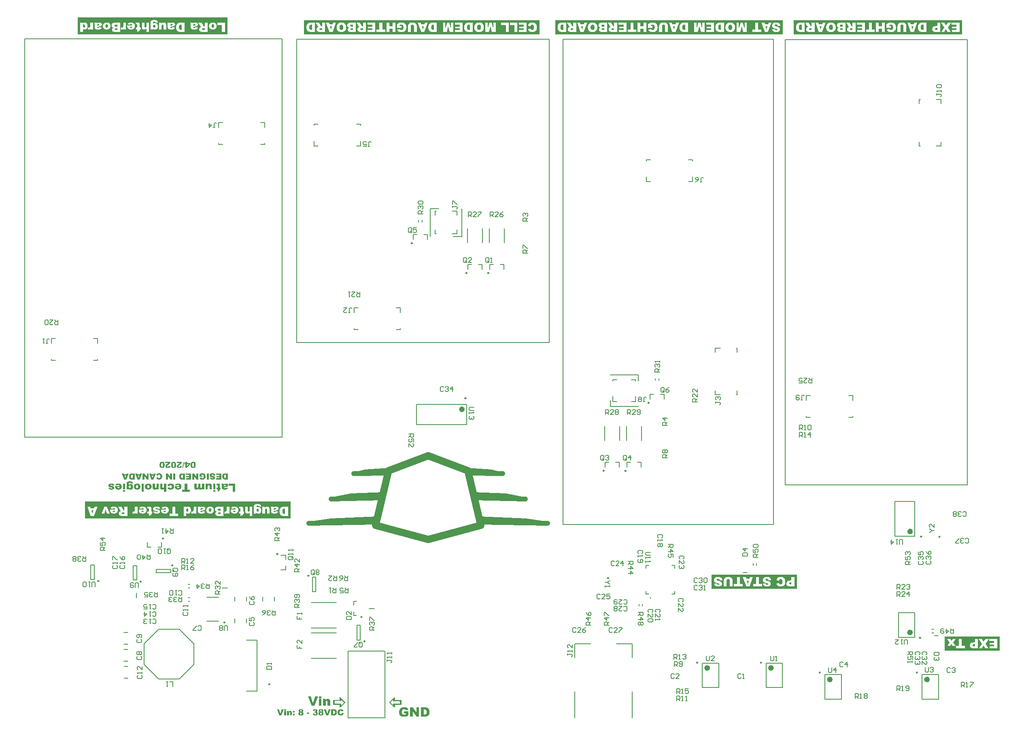
<source format=gto>
G04 Layer_Color=65535*
%FSLAX25Y25*%
%MOIN*%
G70*
G01*
G75*
%ADD66C,0.00984*%
%ADD67C,0.02362*%
%ADD68C,0.00787*%
%ADD69C,0.01968*%
%ADD70C,0.02953*%
%ADD71C,0.03937*%
%ADD72C,0.05905*%
%ADD73C,0.00800*%
%ADD74C,0.00500*%
%ADD75C,0.00799*%
G36*
X279045Y295096D02*
X279202Y295084D01*
X279370Y295072D01*
X279526Y295036D01*
X279695Y295000D01*
X279827Y294940D01*
X279839Y294928D01*
X279875Y294904D01*
X279935Y294868D01*
X280008Y294808D01*
X280092Y294735D01*
X280164Y294639D01*
X280248Y294531D01*
X280308Y294410D01*
Y294398D01*
X280332Y294338D01*
X280357Y294254D01*
X280381Y294134D01*
X280405Y293965D01*
X280429Y293761D01*
X280441Y293520D01*
X280453Y293244D01*
Y291559D01*
X281126D01*
Y290224D01*
X280453D01*
Y289358D01*
X278612Y288408D01*
Y290224D01*
X277602D01*
Y291559D01*
X278612D01*
Y293256D01*
Y293268D01*
Y293304D01*
Y293364D01*
X278600Y293424D01*
X278588Y293556D01*
X278576Y293617D01*
X278564Y293665D01*
X278540Y293689D01*
X278492Y293737D01*
X278396Y293785D01*
X278323Y293797D01*
X278251Y293809D01*
X278215D01*
X278167Y293797D01*
X278107D01*
X278023Y293785D01*
X277926Y293761D01*
X277818Y293737D01*
X277686Y293701D01*
X277541Y294964D01*
X277577D01*
X277614Y294976D01*
X277662Y294988D01*
X277794Y295012D01*
X277962Y295036D01*
X278155Y295060D01*
X278372Y295084D01*
X278588Y295096D01*
X278817Y295108D01*
X278925D01*
X279045Y295096D01*
D02*
G37*
G36*
X276663Y288408D02*
X274835D01*
Y289659D01*
X276663D01*
Y288408D01*
D02*
G37*
G36*
X293000D02*
X290967D01*
Y293376D01*
X287779D01*
Y295000D01*
X293000D01*
Y288408D01*
D02*
G37*
G36*
X212471Y295096D02*
X212567D01*
X212676Y295072D01*
X212808Y295060D01*
X212940Y295036D01*
X213241Y294964D01*
X213554Y294868D01*
X213855Y294723D01*
X214011Y294627D01*
X214143Y294531D01*
X214155Y294519D01*
X214179Y294495D01*
X214228Y294459D01*
X214276Y294398D01*
X214348Y294326D01*
X214420Y294242D01*
X214492Y294134D01*
X214576Y294026D01*
X214661Y293893D01*
X214733Y293749D01*
X214805Y293593D01*
X214877Y293424D01*
X214925Y293244D01*
X214973Y293051D01*
X214998Y292847D01*
X215009Y292630D01*
Y292618D01*
Y292582D01*
Y292522D01*
X214998Y292450D01*
X214985Y292353D01*
X214973Y292245D01*
X214949Y292125D01*
X214913Y291992D01*
X214829Y291704D01*
X214769Y291559D01*
X214697Y291403D01*
X214613Y291259D01*
X214516Y291102D01*
X214408Y290958D01*
X214276Y290826D01*
X214264Y290814D01*
X214240Y290790D01*
X214204Y290765D01*
X214143Y290717D01*
X214071Y290657D01*
X213975Y290597D01*
X213867Y290537D01*
X213746Y290465D01*
X213614Y290405D01*
X213470Y290344D01*
X213301Y290284D01*
X213121Y290224D01*
X212928Y290176D01*
X212724Y290152D01*
X212507Y290128D01*
X212279Y290116D01*
X212146D01*
X212038Y290128D01*
X211930Y290140D01*
X211786Y290164D01*
X211629Y290188D01*
X211473Y290224D01*
X211304Y290260D01*
X211124Y290320D01*
X210943Y290392D01*
X210763Y290465D01*
X210582Y290573D01*
X210414Y290681D01*
X210258Y290814D01*
X210113Y290958D01*
X210101Y290970D01*
X210089Y290982D01*
X210053Y291030D01*
X210017Y291078D01*
X209969Y291138D01*
X209921Y291223D01*
X209873Y291307D01*
X209813Y291415D01*
X209704Y291656D01*
X209608Y291932D01*
X209536Y292257D01*
X209524Y292426D01*
X209512Y292606D01*
Y292618D01*
Y292654D01*
Y292714D01*
X209524Y292787D01*
X209536Y292883D01*
X209548Y292991D01*
X209572Y293111D01*
X209608Y293244D01*
X209692Y293532D01*
X209752Y293677D01*
X209825Y293833D01*
X209909Y293977D01*
X210005Y294134D01*
X210113Y294278D01*
X210246Y294410D01*
X210258Y294423D01*
X210282Y294435D01*
X210318Y294471D01*
X210378Y294519D01*
X210450Y294567D01*
X210546Y294627D01*
X210655Y294699D01*
X210775Y294759D01*
X210907Y294819D01*
X211064Y294892D01*
X211232Y294952D01*
X211413Y295000D01*
X211605Y295048D01*
X211822Y295072D01*
X212038Y295096D01*
X212279Y295108D01*
X212387D01*
X212471Y295096D01*
D02*
G37*
G36*
X197145D02*
X197229D01*
X197446Y295072D01*
X197686Y295048D01*
X197939Y295000D01*
X198179Y294928D01*
X198396Y294844D01*
X198420Y294832D01*
X198480Y294795D01*
X198589Y294723D01*
X198709Y294639D01*
X198853Y294519D01*
X199010Y294374D01*
X199154Y294206D01*
X199298Y294002D01*
Y293989D01*
X199310Y293977D01*
X199334Y293941D01*
X199346Y293893D01*
X199407Y293773D01*
X199467Y293604D01*
X199539Y293412D01*
X199587Y293171D01*
X199635Y292919D01*
X199647Y292630D01*
Y292618D01*
Y292582D01*
Y292522D01*
X199635Y292450D01*
X199623Y292353D01*
X199611Y292233D01*
X199587Y292113D01*
X199563Y291981D01*
X199479Y291692D01*
X199419Y291547D01*
X199346Y291391D01*
X199262Y291235D01*
X199166Y291090D01*
X199058Y290946D01*
X198937Y290814D01*
X198925Y290802D01*
X198901Y290777D01*
X198865Y290753D01*
X198805Y290705D01*
X198733Y290657D01*
X198637Y290597D01*
X198540Y290525D01*
X198420Y290465D01*
X198288Y290405D01*
X198131Y290332D01*
X197975Y290272D01*
X197795Y290224D01*
X197602Y290176D01*
X197398Y290140D01*
X197181Y290128D01*
X196952Y290116D01*
X196784D01*
X196700Y290128D01*
X196592D01*
X196363Y290152D01*
X196110Y290188D01*
X195846Y290248D01*
X195581Y290320D01*
X195341Y290429D01*
X195328D01*
X195316Y290441D01*
X195244Y290489D01*
X195136Y290561D01*
X195004Y290657D01*
X194847Y290790D01*
X194703Y290946D01*
X194559Y291126D01*
X194426Y291331D01*
Y291343D01*
X194414Y291355D01*
X194402Y291391D01*
X194378Y291439D01*
X194354Y291499D01*
X194330Y291571D01*
X194270Y291740D01*
X194210Y291968D01*
X194161Y292221D01*
X194125Y292522D01*
X194113Y292859D01*
Y293063D01*
X197783D01*
Y293087D01*
X197771Y293135D01*
X197758Y293220D01*
X197734Y293316D01*
X197662Y293532D01*
X197614Y293629D01*
X197554Y293725D01*
X197542Y293737D01*
X197506Y293773D01*
X197446Y293821D01*
X197362Y293881D01*
X197265Y293941D01*
X197145Y293989D01*
X197013Y294026D01*
X196856Y294038D01*
X196808D01*
X196760Y294026D01*
X196688D01*
X196531Y293977D01*
X196447Y293953D01*
X196351Y293905D01*
X196339D01*
X196327Y293893D01*
X196255Y293833D01*
X196207Y293797D01*
X196159Y293737D01*
X196086Y293677D01*
X196026Y293593D01*
X194222Y293761D01*
Y293773D01*
X194246Y293797D01*
X194270Y293833D01*
X194294Y293881D01*
X194390Y294002D01*
X194510Y294158D01*
X194655Y294326D01*
X194823Y294507D01*
X195016Y294663D01*
X195232Y294795D01*
X195244D01*
X195256Y294808D01*
X195292Y294819D01*
X195341Y294844D01*
X195401Y294868D01*
X195473Y294892D01*
X195557Y294928D01*
X195653Y294952D01*
X195773Y294976D01*
X195894Y295012D01*
X196026Y295036D01*
X196183Y295060D01*
X196339Y295084D01*
X196519Y295096D01*
X196700Y295108D01*
X197061D01*
X197145Y295096D01*
D02*
G37*
G36*
X253505Y290032D02*
X255587D01*
Y288408D01*
X249391D01*
Y290032D01*
X251472D01*
Y295000D01*
X253505D01*
Y290032D01*
D02*
G37*
G36*
X214397Y298431D02*
X212676D01*
X210771Y303500D01*
X212417D01*
X212667Y302667D01*
X214443D01*
X214693Y303500D01*
X216293D01*
X214397Y298431D01*
D02*
G37*
G36*
X203371D02*
X201650D01*
X199745Y303500D01*
X201391D01*
X201641Y302667D01*
X203417D01*
X203667Y303500D01*
X205267D01*
X203371Y298431D01*
D02*
G37*
G36*
X225811D02*
X224091D01*
X222185Y303500D01*
X223832D01*
X224081Y302667D01*
X225857D01*
X226107Y303500D01*
X227708D01*
X225811Y298431D01*
D02*
G37*
G36*
X217788Y288408D02*
X215948D01*
Y295000D01*
X217788D01*
Y288408D01*
D02*
G37*
G36*
X202414D02*
X200586D01*
Y289659D01*
X202414D01*
Y288408D01*
D02*
G37*
G36*
X267508Y290224D02*
X265800D01*
Y290934D01*
X265788Y290910D01*
X265740Y290862D01*
X265668Y290777D01*
X265572Y290693D01*
X265451Y290585D01*
X265331Y290477D01*
X265199Y290392D01*
X265054Y290308D01*
X265042Y290296D01*
X264982Y290272D01*
X264910Y290248D01*
X264802Y290212D01*
X264669Y290176D01*
X264513Y290140D01*
X264333Y290128D01*
X264140Y290116D01*
X264044D01*
X263948Y290128D01*
X263815Y290140D01*
X263671Y290164D01*
X263514Y290200D01*
X263370Y290248D01*
X263238Y290320D01*
X263226Y290332D01*
X263178Y290356D01*
X263118Y290405D01*
X263045Y290477D01*
X262961Y290561D01*
X262865Y290669D01*
X262781Y290790D01*
X262696Y290934D01*
X262672Y290910D01*
X262624Y290862D01*
X262540Y290777D01*
X262432Y290681D01*
X262312Y290573D01*
X262179Y290465D01*
X262047Y290368D01*
X261914Y290296D01*
X261902Y290284D01*
X261854Y290272D01*
X261770Y290236D01*
X261662Y290200D01*
X261542Y290176D01*
X261385Y290140D01*
X261217Y290128D01*
X261024Y290116D01*
X260952D01*
X260892Y290128D01*
X260760Y290140D01*
X260579Y290176D01*
X260387Y290224D01*
X260194Y290308D01*
X260002Y290417D01*
X259821Y290573D01*
X259797Y290597D01*
X259749Y290657D01*
X259689Y290765D01*
X259605Y290922D01*
X259521Y291126D01*
X259460Y291367D01*
X259412Y291668D01*
X259388Y291824D01*
Y292004D01*
Y295000D01*
X261229D01*
Y292281D01*
Y292269D01*
Y292233D01*
X261241Y292173D01*
Y292101D01*
X261289Y291944D01*
X261313Y291860D01*
X261361Y291800D01*
X261373Y291788D01*
X261397Y291764D01*
X261433Y291716D01*
X261481Y291668D01*
X261554Y291632D01*
X261626Y291583D01*
X261722Y291559D01*
X261818Y291547D01*
X261866D01*
X261927Y291559D01*
X261999Y291571D01*
X262083Y291607D01*
X262167Y291644D01*
X262263Y291704D01*
X262335Y291788D01*
X262348Y291800D01*
X262360Y291836D01*
X262396Y291884D01*
X262432Y291968D01*
X262468Y292065D01*
X262492Y292197D01*
X262516Y292353D01*
X262528Y292534D01*
Y295000D01*
X264369D01*
Y292377D01*
Y292365D01*
Y292329D01*
Y292269D01*
Y292209D01*
X264381Y292065D01*
X264393Y292004D01*
X264405Y291956D01*
Y291944D01*
X264417Y291920D01*
X264453Y291848D01*
X264513Y291764D01*
X264609Y291668D01*
X264621D01*
X264633Y291644D01*
X264705Y291607D01*
X264814Y291571D01*
X264946Y291547D01*
X264994D01*
X265054Y291559D01*
X265139Y291571D01*
X265223Y291607D01*
X265307Y291644D01*
X265391Y291704D01*
X265475Y291788D01*
X265487Y291800D01*
X265499Y291836D01*
X265535Y291896D01*
X265572Y291981D01*
X265608Y292089D01*
X265632Y292221D01*
X265656Y292377D01*
X265668Y292570D01*
Y295000D01*
X267508D01*
Y290224D01*
D02*
G37*
G36*
X236291Y288408D02*
X234462D01*
Y290838D01*
X234450Y290826D01*
X234402Y290777D01*
X234330Y290705D01*
X234233Y290621D01*
X234113Y290537D01*
X233993Y290441D01*
X233860Y290356D01*
X233728Y290284D01*
X233716Y290272D01*
X233656Y290260D01*
X233584Y290236D01*
X233476Y290200D01*
X233355Y290164D01*
X233199Y290140D01*
X233031Y290128D01*
X232850Y290116D01*
X232778D01*
X232730Y290128D01*
X232585Y290140D01*
X232417Y290176D01*
X232237Y290224D01*
X232032Y290308D01*
X231852Y290417D01*
X231671Y290573D01*
X231647Y290597D01*
X231599Y290657D01*
X231539Y290765D01*
X231454Y290922D01*
X231370Y291114D01*
X231310Y291355D01*
X231262Y291644D01*
X231238Y291968D01*
Y295000D01*
X233079D01*
Y292377D01*
Y292353D01*
Y292305D01*
X233091Y292221D01*
X233103Y292125D01*
X233151Y291920D01*
X233187Y291824D01*
X233247Y291740D01*
X233259Y291728D01*
X233283Y291704D01*
X233319Y291680D01*
X233367Y291644D01*
X233439Y291607D01*
X233512Y291571D01*
X233608Y291559D01*
X233716Y291547D01*
X233776D01*
X233837Y291559D01*
X233909Y291583D01*
X233993Y291607D01*
X234089Y291656D01*
X234173Y291716D01*
X234258Y291800D01*
X234269Y291812D01*
X234294Y291848D01*
X234318Y291920D01*
X234354Y292004D01*
X234402Y292137D01*
X234426Y292293D01*
X234450Y292486D01*
X234462Y292714D01*
Y295000D01*
X236291D01*
Y288408D01*
D02*
G37*
G36*
X191238Y295096D02*
X191347D01*
X191467Y295084D01*
X191599Y295072D01*
X191744Y295060D01*
X192056Y295012D01*
X192357Y294952D01*
X192646Y294856D01*
X192778Y294795D01*
X192886Y294735D01*
X192910Y294723D01*
X192971Y294663D01*
X193067Y294579D01*
X193187Y294459D01*
X193307Y294314D01*
X193416Y294122D01*
X193524Y293905D01*
X193596Y293665D01*
X191780Y293496D01*
Y293508D01*
X191755Y293556D01*
X191732Y293604D01*
X191695Y293677D01*
X191611Y293845D01*
X191551Y293917D01*
X191479Y293977D01*
X191467D01*
X191443Y294002D01*
X191395Y294014D01*
X191334Y294038D01*
X191262Y294062D01*
X191166Y294086D01*
X191058Y294098D01*
X190937Y294110D01*
X190877D01*
X190805Y294098D01*
X190721Y294086D01*
X190541Y294038D01*
X190456Y294002D01*
X190372Y293953D01*
X190360D01*
X190348Y293929D01*
X190288Y293881D01*
X190228Y293785D01*
X190216Y293725D01*
X190204Y293665D01*
Y293653D01*
Y293629D01*
X190228Y293556D01*
X190252Y293508D01*
X190288Y293460D01*
X190336Y293412D01*
X190408Y293364D01*
X190420D01*
X190444Y293352D01*
X190492Y293328D01*
X190565Y293304D01*
X190661Y293280D01*
X190793Y293244D01*
X190974Y293208D01*
X191190Y293171D01*
X191202D01*
X191226Y293159D01*
X191286D01*
X191347Y293147D01*
X191419Y293123D01*
X191515Y293111D01*
X191719Y293063D01*
X191936Y293015D01*
X192165Y292967D01*
X192357Y292919D01*
X192453Y292883D01*
X192525Y292859D01*
X192537Y292847D01*
X192586Y292835D01*
X192658Y292798D01*
X192742Y292738D01*
X192838Y292678D01*
X192935Y292594D01*
X193043Y292498D01*
X193139Y292377D01*
X193151Y292365D01*
X193175Y292317D01*
X193223Y292245D01*
X193259Y292161D01*
X193307Y292041D01*
X193356Y291920D01*
X193380Y291776D01*
X193392Y291620D01*
Y291596D01*
Y291535D01*
X193380Y291451D01*
X193356Y291331D01*
X193331Y291211D01*
X193283Y291066D01*
X193211Y290934D01*
X193127Y290802D01*
X193115Y290790D01*
X193079Y290741D01*
X193019Y290681D01*
X192922Y290609D01*
X192814Y290525D01*
X192694Y290441D01*
X192537Y290368D01*
X192369Y290296D01*
X192345Y290284D01*
X192285Y290272D01*
X192177Y290236D01*
X192020Y290200D01*
X191840Y290176D01*
X191623Y290140D01*
X191358Y290128D01*
X191070Y290116D01*
X190853D01*
X190781Y290128D01*
X190589D01*
X190384Y290152D01*
X190180Y290176D01*
X189987Y290200D01*
X189819Y290248D01*
X189795D01*
X189746Y290272D01*
X189674Y290308D01*
X189578Y290344D01*
X189470Y290405D01*
X189362Y290477D01*
X189241Y290561D01*
X189133Y290657D01*
X189121Y290669D01*
X189085Y290705D01*
X189037Y290765D01*
X188977Y290850D01*
X188904Y290958D01*
X188820Y291078D01*
X188748Y291223D01*
X188676Y291391D01*
X190408Y291559D01*
Y291547D01*
X190420Y291523D01*
X190444Y291475D01*
X190468Y291427D01*
X190541Y291319D01*
X190637Y291223D01*
X190649Y291211D01*
X190673Y291198D01*
X190721Y291175D01*
X190781Y291150D01*
X190865Y291126D01*
X190949Y291102D01*
X191058Y291078D01*
X191274D01*
X191334Y291090D01*
X191491Y291126D01*
X191563Y291162D01*
X191623Y291198D01*
X191647Y291223D01*
X191683Y291271D01*
X191732Y291355D01*
X191744Y291403D01*
X191755Y291463D01*
Y291475D01*
Y291487D01*
X191732Y291559D01*
X191683Y291656D01*
X191647Y291692D01*
X191587Y291728D01*
X191575D01*
X191551Y291740D01*
X191503Y291764D01*
X191419Y291788D01*
X191322Y291812D01*
X191178Y291836D01*
X191010Y291872D01*
X190805Y291896D01*
X190769D01*
X190721Y291908D01*
X190661D01*
X190577Y291920D01*
X190492Y291932D01*
X190288Y291968D01*
X190071Y292004D01*
X189843Y292053D01*
X189626Y292113D01*
X189446Y292185D01*
X189422Y292197D01*
X189374Y292221D01*
X189289Y292257D01*
X189193Y292317D01*
X189085Y292389D01*
X188965Y292486D01*
X188856Y292594D01*
X188760Y292714D01*
X188748Y292726D01*
X188724Y292774D01*
X188688Y292847D01*
X188640Y292931D01*
X188592Y293039D01*
X188556Y293171D01*
X188531Y293316D01*
X188520Y293460D01*
Y293472D01*
Y293532D01*
X188531Y293604D01*
X188556Y293713D01*
X188580Y293833D01*
X188628Y293977D01*
X188688Y294122D01*
X188772Y294266D01*
X188784Y294278D01*
X188820Y294326D01*
X188880Y294398D01*
X188965Y294483D01*
X189073Y294579D01*
X189217Y294687D01*
X189374Y294783D01*
X189566Y294880D01*
X189590Y294892D01*
X189662Y294916D01*
X189783Y294952D01*
X189951Y294988D01*
X190155Y295036D01*
X190408Y295072D01*
X190697Y295096D01*
X191022Y295108D01*
X191142D01*
X191238Y295096D01*
D02*
G37*
G36*
X285601D02*
X285674D01*
X285758Y295084D01*
X285950Y295060D01*
X286155Y295012D01*
X286371Y294940D01*
X286588Y294856D01*
X286769Y294723D01*
X286792Y294699D01*
X286841Y294651D01*
X286901Y294567D01*
X286985Y294447D01*
X287069Y294302D01*
X287129Y294134D01*
X287177Y293953D01*
X287201Y293737D01*
Y293725D01*
Y293713D01*
Y293641D01*
X287190Y293544D01*
X287165Y293424D01*
X287129Y293280D01*
X287069Y293135D01*
X286997Y292979D01*
X286889Y292847D01*
X286877Y292835D01*
X286829Y292787D01*
X286744Y292726D01*
X286624Y292654D01*
X286456Y292570D01*
X286251Y292486D01*
X286011Y292402D01*
X285866Y292365D01*
X285710Y292329D01*
X285698D01*
X285662Y292317D01*
X285614Y292305D01*
X285541Y292293D01*
X285457Y292281D01*
X285361Y292257D01*
X285156Y292221D01*
X284928Y292173D01*
X284711Y292125D01*
X284519Y292077D01*
X284435Y292053D01*
X284374Y292041D01*
X284363D01*
X284314Y292029D01*
X284254Y292004D01*
X284170Y291981D01*
X284074Y291944D01*
X283965Y291908D01*
X283713Y291812D01*
Y291800D01*
Y291764D01*
X283725Y291704D01*
Y291632D01*
X283773Y291487D01*
X283809Y291415D01*
X283857Y291355D01*
X283869Y291343D01*
X283881Y291331D01*
X283917Y291307D01*
X283978Y291283D01*
X284038Y291259D01*
X284122Y291235D01*
X284230Y291211D01*
X284423D01*
X284507Y291223D01*
X284603D01*
X284820Y291271D01*
X284928Y291307D01*
X285024Y291355D01*
X285036D01*
X285048Y291379D01*
X285084Y291403D01*
X285120Y291451D01*
X285169Y291511D01*
X285217Y291583D01*
X285265Y291668D01*
X285301Y291776D01*
X287057Y291596D01*
Y291571D01*
X287033Y291523D01*
X287021Y291439D01*
X286985Y291331D01*
X286949Y291223D01*
X286901Y291102D01*
X286841Y290982D01*
X286781Y290874D01*
X286769Y290862D01*
X286744Y290826D01*
X286696Y290777D01*
X286636Y290717D01*
X286564Y290645D01*
X286468Y290573D01*
X286359Y290489D01*
X286239Y290417D01*
X286227Y290405D01*
X286191Y290392D01*
X286131Y290368D01*
X286059Y290332D01*
X285962Y290296D01*
X285842Y290260D01*
X285710Y290224D01*
X285553Y290200D01*
X285529D01*
X285481Y290188D01*
X285385Y290176D01*
X285265Y290152D01*
X285120Y290140D01*
X284964Y290128D01*
X284784Y290116D01*
X284302D01*
X284110Y290128D01*
X283905Y290140D01*
X283677Y290152D01*
X283460Y290176D01*
X283268Y290212D01*
X283244D01*
X283184Y290236D01*
X283087Y290260D01*
X282967Y290296D01*
X282835Y290344D01*
X282702Y290417D01*
X282558Y290501D01*
X282426Y290597D01*
X282414Y290609D01*
X282389Y290633D01*
X282341Y290681D01*
X282293Y290741D01*
X282233Y290826D01*
X282173Y290922D01*
X282113Y291042D01*
X282065Y291175D01*
X282053Y291186D01*
X282041Y291235D01*
X282017Y291307D01*
X281993Y291403D01*
X281968Y291511D01*
X281944Y291632D01*
X281920Y291752D01*
Y291884D01*
Y293989D01*
Y294002D01*
Y294050D01*
Y294110D01*
Y294182D01*
X281908Y294350D01*
X281896Y294435D01*
X281884Y294519D01*
Y294531D01*
X281872Y294555D01*
X281860Y294591D01*
X281836Y294651D01*
X281812Y294723D01*
X281788Y294808D01*
X281692Y295000D01*
X283412D01*
Y294988D01*
X283424Y294964D01*
X283472Y294892D01*
X283520Y294808D01*
X283556Y294723D01*
Y294699D01*
X283569Y294651D01*
X283593Y294555D01*
X283617Y294423D01*
X283629Y294435D01*
X283677Y294483D01*
X283749Y294543D01*
X283845Y294615D01*
X283953Y294699D01*
X284074Y294771D01*
X284194Y294856D01*
X284326Y294916D01*
X284350Y294928D01*
X284411Y294940D01*
X284519Y294976D01*
X284651Y295012D01*
X284820Y295048D01*
X285012Y295072D01*
X285229Y295096D01*
X285457Y295108D01*
X285541D01*
X285601Y295096D01*
D02*
G37*
G36*
X272188D02*
X272333Y295084D01*
X272501Y295048D01*
X272693Y295000D01*
X272886Y294916D01*
X273078Y294808D01*
X273259Y294663D01*
X273271Y294639D01*
X273319Y294579D01*
X273391Y294471D01*
X273463Y294314D01*
X273548Y294122D01*
X273608Y293881D01*
X273656Y293593D01*
X273680Y293268D01*
Y290224D01*
X271839D01*
Y292859D01*
Y292883D01*
Y292931D01*
X271827Y293015D01*
X271815Y293099D01*
X271767Y293316D01*
X271731Y293412D01*
X271683Y293496D01*
X271671Y293508D01*
X271647Y293520D01*
X271611Y293556D01*
X271563Y293581D01*
X271490Y293617D01*
X271418Y293653D01*
X271322Y293665D01*
X271214Y293677D01*
X271153D01*
X271093Y293665D01*
X271021Y293641D01*
X270937Y293617D01*
X270841Y293581D01*
X270757Y293520D01*
X270672Y293436D01*
X270660Y293424D01*
X270636Y293388D01*
X270600Y293316D01*
X270564Y293232D01*
X270528Y293099D01*
X270492Y292943D01*
X270468Y292750D01*
X270456Y292522D01*
Y290224D01*
X268627D01*
Y295000D01*
X270336D01*
Y294230D01*
X270347Y294254D01*
X270396Y294302D01*
X270480Y294398D01*
X270576Y294495D01*
X270696Y294603D01*
X270829Y294723D01*
X270973Y294832D01*
X271117Y294916D01*
X271129Y294928D01*
X271190Y294940D01*
X271274Y294976D01*
X271382Y295012D01*
X271514Y295048D01*
X271683Y295072D01*
X271863Y295096D01*
X272068Y295108D01*
X272140D01*
X272188Y295096D01*
D02*
G37*
G36*
X230143Y290224D02*
X228447D01*
Y291006D01*
X228435Y290982D01*
X228375Y290922D01*
X228303Y290838D01*
X228206Y290741D01*
X228086Y290621D01*
X227954Y290513D01*
X227821Y290405D01*
X227677Y290320D01*
X227653Y290308D01*
X227605Y290284D01*
X227521Y290260D01*
X227412Y290212D01*
X227268Y290176D01*
X227100Y290152D01*
X226919Y290128D01*
X226715Y290116D01*
X226642D01*
X226594Y290128D01*
X226450Y290140D01*
X226282Y290176D01*
X226089Y290224D01*
X225897Y290308D01*
X225704Y290417D01*
X225524Y290573D01*
X225500Y290597D01*
X225451Y290657D01*
X225391Y290765D01*
X225307Y290922D01*
X225223Y291114D01*
X225163Y291355D01*
X225115Y291644D01*
X225091Y291968D01*
Y295000D01*
X226931D01*
Y292377D01*
Y292353D01*
Y292305D01*
X226943Y292221D01*
X226955Y292125D01*
X227003Y291920D01*
X227040Y291824D01*
X227100Y291740D01*
X227112Y291728D01*
X227136Y291704D01*
X227172Y291680D01*
X227220Y291644D01*
X227292Y291607D01*
X227364Y291571D01*
X227461Y291559D01*
X227569Y291547D01*
X227629D01*
X227689Y291559D01*
X227761Y291583D01*
X227846Y291607D01*
X227942Y291656D01*
X228026Y291716D01*
X228110Y291800D01*
X228122Y291812D01*
X228146Y291848D01*
X228170Y291920D01*
X228206Y292004D01*
X228255Y292137D01*
X228279Y292293D01*
X228303Y292486D01*
X228315Y292714D01*
Y295000D01*
X230143D01*
Y290224D01*
D02*
G37*
G36*
X246312Y295096D02*
X246396D01*
X246612Y295072D01*
X246853Y295048D01*
X247106Y295000D01*
X247346Y294928D01*
X247563Y294844D01*
X247587Y294832D01*
X247647Y294795D01*
X247755Y294723D01*
X247875Y294639D01*
X248020Y294519D01*
X248176Y294374D01*
X248321Y294206D01*
X248465Y294002D01*
Y293989D01*
X248477Y293977D01*
X248501Y293941D01*
X248513Y293893D01*
X248573Y293773D01*
X248633Y293604D01*
X248706Y293412D01*
X248754Y293171D01*
X248802Y292919D01*
X248814Y292630D01*
Y292618D01*
Y292582D01*
Y292522D01*
X248802Y292450D01*
X248790Y292353D01*
X248778Y292233D01*
X248754Y292113D01*
X248730Y291981D01*
X248645Y291692D01*
X248585Y291547D01*
X248513Y291391D01*
X248429Y291235D01*
X248333Y291090D01*
X248224Y290946D01*
X248104Y290814D01*
X248092Y290802D01*
X248068Y290777D01*
X248032Y290753D01*
X247972Y290705D01*
X247900Y290657D01*
X247803Y290597D01*
X247707Y290525D01*
X247587Y290465D01*
X247454Y290405D01*
X247298Y290332D01*
X247142Y290272D01*
X246961Y290224D01*
X246769Y290176D01*
X246564Y290140D01*
X246348Y290128D01*
X246119Y290116D01*
X245951D01*
X245866Y290128D01*
X245758D01*
X245530Y290152D01*
X245277Y290188D01*
X245012Y290248D01*
X244748Y290320D01*
X244507Y290429D01*
X244495D01*
X244483Y290441D01*
X244411Y290489D01*
X244303Y290561D01*
X244170Y290657D01*
X244014Y290790D01*
X243869Y290946D01*
X243725Y291126D01*
X243593Y291331D01*
Y291343D01*
X243581Y291355D01*
X243569Y291391D01*
X243545Y291439D01*
X243521Y291499D01*
X243496Y291571D01*
X243436Y291740D01*
X243376Y291968D01*
X243328Y292221D01*
X243292Y292522D01*
X243280Y292859D01*
Y293063D01*
X246949D01*
Y293087D01*
X246937Y293135D01*
X246925Y293220D01*
X246901Y293316D01*
X246829Y293532D01*
X246781Y293629D01*
X246721Y293725D01*
X246709Y293737D01*
X246673Y293773D01*
X246612Y293821D01*
X246528Y293881D01*
X246432Y293941D01*
X246312Y293989D01*
X246179Y294026D01*
X246023Y294038D01*
X245975D01*
X245927Y294026D01*
X245854D01*
X245698Y293977D01*
X245614Y293953D01*
X245518Y293905D01*
X245506D01*
X245494Y293893D01*
X245421Y293833D01*
X245373Y293797D01*
X245325Y293737D01*
X245253Y293677D01*
X245193Y293593D01*
X243388Y293761D01*
Y293773D01*
X243412Y293797D01*
X243436Y293833D01*
X243460Y293881D01*
X243557Y294002D01*
X243677Y294158D01*
X243821Y294326D01*
X243990Y294507D01*
X244182Y294663D01*
X244399Y294795D01*
X244411D01*
X244423Y294808D01*
X244459Y294819D01*
X244507Y294844D01*
X244567Y294868D01*
X244639Y294892D01*
X244724Y294928D01*
X244820Y294952D01*
X244940Y294976D01*
X245060Y295012D01*
X245193Y295036D01*
X245349Y295060D01*
X245506Y295084D01*
X245686Y295096D01*
X245866Y295108D01*
X246227D01*
X246312Y295096D01*
D02*
G37*
G36*
X221686D02*
X221782D01*
X221891Y295072D01*
X222023Y295060D01*
X222155Y295036D01*
X222456Y294964D01*
X222769Y294868D01*
X223070Y294723D01*
X223226Y294627D01*
X223358Y294531D01*
X223370Y294519D01*
X223394Y294495D01*
X223443Y294459D01*
X223491Y294398D01*
X223563Y294326D01*
X223635Y294242D01*
X223707Y294134D01*
X223791Y294026D01*
X223876Y293893D01*
X223948Y293749D01*
X224020Y293593D01*
X224092Y293424D01*
X224140Y293244D01*
X224188Y293051D01*
X224213Y292847D01*
X224224Y292630D01*
Y292618D01*
Y292582D01*
Y292522D01*
X224213Y292450D01*
X224200Y292353D01*
X224188Y292245D01*
X224164Y292125D01*
X224128Y291992D01*
X224044Y291704D01*
X223984Y291559D01*
X223912Y291403D01*
X223828Y291259D01*
X223731Y291102D01*
X223623Y290958D01*
X223491Y290826D01*
X223479Y290814D01*
X223455Y290790D01*
X223418Y290765D01*
X223358Y290717D01*
X223286Y290657D01*
X223190Y290597D01*
X223082Y290537D01*
X222961Y290465D01*
X222829Y290405D01*
X222685Y290344D01*
X222516Y290284D01*
X222336Y290224D01*
X222143Y290176D01*
X221939Y290152D01*
X221722Y290128D01*
X221494Y290116D01*
X221361D01*
X221253Y290128D01*
X221145Y290140D01*
X221001Y290164D01*
X220844Y290188D01*
X220688Y290224D01*
X220519Y290260D01*
X220339Y290320D01*
X220158Y290392D01*
X219978Y290465D01*
X219797Y290573D01*
X219629Y290681D01*
X219473Y290814D01*
X219328Y290958D01*
X219316Y290970D01*
X219304Y290982D01*
X219268Y291030D01*
X219232Y291078D01*
X219184Y291138D01*
X219136Y291223D01*
X219088Y291307D01*
X219027Y291415D01*
X218919Y291656D01*
X218823Y291932D01*
X218751Y292257D01*
X218739Y292426D01*
X218727Y292606D01*
Y292618D01*
Y292654D01*
Y292714D01*
X218739Y292787D01*
X218751Y292883D01*
X218763Y292991D01*
X218787Y293111D01*
X218823Y293244D01*
X218907Y293532D01*
X218967Y293677D01*
X219040Y293833D01*
X219124Y293977D01*
X219220Y294134D01*
X219328Y294278D01*
X219461Y294410D01*
X219473Y294423D01*
X219497Y294435D01*
X219533Y294471D01*
X219593Y294519D01*
X219665Y294567D01*
X219761Y294627D01*
X219870Y294699D01*
X219990Y294759D01*
X220122Y294819D01*
X220279Y294892D01*
X220447Y294952D01*
X220627Y295000D01*
X220820Y295048D01*
X221037Y295072D01*
X221253Y295096D01*
X221494Y295108D01*
X221602D01*
X221686Y295096D01*
D02*
G37*
G36*
X202414Y290224D02*
X200586D01*
Y295000D01*
X202414D01*
Y290224D01*
D02*
G37*
G36*
X240008Y295096D02*
X240188D01*
X240393Y295072D01*
X240597Y295048D01*
X240814Y295024D01*
X241018Y294976D01*
X241042Y294964D01*
X241103Y294952D01*
X241199Y294916D01*
X241319Y294868D01*
X241452Y294795D01*
X241596Y294723D01*
X241740Y294627D01*
X241884Y294519D01*
X241897Y294507D01*
X241945Y294459D01*
X242005Y294398D01*
X242089Y294302D01*
X242185Y294194D01*
X242269Y294062D01*
X242366Y293929D01*
X242450Y293773D01*
X242462Y293749D01*
X242486Y293689D01*
X242510Y293604D01*
X242546Y293472D01*
X242594Y293304D01*
X242618Y293111D01*
X242642Y292895D01*
X242654Y292642D01*
Y292630D01*
Y292606D01*
Y292570D01*
Y292522D01*
X242642Y292377D01*
X242618Y292209D01*
X242594Y292017D01*
X242558Y291812D01*
X242498Y291607D01*
X242414Y291415D01*
X242402Y291403D01*
X242378Y291355D01*
X242342Y291283D01*
X242282Y291198D01*
X242209Y291102D01*
X242113Y290994D01*
X242017Y290874D01*
X241909Y290765D01*
X241897Y290753D01*
X241848Y290717D01*
X241788Y290669D01*
X241704Y290609D01*
X241608Y290537D01*
X241488Y290465D01*
X241367Y290405D01*
X241247Y290344D01*
X241235D01*
X241223Y290332D01*
X241151Y290308D01*
X241030Y290272D01*
X240874Y290224D01*
X240682Y290188D01*
X240441Y290152D01*
X240176Y290128D01*
X239876Y290116D01*
X239767D01*
X239683Y290128D01*
X239587D01*
X239478Y290140D01*
X239346Y290152D01*
X239214Y290164D01*
X238925Y290224D01*
X238636Y290296D01*
X238348Y290392D01*
X238215Y290465D01*
X238095Y290537D01*
X238083D01*
X238071Y290561D01*
X237999Y290609D01*
X237891Y290717D01*
X237758Y290850D01*
X237614Y291018D01*
X237470Y291235D01*
X237337Y291475D01*
X237229Y291764D01*
X238949Y291992D01*
Y291981D01*
X238961Y291944D01*
X238985Y291884D01*
X239021Y291824D01*
X239106Y291668D01*
X239178Y291596D01*
X239250Y291535D01*
X239262Y291523D01*
X239286Y291511D01*
X239334Y291487D01*
X239406Y291451D01*
X239491Y291415D01*
X239587Y291391D01*
X239695Y291379D01*
X239827Y291367D01*
X239900D01*
X239984Y291379D01*
X240092Y291403D01*
X240212Y291451D01*
X240333Y291499D01*
X240453Y291583D01*
X240561Y291692D01*
X240573Y291704D01*
X240609Y291752D01*
X240645Y291824D01*
X240694Y291932D01*
X240754Y292077D01*
X240790Y292245D01*
X240826Y292450D01*
X240838Y292678D01*
Y292690D01*
Y292702D01*
Y292774D01*
X240826Y292883D01*
X240802Y293015D01*
X240766Y293159D01*
X240718Y293304D01*
X240657Y293448D01*
X240561Y293568D01*
X240549Y293581D01*
X240513Y293617D01*
X240453Y293665D01*
X240369Y293713D01*
X240261Y293773D01*
X240140Y293821D01*
X240008Y293857D01*
X239851Y293869D01*
X239791D01*
X239719Y293857D01*
X239635Y293845D01*
X239551Y293821D01*
X239442Y293797D01*
X239346Y293749D01*
X239250Y293689D01*
X239238Y293677D01*
X239214Y293653D01*
X239166Y293617D01*
X239118Y293544D01*
X239057Y293472D01*
X238985Y293376D01*
X238925Y293256D01*
X238877Y293123D01*
X237133Y293316D01*
X237145Y293340D01*
X237157Y293412D01*
X237193Y293508D01*
X237241Y293641D01*
X237313Y293797D01*
X237397Y293953D01*
X237494Y294122D01*
X237614Y294278D01*
X237626Y294290D01*
X237674Y294338D01*
X237746Y294410D01*
X237842Y294507D01*
X237963Y294603D01*
X238107Y294699D01*
X238276Y294808D01*
X238456Y294892D01*
X238480Y294904D01*
X238552Y294928D01*
X238661Y294964D01*
X238805Y295000D01*
X238997Y295036D01*
X239214Y295072D01*
X239467Y295096D01*
X239743Y295108D01*
X239863D01*
X240008Y295096D01*
D02*
G37*
G36*
X276663Y290224D02*
X274835D01*
Y295000D01*
X276663D01*
Y290224D01*
D02*
G37*
G36*
X274531Y303574D02*
X274633Y303565D01*
X274753Y303555D01*
X274883Y303546D01*
X275030Y303519D01*
X275326Y303463D01*
X275623Y303380D01*
X275761Y303324D01*
X275891Y303250D01*
X276011Y303176D01*
X276113Y303093D01*
X276122Y303084D01*
X276131Y303065D01*
X276159Y303038D01*
X276187Y303000D01*
X276224Y302954D01*
X276270Y302899D01*
X276316Y302825D01*
X276362Y302751D01*
X276464Y302566D01*
X276557Y302344D01*
X276622Y302103D01*
X276649Y301964D01*
X276668Y301826D01*
X275179Y301724D01*
Y301743D01*
X275169Y301789D01*
X275160Y301853D01*
X275132Y301927D01*
X275077Y302113D01*
X275030Y302205D01*
X274984Y302279D01*
X274975Y302288D01*
X274938Y302325D01*
X274883Y302372D01*
X274809Y302427D01*
X274707Y302492D01*
X274587Y302538D01*
X274448Y302575D01*
X274290Y302584D01*
X274235D01*
X274180Y302575D01*
X274096Y302566D01*
X274013Y302547D01*
X273930Y302519D01*
X273847Y302483D01*
X273773Y302436D01*
X273763Y302427D01*
X273745Y302409D01*
X273717Y302372D01*
X273680Y302334D01*
X273643Y302279D01*
X273615Y302214D01*
X273597Y302140D01*
X273587Y302066D01*
Y302057D01*
Y302029D01*
X273597Y301992D01*
X273606Y301946D01*
X273634Y301890D01*
X273661Y301835D01*
X273708Y301770D01*
X273763Y301715D01*
X273773Y301706D01*
X273800Y301687D01*
X273856Y301659D01*
X273930Y301622D01*
X274041Y301576D01*
X274180Y301520D01*
X274263Y301493D01*
X274355Y301474D01*
X274457Y301447D01*
X274568Y301419D01*
X274577D01*
X274614Y301410D01*
X274670Y301391D01*
X274734Y301382D01*
X274818Y301354D01*
X274920Y301326D01*
X275021Y301298D01*
X275132Y301261D01*
X275382Y301169D01*
X275623Y301067D01*
X275845Y300947D01*
X275946Y300882D01*
X276039Y300808D01*
Y300799D01*
X276057Y300790D01*
X276103Y300744D01*
X276178Y300660D01*
X276252Y300540D01*
X276335Y300401D01*
X276409Y300235D01*
X276455Y300050D01*
X276464Y299948D01*
X276473Y299837D01*
Y299828D01*
Y299818D01*
Y299772D01*
X276464Y299689D01*
X276446Y299597D01*
X276418Y299485D01*
X276381Y299356D01*
X276325Y299226D01*
X276252Y299097D01*
X276242Y299078D01*
X276205Y299042D01*
X276150Y298977D01*
X276076Y298893D01*
X275983Y298810D01*
X275863Y298718D01*
X275724Y298635D01*
X275567Y298551D01*
X275558D01*
X275549Y298542D01*
X275521Y298533D01*
X275484Y298523D01*
X275437Y298505D01*
X275382Y298486D01*
X275317Y298468D01*
X275243Y298449D01*
X275160Y298431D01*
X275058Y298412D01*
X274846Y298376D01*
X274596Y298357D01*
X274318Y298348D01*
X274226D01*
X274161Y298357D01*
X274078D01*
X273985Y298366D01*
X273884Y298376D01*
X273773Y298394D01*
X273532Y298440D01*
X273282Y298505D01*
X273051Y298598D01*
X272940Y298653D01*
X272838Y298718D01*
X272829D01*
X272820Y298736D01*
X272755Y298782D01*
X272672Y298875D01*
X272570Y298995D01*
X272515Y299069D01*
X272468Y299152D01*
X272413Y299254D01*
X272366Y299356D01*
X272320Y299467D01*
X272283Y299587D01*
X272255Y299726D01*
X272228Y299865D01*
X273708Y299948D01*
Y299929D01*
X273717Y299892D01*
X273735Y299828D01*
X273763Y299754D01*
X273800Y299680D01*
X273837Y299597D01*
X273893Y299513D01*
X273957Y299448D01*
X273967Y299439D01*
X273994Y299421D01*
X274031Y299402D01*
X274087Y299365D01*
X274161Y299338D01*
X274254Y299319D01*
X274355Y299301D01*
X274476Y299291D01*
X274522D01*
X274568Y299301D01*
X274633Y299310D01*
X274771Y299338D01*
X274836Y299375D01*
X274892Y299412D01*
X274901Y299421D01*
X274910Y299430D01*
X274956Y299485D01*
X275003Y299578D01*
X275012Y299634D01*
X275021Y299689D01*
Y299698D01*
Y299708D01*
X275003Y299763D01*
X274975Y299837D01*
X274947Y299874D01*
X274910Y299911D01*
X274901D01*
X274883Y299929D01*
X274855Y299948D01*
X274799Y299976D01*
X274734Y300004D01*
X274642Y300031D01*
X274531Y300068D01*
X274392Y300096D01*
X274383D01*
X274346Y300105D01*
X274290Y300114D01*
X274226Y300133D01*
X274143Y300151D01*
X274041Y300179D01*
X273930Y300207D01*
X273819Y300235D01*
X273578Y300300D01*
X273328Y300383D01*
X273107Y300466D01*
X273005Y300503D01*
X272912Y300549D01*
X272903D01*
X272894Y300558D01*
X272838Y300586D01*
X272764Y300633D01*
X272662Y300697D01*
X272561Y300781D01*
X272450Y300873D01*
X272348Y300984D01*
X272265Y301104D01*
X272255Y301123D01*
X272237Y301160D01*
X272200Y301234D01*
X272163Y301326D01*
X272126Y301437D01*
X272089Y301557D01*
X272071Y301706D01*
X272061Y301853D01*
Y301863D01*
Y301872D01*
Y301900D01*
Y301937D01*
X272080Y302029D01*
X272098Y302150D01*
X272126Y302288D01*
X272182Y302446D01*
X272246Y302603D01*
X272339Y302760D01*
X272348Y302779D01*
X272385Y302825D01*
X272450Y302899D01*
X272533Y302991D01*
X272644Y303093D01*
X272774Y303195D01*
X272921Y303287D01*
X273097Y303380D01*
X273107D01*
X273116Y303389D01*
X273144Y303398D01*
X273181Y303408D01*
X273227Y303426D01*
X273291Y303445D01*
X273356Y303463D01*
X273430Y303482D01*
X273606Y303519D01*
X273819Y303555D01*
X274050Y303574D01*
X274318Y303583D01*
X274439D01*
X274531Y303574D01*
D02*
G37*
G36*
X253341Y312056D02*
X255912D01*
Y310900D01*
X253341Y307848D01*
X252110D01*
Y310965D01*
X251472D01*
Y312056D01*
X252110D01*
Y313000D01*
X253341D01*
Y312056D01*
D02*
G37*
G36*
X250057Y307848D02*
X249344D01*
X250630Y313083D01*
X251333D01*
X250057Y307848D01*
D02*
G37*
G36*
X258594Y313074D02*
X258650D01*
X258798Y313055D01*
X258964Y313037D01*
X259140Y313000D01*
X259316Y312945D01*
X259473Y312880D01*
X259492Y312871D01*
X259538Y312843D01*
X259612Y312796D01*
X259695Y312732D01*
X259806Y312649D01*
X259908Y312547D01*
X260019Y312426D01*
X260121Y312288D01*
X260130Y312279D01*
X260149Y312232D01*
X260186Y312177D01*
X260223Y312084D01*
X260269Y311982D01*
X260315Y311853D01*
X260361Y311696D01*
X260398Y311529D01*
Y311520D01*
Y311511D01*
X260407Y311483D01*
X260417Y311446D01*
X260426Y311344D01*
X260444Y311206D01*
X260463Y311048D01*
X260482Y310863D01*
X260491Y310660D01*
X260500Y310447D01*
Y310429D01*
Y310382D01*
Y310308D01*
X260491Y310216D01*
X260482Y310096D01*
X260472Y309957D01*
X260454Y309809D01*
X260435Y309651D01*
X260370Y309318D01*
X260278Y308985D01*
X260223Y308828D01*
X260149Y308680D01*
X260074Y308551D01*
X259982Y308431D01*
X259973Y308421D01*
X259954Y308403D01*
X259927Y308375D01*
X259880Y308338D01*
X259825Y308292D01*
X259760Y308245D01*
X259677Y308190D01*
X259584Y308135D01*
X259483Y308088D01*
X259362Y308033D01*
X259233Y307986D01*
X259094Y307940D01*
X258937Y307903D01*
X258770Y307875D01*
X258585Y307857D01*
X258391Y307848D01*
X258308D01*
X258215Y307857D01*
X258095Y307866D01*
X257965Y307875D01*
X257827Y307903D01*
X257688Y307931D01*
X257558Y307977D01*
X257540Y307986D01*
X257503Y307996D01*
X257438Y308033D01*
X257364Y308070D01*
X257281Y308116D01*
X257189Y308172D01*
X257105Y308236D01*
X257022Y308310D01*
X257013Y308319D01*
X256985Y308347D01*
X256948Y308384D01*
X256902Y308440D01*
X256846Y308495D01*
X256791Y308569D01*
X256689Y308736D01*
X256680Y308745D01*
X256670Y308773D01*
X256643Y308819D01*
X256615Y308884D01*
X256587Y308958D01*
X256559Y309050D01*
X256522Y309143D01*
X256495Y309254D01*
Y309263D01*
X256486Y309281D01*
X256476Y309309D01*
X256467Y309355D01*
X256458Y309402D01*
X256449Y309467D01*
X256421Y309614D01*
X256393Y309790D01*
X256365Y309984D01*
X256356Y310207D01*
X256347Y310429D01*
Y310447D01*
Y310493D01*
Y310558D01*
X256356Y310650D01*
X256365Y310771D01*
X256375Y310900D01*
X256384Y311039D01*
X256402Y311196D01*
X256458Y311529D01*
X256541Y311862D01*
X256596Y312019D01*
X256661Y312177D01*
X256735Y312316D01*
X256819Y312445D01*
X256828Y312454D01*
X256837Y312473D01*
X256865Y312501D01*
X256911Y312547D01*
X256966Y312593D01*
X257031Y312649D01*
X257105Y312704D01*
X257198Y312759D01*
X257299Y312824D01*
X257420Y312880D01*
X257549Y312935D01*
X257697Y312982D01*
X257855Y313028D01*
X258030Y313055D01*
X258225Y313074D01*
X258428Y313083D01*
X258539D01*
X258594Y313074D01*
D02*
G37*
G36*
X210253Y298431D02*
X207820D01*
X207755Y298440D01*
X207691D01*
X207533Y298459D01*
X207348Y298477D01*
X207163Y298514D01*
X206978Y298561D01*
X206812Y298625D01*
X206803D01*
X206793Y298635D01*
X206738Y298662D01*
X206664Y298699D01*
X206562Y298764D01*
X206451Y298838D01*
X206331Y298931D01*
X206220Y299042D01*
X206109Y299162D01*
X206100Y299180D01*
X206063Y299226D01*
X206016Y299291D01*
X205951Y299393D01*
X205887Y299513D01*
X205822Y299652D01*
X205767Y299809D01*
X205711Y299976D01*
Y299985D01*
X205702Y299994D01*
Y300022D01*
X205693Y300059D01*
X205674Y300151D01*
X205646Y300272D01*
X205619Y300420D01*
X205600Y300586D01*
X205591Y300762D01*
X205581Y300956D01*
Y300965D01*
Y300993D01*
Y301030D01*
Y301086D01*
X205591Y301160D01*
Y301234D01*
X205609Y301419D01*
X205628Y301613D01*
X205665Y301826D01*
X205711Y302029D01*
X205776Y302214D01*
Y302223D01*
X205785Y302233D01*
X205813Y302288D01*
X205850Y302372D01*
X205905Y302473D01*
X205979Y302593D01*
X206072Y302714D01*
X206173Y302843D01*
X206294Y302963D01*
X206312Y302973D01*
X206349Y303010D01*
X206414Y303065D01*
X206497Y303130D01*
X206608Y303195D01*
X206719Y303259D01*
X206849Y303324D01*
X206988Y303370D01*
X206997D01*
X207006Y303380D01*
X207034D01*
X207071Y303389D01*
X207172Y303408D01*
X207302Y303435D01*
X207441Y303463D01*
X207607Y303482D01*
X207765Y303491D01*
X207931Y303500D01*
X210253D01*
Y298431D01*
D02*
G37*
G36*
X543500Y665269D02*
X349691D01*
Y677125D01*
X543500D01*
Y665269D01*
D02*
G37*
G36*
X249178Y312991D02*
Y312972D01*
X249169Y312935D01*
X249160Y312898D01*
X249150Y312843D01*
X249141Y312778D01*
X249095Y312621D01*
X249039Y312445D01*
X248965Y312251D01*
X248864Y312038D01*
X248743Y311835D01*
X248734Y311825D01*
X248725Y311807D01*
X248706Y311779D01*
X248669Y311733D01*
X248623Y311686D01*
X248577Y311622D01*
X248503Y311548D01*
X248429Y311465D01*
X248345Y311372D01*
X248244Y311270D01*
X248133Y311169D01*
X248003Y311048D01*
X247865Y310928D01*
X247707Y310799D01*
X247541Y310669D01*
X247356Y310530D01*
X247346Y310521D01*
X247328Y310512D01*
X247300Y310484D01*
X247254Y310456D01*
X247152Y310373D01*
X247023Y310271D01*
X246893Y310151D01*
X246755Y310040D01*
X246643Y309929D01*
X246597Y309874D01*
X246560Y309827D01*
X246551Y309818D01*
X246533Y309790D01*
X246505Y309744D01*
X246468Y309679D01*
X246440Y309614D01*
X246412Y309531D01*
X246394Y309457D01*
X246385Y309374D01*
Y309365D01*
Y309337D01*
X246394Y309291D01*
X246403Y309235D01*
X246431Y309171D01*
X246459Y309106D01*
X246505Y309041D01*
X246560Y308976D01*
X246569Y308967D01*
X246588Y308948D01*
X246625Y308921D01*
X246680Y308893D01*
X246745Y308865D01*
X246819Y308838D01*
X246902Y308819D01*
X246995Y308810D01*
X247041D01*
X247088Y308819D01*
X247152Y308828D01*
X247217Y308856D01*
X247291Y308884D01*
X247365Y308930D01*
X247439Y308985D01*
X247448Y308995D01*
X247467Y309013D01*
X247495Y309060D01*
X247532Y309124D01*
X247568Y309208D01*
X247605Y309309D01*
X247633Y309430D01*
X247661Y309577D01*
X249076Y309467D01*
Y309457D01*
Y309439D01*
X249067Y309411D01*
X249058Y309365D01*
X249039Y309263D01*
X249011Y309124D01*
X248965Y308976D01*
X248919Y308828D01*
X248854Y308680D01*
X248780Y308541D01*
X248771Y308523D01*
X248743Y308486D01*
X248688Y308431D01*
X248614Y308356D01*
X248531Y308273D01*
X248419Y308190D01*
X248299Y308107D01*
X248151Y308033D01*
X248142D01*
X248133Y308024D01*
X248077Y308005D01*
X247985Y307977D01*
X247855Y307940D01*
X247698Y307903D01*
X247504Y307875D01*
X247282Y307857D01*
X247032Y307848D01*
X246912D01*
X246847Y307857D01*
X246773D01*
X246606Y307866D01*
X246422Y307894D01*
X246227Y307922D01*
X246042Y307968D01*
X245876Y308024D01*
X245866D01*
X245857Y308033D01*
X245811Y308051D01*
X245728Y308098D01*
X245635Y308153D01*
X245533Y308227D01*
X245423Y308310D01*
X245311Y308421D01*
X245219Y308541D01*
X245210Y308560D01*
X245182Y308606D01*
X245145Y308671D01*
X245099Y308773D01*
X245053Y308884D01*
X245016Y309022D01*
X244988Y309171D01*
X244978Y309328D01*
Y309337D01*
Y309346D01*
Y309374D01*
Y309402D01*
X244997Y309494D01*
X245016Y309614D01*
X245043Y309744D01*
X245099Y309901D01*
X245163Y310058D01*
X245256Y310216D01*
X245265Y310234D01*
X245311Y310290D01*
X245376Y310373D01*
X245478Y310484D01*
X245617Y310623D01*
X245700Y310697D01*
X245783Y310780D01*
X245885Y310863D01*
X245996Y310956D01*
X246116Y311048D01*
X246246Y311141D01*
X246264Y311150D01*
X246310Y311187D01*
X246385Y311243D01*
X246477Y311307D01*
X246569Y311372D01*
X246671Y311437D01*
X246755Y311502D01*
X246819Y311557D01*
X246829Y311566D01*
X246847Y311576D01*
X246875Y311603D01*
X246912Y311631D01*
X247013Y311733D01*
X247152Y311853D01*
X244941D01*
Y313000D01*
X249178D01*
Y312991D01*
D02*
G37*
G36*
X744000Y665269D02*
X556562D01*
Y677125D01*
X744000D01*
Y665269D01*
D02*
G37*
G36*
X891500D02*
X752892D01*
Y677125D01*
X891500D01*
Y665269D01*
D02*
G37*
G36*
X232991Y313074D02*
X233046D01*
X233194Y313055D01*
X233361Y313037D01*
X233536Y313000D01*
X233712Y312945D01*
X233869Y312880D01*
X233888Y312871D01*
X233934Y312843D01*
X234008Y312796D01*
X234091Y312732D01*
X234202Y312649D01*
X234304Y312547D01*
X234415Y312426D01*
X234517Y312288D01*
X234526Y312279D01*
X234544Y312232D01*
X234581Y312177D01*
X234618Y312084D01*
X234665Y311982D01*
X234711Y311853D01*
X234757Y311696D01*
X234794Y311529D01*
Y311520D01*
Y311511D01*
X234804Y311483D01*
X234813Y311446D01*
X234822Y311344D01*
X234840Y311206D01*
X234859Y311048D01*
X234877Y310863D01*
X234887Y310660D01*
X234896Y310447D01*
Y310429D01*
Y310382D01*
Y310308D01*
X234887Y310216D01*
X234877Y310096D01*
X234868Y309957D01*
X234850Y309809D01*
X234831Y309651D01*
X234767Y309318D01*
X234674Y308985D01*
X234618Y308828D01*
X234544Y308680D01*
X234471Y308551D01*
X234378Y308431D01*
X234369Y308421D01*
X234350Y308403D01*
X234323Y308375D01*
X234276Y308338D01*
X234221Y308292D01*
X234156Y308245D01*
X234073Y308190D01*
X233980Y308135D01*
X233878Y308088D01*
X233758Y308033D01*
X233629Y307986D01*
X233490Y307940D01*
X233333Y307903D01*
X233166Y307875D01*
X232981Y307857D01*
X232787Y307848D01*
X232704D01*
X232611Y307857D01*
X232491Y307866D01*
X232362Y307875D01*
X232223Y307903D01*
X232084Y307931D01*
X231955Y307977D01*
X231936Y307986D01*
X231899Y307996D01*
X231834Y308033D01*
X231760Y308070D01*
X231677Y308116D01*
X231585Y308172D01*
X231501Y308236D01*
X231418Y308310D01*
X231409Y308319D01*
X231381Y308347D01*
X231344Y308384D01*
X231298Y308440D01*
X231242Y308495D01*
X231187Y308569D01*
X231085Y308736D01*
X231076Y308745D01*
X231066Y308773D01*
X231039Y308819D01*
X231011Y308884D01*
X230983Y308958D01*
X230956Y309050D01*
X230919Y309143D01*
X230891Y309254D01*
Y309263D01*
X230882Y309281D01*
X230872Y309309D01*
X230863Y309355D01*
X230854Y309402D01*
X230844Y309467D01*
X230817Y309614D01*
X230789Y309790D01*
X230761Y309984D01*
X230752Y310207D01*
X230743Y310429D01*
Y310447D01*
Y310493D01*
Y310558D01*
X230752Y310650D01*
X230761Y310771D01*
X230770Y310900D01*
X230780Y311039D01*
X230798Y311196D01*
X230854Y311529D01*
X230937Y311862D01*
X230993Y312019D01*
X231057Y312177D01*
X231131Y312316D01*
X231214Y312445D01*
X231224Y312454D01*
X231233Y312473D01*
X231261Y312501D01*
X231307Y312547D01*
X231363Y312593D01*
X231427Y312649D01*
X231501Y312704D01*
X231594Y312759D01*
X231696Y312824D01*
X231816Y312880D01*
X231945Y312935D01*
X232093Y312982D01*
X232250Y313028D01*
X232426Y313055D01*
X232621Y313074D01*
X232824Y313083D01*
X232935D01*
X232991Y313074D01*
D02*
G37*
G36*
X242444D02*
X242499D01*
X242648Y313055D01*
X242814Y313037D01*
X242990Y313000D01*
X243165Y312945D01*
X243323Y312880D01*
X243341Y312871D01*
X243388Y312843D01*
X243461Y312796D01*
X243545Y312732D01*
X243656Y312649D01*
X243758Y312547D01*
X243868Y312426D01*
X243970Y312288D01*
X243980Y312279D01*
X243998Y312232D01*
X244035Y312177D01*
X244072Y312084D01*
X244118Y311982D01*
X244164Y311853D01*
X244211Y311696D01*
X244248Y311529D01*
Y311520D01*
Y311511D01*
X244257Y311483D01*
X244266Y311446D01*
X244275Y311344D01*
X244294Y311206D01*
X244313Y311048D01*
X244331Y310863D01*
X244340Y310660D01*
X244350Y310447D01*
Y310429D01*
Y310382D01*
Y310308D01*
X244340Y310216D01*
X244331Y310096D01*
X244322Y309957D01*
X244303Y309809D01*
X244285Y309651D01*
X244220Y309318D01*
X244127Y308985D01*
X244072Y308828D01*
X243998Y308680D01*
X243924Y308551D01*
X243831Y308431D01*
X243822Y308421D01*
X243804Y308403D01*
X243776Y308375D01*
X243730Y308338D01*
X243674Y308292D01*
X243609Y308245D01*
X243526Y308190D01*
X243434Y308135D01*
X243332Y308088D01*
X243212Y308033D01*
X243082Y307986D01*
X242944Y307940D01*
X242786Y307903D01*
X242620Y307875D01*
X242435Y307857D01*
X242241Y307848D01*
X242157D01*
X242065Y307857D01*
X241945Y307866D01*
X241815Y307875D01*
X241676Y307903D01*
X241537Y307931D01*
X241408Y307977D01*
X241389Y307986D01*
X241353Y307996D01*
X241288Y308033D01*
X241214Y308070D01*
X241130Y308116D01*
X241038Y308172D01*
X240955Y308236D01*
X240872Y308310D01*
X240862Y308319D01*
X240834Y308347D01*
X240797Y308384D01*
X240751Y308440D01*
X240696Y308495D01*
X240640Y308569D01*
X240539Y308736D01*
X240529Y308745D01*
X240520Y308773D01*
X240492Y308819D01*
X240464Y308884D01*
X240437Y308958D01*
X240409Y309050D01*
X240372Y309143D01*
X240344Y309254D01*
Y309263D01*
X240335Y309281D01*
X240326Y309309D01*
X240317Y309355D01*
X240307Y309402D01*
X240298Y309467D01*
X240270Y309614D01*
X240243Y309790D01*
X240215Y309984D01*
X240206Y310207D01*
X240196Y310429D01*
Y310447D01*
Y310493D01*
Y310558D01*
X240206Y310650D01*
X240215Y310771D01*
X240224Y310900D01*
X240233Y311039D01*
X240252Y311196D01*
X240307Y311529D01*
X240390Y311862D01*
X240446Y312019D01*
X240511Y312177D01*
X240585Y312316D01*
X240668Y312445D01*
X240677Y312454D01*
X240686Y312473D01*
X240714Y312501D01*
X240760Y312547D01*
X240816Y312593D01*
X240881Y312649D01*
X240955Y312704D01*
X241047Y312759D01*
X241149Y312824D01*
X241269Y312880D01*
X241399Y312935D01*
X241547Y312982D01*
X241704Y313028D01*
X241880Y313055D01*
X242074Y313074D01*
X242278Y313083D01*
X242389D01*
X242444Y313074D01*
D02*
G37*
G36*
X239724Y312991D02*
Y312972D01*
X239715Y312935D01*
X239706Y312898D01*
X239697Y312843D01*
X239687Y312778D01*
X239641Y312621D01*
X239586Y312445D01*
X239512Y312251D01*
X239410Y312038D01*
X239290Y311835D01*
X239281Y311825D01*
X239271Y311807D01*
X239253Y311779D01*
X239216Y311733D01*
X239170Y311686D01*
X239123Y311622D01*
X239049Y311548D01*
X238975Y311465D01*
X238892Y311372D01*
X238790Y311270D01*
X238679Y311169D01*
X238550Y311048D01*
X238411Y310928D01*
X238254Y310799D01*
X238087Y310669D01*
X237902Y310530D01*
X237893Y310521D01*
X237875Y310512D01*
X237847Y310484D01*
X237801Y310456D01*
X237699Y310373D01*
X237569Y310271D01*
X237440Y310151D01*
X237301Y310040D01*
X237190Y309929D01*
X237144Y309874D01*
X237107Y309827D01*
X237098Y309818D01*
X237079Y309790D01*
X237051Y309744D01*
X237014Y309679D01*
X236986Y309614D01*
X236959Y309531D01*
X236940Y309457D01*
X236931Y309374D01*
Y309365D01*
Y309337D01*
X236940Y309291D01*
X236949Y309235D01*
X236977Y309171D01*
X237005Y309106D01*
X237051Y309041D01*
X237107Y308976D01*
X237116Y308967D01*
X237135Y308948D01*
X237172Y308921D01*
X237227Y308893D01*
X237292Y308865D01*
X237366Y308838D01*
X237449Y308819D01*
X237542Y308810D01*
X237588D01*
X237634Y308819D01*
X237699Y308828D01*
X237764Y308856D01*
X237838Y308884D01*
X237912Y308930D01*
X237985Y308985D01*
X237995Y308995D01*
X238013Y309013D01*
X238041Y309060D01*
X238078Y309124D01*
X238115Y309208D01*
X238152Y309309D01*
X238180Y309430D01*
X238208Y309577D01*
X239623Y309467D01*
Y309457D01*
Y309439D01*
X239614Y309411D01*
X239604Y309365D01*
X239586Y309263D01*
X239558Y309124D01*
X239512Y308976D01*
X239465Y308828D01*
X239401Y308680D01*
X239327Y308541D01*
X239317Y308523D01*
X239290Y308486D01*
X239234Y308431D01*
X239160Y308356D01*
X239077Y308273D01*
X238966Y308190D01*
X238846Y308107D01*
X238698Y308033D01*
X238688D01*
X238679Y308024D01*
X238624Y308005D01*
X238531Y307977D01*
X238402Y307940D01*
X238245Y307903D01*
X238050Y307875D01*
X237828Y307857D01*
X237579Y307848D01*
X237458D01*
X237393Y307857D01*
X237319D01*
X237153Y307866D01*
X236968Y307894D01*
X236774Y307922D01*
X236589Y307968D01*
X236422Y308024D01*
X236413D01*
X236404Y308033D01*
X236357Y308051D01*
X236274Y308098D01*
X236182Y308153D01*
X236080Y308227D01*
X235969Y308310D01*
X235858Y308421D01*
X235766Y308541D01*
X235756Y308560D01*
X235729Y308606D01*
X235691Y308671D01*
X235645Y308773D01*
X235599Y308884D01*
X235562Y309022D01*
X235534Y309171D01*
X235525Y309328D01*
Y309337D01*
Y309346D01*
Y309374D01*
Y309402D01*
X235543Y309494D01*
X235562Y309614D01*
X235590Y309744D01*
X235645Y309901D01*
X235710Y310058D01*
X235803Y310216D01*
X235812Y310234D01*
X235858Y310290D01*
X235923Y310373D01*
X236024Y310484D01*
X236163Y310623D01*
X236246Y310697D01*
X236330Y310780D01*
X236432Y310863D01*
X236543Y310956D01*
X236663Y311048D01*
X236792Y311141D01*
X236811Y311150D01*
X236857Y311187D01*
X236931Y311243D01*
X237023Y311307D01*
X237116Y311372D01*
X237218Y311437D01*
X237301Y311502D01*
X237366Y311557D01*
X237375Y311566D01*
X237393Y311576D01*
X237421Y311603D01*
X237458Y311631D01*
X237560Y311733D01*
X237699Y311853D01*
X235488D01*
Y313000D01*
X239724D01*
Y312991D01*
D02*
G37*
G36*
X230473Y303574D02*
X230547D01*
X230640Y303565D01*
X230742Y303555D01*
X230954Y303528D01*
X231186Y303482D01*
X231407Y303426D01*
X231620Y303352D01*
X231629D01*
X231639Y303343D01*
X231666Y303324D01*
X231703Y303306D01*
X231805Y303241D01*
X231926Y303158D01*
X232064Y303038D01*
X232222Y302899D01*
X232369Y302723D01*
X232518Y302510D01*
Y302501D01*
X232536Y302483D01*
X232555Y302446D01*
X232573Y302399D01*
X232601Y302344D01*
X232638Y302270D01*
X232675Y302186D01*
X232702Y302085D01*
X232739Y301983D01*
X232776Y301863D01*
X232804Y301733D01*
X232841Y301594D01*
X232860Y301447D01*
X232878Y301289D01*
X232897Y300956D01*
Y300938D01*
Y300901D01*
X232888Y300836D01*
Y300753D01*
X232878Y300642D01*
X232860Y300521D01*
X232841Y300392D01*
X232814Y300244D01*
X232776Y300087D01*
X232730Y299929D01*
X232684Y299772D01*
X232619Y299606D01*
X232536Y299448D01*
X232453Y299301D01*
X232351Y299152D01*
X232231Y299023D01*
X232222Y299014D01*
X232203Y298995D01*
X232157Y298958D01*
X232111Y298921D01*
X232036Y298866D01*
X231953Y298810D01*
X231861Y298745D01*
X231740Y298681D01*
X231620Y298625D01*
X231472Y298561D01*
X231315Y298505D01*
X231149Y298449D01*
X230963Y298412D01*
X230769Y298376D01*
X230557Y298357D01*
X230334Y298348D01*
X230242D01*
X230177Y298357D01*
X230094D01*
X230001Y298366D01*
X229900Y298376D01*
X229789Y298394D01*
X229539Y298440D01*
X229289Y298514D01*
X229049Y298607D01*
X228938Y298672D01*
X228827Y298736D01*
X228818D01*
X228799Y298755D01*
X228771Y298773D01*
X228734Y298810D01*
X228688Y298847D01*
X228632Y298903D01*
X228577Y298958D01*
X228512Y299032D01*
X228448Y299106D01*
X228383Y299199D01*
X228309Y299291D01*
X228244Y299402D01*
X228179Y299522D01*
X228115Y299643D01*
X228059Y299781D01*
X228004Y299929D01*
X229391Y300235D01*
Y300225D01*
X229400Y300198D01*
X229419Y300151D01*
X229437Y300105D01*
X229493Y299994D01*
X229521Y299948D01*
X229548Y299902D01*
X229557Y299892D01*
X229567Y299874D01*
X229604Y299837D01*
X229641Y299800D01*
X229743Y299708D01*
X229872Y299624D01*
X229881Y299615D01*
X229900Y299606D01*
X229946Y299587D01*
X229992Y299569D01*
X230057Y299550D01*
X230131Y299541D01*
X230214Y299522D01*
X230353D01*
X230381Y299532D01*
X230483Y299541D01*
X230603Y299578D01*
X230732Y299624D01*
X230871Y299708D01*
X231000Y299809D01*
X231056Y299883D01*
X231112Y299957D01*
X231121Y299976D01*
X231149Y300013D01*
X231176Y300096D01*
X231213Y300198D01*
X231259Y300337D01*
X231287Y300503D01*
X231315Y300707D01*
X231324Y300947D01*
Y300956D01*
Y300984D01*
Y301030D01*
Y301086D01*
X231315Y301150D01*
Y301234D01*
X231296Y301410D01*
X231259Y301594D01*
X231223Y301789D01*
X231158Y301964D01*
X231121Y302039D01*
X231075Y302103D01*
X231065Y302113D01*
X231028Y302150D01*
X230963Y302196D01*
X230890Y302251D01*
X230788Y302316D01*
X230658Y302362D01*
X230520Y302399D01*
X230353Y302409D01*
X230279D01*
X230196Y302399D01*
X230094Y302381D01*
X229983Y302344D01*
X229872Y302307D01*
X229761Y302242D01*
X229668Y302159D01*
X229659Y302150D01*
X229631Y302113D01*
X229585Y302057D01*
X229539Y301974D01*
X229484Y301872D01*
X229428Y301743D01*
X229373Y301594D01*
X229326Y301419D01*
X227957Y301844D01*
Y301853D01*
X227966Y301872D01*
X227976Y301900D01*
X227985Y301937D01*
X228013Y302048D01*
X228068Y302177D01*
X228124Y302334D01*
X228207Y302492D01*
X228290Y302649D01*
X228401Y302806D01*
X228411Y302825D01*
X228457Y302871D01*
X228521Y302936D01*
X228605Y303028D01*
X228716Y303121D01*
X228836Y303213D01*
X228984Y303306D01*
X229141Y303389D01*
X229151D01*
X229160Y303398D01*
X229187Y303408D01*
X229215Y303417D01*
X229317Y303454D01*
X229447Y303482D01*
X229604Y303519D01*
X229798Y303555D01*
X230020Y303574D01*
X230260Y303583D01*
X230399D01*
X230473Y303574D01*
D02*
G37*
G36*
X266197D02*
X266280D01*
X266363Y303565D01*
X266465Y303555D01*
X266576Y303546D01*
X266807Y303509D01*
X267057Y303454D01*
X267298Y303380D01*
X267529Y303278D01*
X267538D01*
X267557Y303259D01*
X267584Y303241D01*
X267621Y303222D01*
X267723Y303149D01*
X267852Y303047D01*
X267991Y302926D01*
X268139Y302769D01*
X268278Y302584D01*
X268408Y302372D01*
Y302362D01*
X268417Y302344D01*
X268435Y302307D01*
X268454Y302260D01*
X268481Y302205D01*
X268500Y302140D01*
X268528Y302057D01*
X268555Y301964D01*
X268593Y301872D01*
X268620Y301761D01*
X268667Y301520D01*
X268704Y301252D01*
X268713Y300965D01*
Y300956D01*
Y300928D01*
Y300882D01*
X268704Y300827D01*
Y300753D01*
X268694Y300670D01*
X268685Y300577D01*
X268667Y300475D01*
X268630Y300253D01*
X268565Y300013D01*
X268481Y299772D01*
X268371Y299532D01*
Y299522D01*
X268352Y299504D01*
X268334Y299476D01*
X268306Y299430D01*
X268232Y299319D01*
X268121Y299180D01*
X267973Y299032D01*
X267806Y298875D01*
X267603Y298727D01*
X267372Y298598D01*
X267362D01*
X267344Y298588D01*
X267316Y298570D01*
X267279Y298561D01*
X267224Y298542D01*
X267159Y298514D01*
X267085Y298496D01*
X267002Y298468D01*
X266909Y298449D01*
X266798Y298431D01*
X266687Y298403D01*
X266567Y298385D01*
X266428Y298366D01*
X266289Y298357D01*
X265975Y298348D01*
X265762D01*
X265688Y298357D01*
X265503Y298366D01*
X265300Y298385D01*
X265087Y298412D01*
X264893Y298449D01*
X264800Y298477D01*
X264717Y298505D01*
X264707D01*
X264698Y298514D01*
X264643Y298533D01*
X264569Y298570D01*
X264476Y298616D01*
X264365Y298681D01*
X264245Y298764D01*
X264134Y298866D01*
X264023Y298977D01*
X264014Y298995D01*
X263977Y299032D01*
X263931Y299106D01*
X263866Y299199D01*
X263801Y299310D01*
X263727Y299448D01*
X263662Y299606D01*
X263607Y299781D01*
X265114Y300050D01*
Y300041D01*
X265133Y300004D01*
X265161Y299948D01*
X265189Y299883D01*
X265235Y299818D01*
X265290Y299745D01*
X265364Y299680D01*
X265438Y299615D01*
X265447Y299606D01*
X265475Y299587D01*
X265531Y299569D01*
X265596Y299532D01*
X265679Y299504D01*
X265771Y299485D01*
X265882Y299467D01*
X266012Y299458D01*
X266058D01*
X266095Y299467D01*
X266188Y299476D01*
X266308Y299504D01*
X266437Y299541D01*
X266576Y299606D01*
X266715Y299698D01*
X266835Y299818D01*
X266844Y299837D01*
X266881Y299883D01*
X266928Y299976D01*
X266983Y300096D01*
X267048Y300253D01*
X267066Y300346D01*
X267094Y300448D01*
X267112Y300558D01*
X267131Y300679D01*
X267140Y300808D01*
Y300947D01*
Y300956D01*
Y300984D01*
Y301021D01*
X267131Y301077D01*
Y301150D01*
X267122Y301224D01*
X267103Y301400D01*
X267066Y301594D01*
X267011Y301789D01*
X266937Y301974D01*
X266891Y302048D01*
X266835Y302122D01*
X266816Y302140D01*
X266779Y302177D01*
X266705Y302233D01*
X266604Y302297D01*
X266483Y302362D01*
X266336Y302418D01*
X266160Y302455D01*
X265966Y302473D01*
X265873D01*
X265808Y302464D01*
X265725Y302455D01*
X265642Y302446D01*
X265466Y302399D01*
X265457D01*
X265420Y302381D01*
X265373Y302362D01*
X265309Y302334D01*
X265226Y302307D01*
X265133Y302260D01*
X265022Y302205D01*
X264911Y302140D01*
Y301659D01*
X265966D01*
Y300605D01*
X263542D01*
Y302769D01*
X263551Y302779D01*
X263570Y302788D01*
X263607Y302816D01*
X263662Y302843D01*
X263718Y302880D01*
X263792Y302926D01*
X263958Y303028D01*
X264153Y303130D01*
X264365Y303241D01*
X264578Y303343D01*
X264781Y303417D01*
X264791D01*
X264809Y303426D01*
X264837Y303435D01*
X264874Y303445D01*
X264930Y303454D01*
X264985Y303472D01*
X265059Y303482D01*
X265133Y303500D01*
X265318Y303528D01*
X265540Y303555D01*
X265780Y303574D01*
X266049Y303583D01*
X266132D01*
X266197Y303574D01*
D02*
G37*
G36*
X221676Y298431D02*
X220224D01*
X218300Y301243D01*
Y298431D01*
X216820D01*
Y303500D01*
X218300D01*
X220206Y300707D01*
Y303500D01*
X221676D01*
Y298431D01*
D02*
G37*
G36*
X262608D02*
X261156D01*
X259231Y301243D01*
Y298431D01*
X257751D01*
Y303500D01*
X259231D01*
X261137Y300707D01*
Y303500D01*
X262608D01*
Y298431D01*
D02*
G37*
G36*
X240963D02*
X239510D01*
X237586Y301243D01*
Y298431D01*
X236106D01*
Y303500D01*
X237586D01*
X239492Y300707D01*
Y303500D01*
X240963D01*
Y298431D01*
D02*
G37*
G36*
X287000D02*
X284567D01*
X284503Y298440D01*
X284438D01*
X284280Y298459D01*
X284096Y298477D01*
X283910Y298514D01*
X283726Y298561D01*
X283559Y298625D01*
X283550D01*
X283541Y298635D01*
X283485Y298662D01*
X283411Y298699D01*
X283309Y298764D01*
X283198Y298838D01*
X283078Y298931D01*
X282967Y299042D01*
X282856Y299162D01*
X282847Y299180D01*
X282810Y299226D01*
X282764Y299291D01*
X282699Y299393D01*
X282634Y299513D01*
X282569Y299652D01*
X282514Y299809D01*
X282458Y299976D01*
Y299985D01*
X282449Y299994D01*
Y300022D01*
X282440Y300059D01*
X282421Y300151D01*
X282394Y300272D01*
X282366Y300420D01*
X282347Y300586D01*
X282338Y300762D01*
X282329Y300956D01*
Y300965D01*
Y300993D01*
Y301030D01*
Y301086D01*
X282338Y301160D01*
Y301234D01*
X282357Y301419D01*
X282375Y301613D01*
X282412Y301826D01*
X282458Y302029D01*
X282523Y302214D01*
Y302223D01*
X282532Y302233D01*
X282560Y302288D01*
X282597Y302372D01*
X282652Y302473D01*
X282727Y302593D01*
X282819Y302714D01*
X282921Y302843D01*
X283041Y302963D01*
X283060Y302973D01*
X283097Y303010D01*
X283161Y303065D01*
X283244Y303130D01*
X283355Y303195D01*
X283467Y303259D01*
X283596Y303324D01*
X283735Y303370D01*
X283744D01*
X283753Y303380D01*
X283781D01*
X283818Y303389D01*
X283920Y303408D01*
X284049Y303435D01*
X284188Y303463D01*
X284354Y303482D01*
X284512Y303491D01*
X284678Y303500D01*
X287000D01*
Y298431D01*
D02*
G37*
G36*
X251582D02*
X249149D01*
X249084Y298440D01*
X249020D01*
X248862Y298459D01*
X248677Y298477D01*
X248492Y298514D01*
X248307Y298561D01*
X248141Y298625D01*
X248131D01*
X248122Y298635D01*
X248067Y298662D01*
X247993Y298699D01*
X247891Y298764D01*
X247780Y298838D01*
X247660Y298931D01*
X247549Y299042D01*
X247438Y299162D01*
X247428Y299180D01*
X247392Y299226D01*
X247345Y299291D01*
X247281Y299393D01*
X247216Y299513D01*
X247151Y299652D01*
X247095Y299809D01*
X247040Y299976D01*
Y299985D01*
X247031Y299994D01*
Y300022D01*
X247022Y300059D01*
X247003Y300151D01*
X246975Y300272D01*
X246948Y300420D01*
X246929Y300586D01*
X246920Y300762D01*
X246911Y300956D01*
Y300965D01*
Y300993D01*
Y301030D01*
Y301086D01*
X246920Y301160D01*
Y301234D01*
X246938Y301419D01*
X246957Y301613D01*
X246994Y301826D01*
X247040Y302029D01*
X247105Y302214D01*
Y302223D01*
X247114Y302233D01*
X247142Y302288D01*
X247179Y302372D01*
X247234Y302473D01*
X247308Y302593D01*
X247401Y302714D01*
X247502Y302843D01*
X247623Y302963D01*
X247641Y302973D01*
X247678Y303010D01*
X247743Y303065D01*
X247826Y303130D01*
X247937Y303195D01*
X248048Y303259D01*
X248178Y303324D01*
X248317Y303370D01*
X248326D01*
X248335Y303380D01*
X248363D01*
X248400Y303389D01*
X248501Y303408D01*
X248631Y303435D01*
X248770Y303463D01*
X248936Y303482D01*
X249094Y303491D01*
X249260Y303500D01*
X251582D01*
Y298431D01*
D02*
G37*
G36*
X243664D02*
X242091D01*
Y303500D01*
X243664D01*
Y298431D01*
D02*
G37*
G36*
X256715D02*
X252516D01*
Y299513D01*
X255143D01*
Y300318D01*
X252710D01*
Y301354D01*
X255143D01*
Y302353D01*
X252442D01*
Y303500D01*
X256715D01*
Y298431D01*
D02*
G37*
G36*
X281505D02*
X277306D01*
Y299513D01*
X279933D01*
Y300318D01*
X277500D01*
Y301354D01*
X279933D01*
Y302353D01*
X277232D01*
Y303500D01*
X281505D01*
Y298431D01*
D02*
G37*
G36*
X271210D02*
X269638D01*
Y303500D01*
X271210D01*
Y298431D01*
D02*
G37*
G36*
X206444Y296925D02*
X206564D01*
X206697Y296913D01*
X206853Y296901D01*
X207010Y296877D01*
X207334Y296829D01*
X207659Y296756D01*
X207816Y296708D01*
X207960Y296648D01*
X208092Y296576D01*
X208201Y296504D01*
X208225Y296480D01*
X208285Y296420D01*
X208369Y296323D01*
X208465Y296191D01*
X208561Y296035D01*
X208646Y295830D01*
X208706Y295602D01*
X208718Y295481D01*
X208730Y295349D01*
Y295337D01*
Y295277D01*
Y295204D01*
Y295108D01*
X206949Y295313D01*
Y295325D01*
X206937Y295349D01*
X206925Y295397D01*
X206901Y295445D01*
X206841Y295553D01*
X206793Y295602D01*
X206745Y295650D01*
X206733D01*
X206709Y295674D01*
X206661Y295698D01*
X206600Y295722D01*
X206528Y295746D01*
X206444Y295770D01*
X206348Y295782D01*
X206240Y295794D01*
X206168D01*
X206095Y295782D01*
X206011Y295770D01*
X205915Y295746D01*
X205819Y295698D01*
X205722Y295650D01*
X205638Y295577D01*
X205626Y295565D01*
X205602Y295529D01*
X205578Y295481D01*
X205530Y295409D01*
X205494Y295301D01*
X205470Y295181D01*
X205446Y295036D01*
X205434Y294856D01*
Y294134D01*
X205446Y294146D01*
X205482Y294182D01*
X205530Y294242D01*
X205602Y294302D01*
X205686Y294387D01*
X205783Y294459D01*
X205879Y294531D01*
X205975Y294591D01*
X205999Y294603D01*
X206047Y294627D01*
X206143Y294663D01*
X206252Y294699D01*
X206396Y294735D01*
X206552Y294771D01*
X206721Y294795D01*
X206901Y294808D01*
X206997D01*
X207058Y294795D01*
X207142Y294783D01*
X207238Y294759D01*
X207455Y294699D01*
X207575Y294663D01*
X207695Y294603D01*
X207828Y294543D01*
X207960Y294459D01*
X208080Y294362D01*
X208213Y294254D01*
X208333Y294122D01*
X208453Y293977D01*
Y293965D01*
X208465Y293953D01*
X208489Y293917D01*
X208513Y293869D01*
X208549Y293809D01*
X208586Y293737D01*
X208622Y293653D01*
X208658Y293556D01*
X208730Y293328D01*
X208802Y293063D01*
X208850Y292750D01*
X208862Y292402D01*
Y292389D01*
Y292353D01*
Y292293D01*
X208850Y292221D01*
Y292125D01*
X208838Y292017D01*
X208790Y291776D01*
X208730Y291499D01*
X208634Y291223D01*
X208501Y290946D01*
X208429Y290826D01*
X208333Y290705D01*
X208321Y290693D01*
X208309Y290681D01*
X208273Y290645D01*
X208237Y290609D01*
X208116Y290513D01*
X207948Y290405D01*
X207743Y290296D01*
X207503Y290212D01*
X207226Y290140D01*
X207070Y290128D01*
X206913Y290116D01*
X206817D01*
X206721Y290128D01*
X206589Y290140D01*
X206444Y290164D01*
X206288Y290200D01*
X206131Y290248D01*
X205987Y290308D01*
X205975Y290320D01*
X205927Y290344D01*
X205855Y290392D01*
X205770Y290453D01*
X205662Y290549D01*
X205554Y290657D01*
X205434Y290777D01*
X205313Y290934D01*
Y290224D01*
X203593D01*
Y294735D01*
Y294952D01*
Y294976D01*
Y295024D01*
X203605Y295108D01*
X203617Y295216D01*
X203641Y295349D01*
X203677Y295493D01*
X203725Y295638D01*
X203785Y295794D01*
X203798Y295806D01*
X203822Y295866D01*
X203858Y295938D01*
X203918Y296035D01*
X203990Y296131D01*
X204086Y296251D01*
X204183Y296359D01*
X204303Y296456D01*
X204315Y296468D01*
X204363Y296492D01*
X204423Y296540D01*
X204519Y296600D01*
X204640Y296660D01*
X204772Y296708D01*
X204928Y296768D01*
X205109Y296816D01*
X205133D01*
X205193Y296841D01*
X205289Y296853D01*
X205422Y296877D01*
X205590Y296901D01*
X205783Y296913D01*
X205987Y296937D01*
X206348D01*
X206444Y296925D01*
D02*
G37*
G36*
X354084Y105304D02*
X352040D01*
Y106396D01*
X354084D01*
Y105304D01*
D02*
G37*
G36*
X331107Y104000D02*
X329415D01*
X327500Y109069D01*
X329137D01*
X330275Y105415D01*
X331403Y109069D01*
X332995D01*
X331107Y104000D01*
D02*
G37*
G36*
X374601Y109060D02*
X374666D01*
X374823Y109041D01*
X375008Y109023D01*
X375193Y108986D01*
X375378Y108940D01*
X375545Y108875D01*
X375554D01*
X375563Y108865D01*
X375619Y108838D01*
X375693Y108801D01*
X375794Y108736D01*
X375905Y108662D01*
X376026Y108570D01*
X376136Y108458D01*
X376248Y108338D01*
X376257Y108320D01*
X376294Y108273D01*
X376340Y108209D01*
X376405Y108107D01*
X376469Y107987D01*
X376534Y107848D01*
X376590Y107691D01*
X376645Y107524D01*
Y107515D01*
X376655Y107506D01*
Y107478D01*
X376664Y107441D01*
X376682Y107349D01*
X376710Y107228D01*
X376738Y107080D01*
X376756Y106914D01*
X376765Y106738D01*
X376775Y106544D01*
Y106535D01*
Y106507D01*
Y106470D01*
Y106414D01*
X376765Y106340D01*
Y106266D01*
X376747Y106081D01*
X376729Y105887D01*
X376692Y105674D01*
X376645Y105471D01*
X376581Y105286D01*
Y105277D01*
X376571Y105267D01*
X376543Y105212D01*
X376506Y105129D01*
X376451Y105027D01*
X376377Y104906D01*
X376285Y104786D01*
X376183Y104657D01*
X376062Y104536D01*
X376044Y104527D01*
X376007Y104490D01*
X375942Y104435D01*
X375859Y104370D01*
X375748Y104305D01*
X375637Y104241D01*
X375507Y104176D01*
X375369Y104130D01*
X375360D01*
X375350Y104120D01*
X375323D01*
X375286Y104111D01*
X375184Y104093D01*
X375054Y104065D01*
X374916Y104037D01*
X374749Y104018D01*
X374592Y104009D01*
X374425Y104000D01*
X372104D01*
Y109069D01*
X374536D01*
X374601Y109060D01*
D02*
G37*
G36*
X334881Y104000D02*
X333475D01*
Y107672D01*
X334881D01*
Y104000D01*
D02*
G37*
G36*
X342013D02*
X340506D01*
Y105415D01*
X342013D01*
Y104000D01*
D02*
G37*
G36*
X359061Y109143D02*
X359144D01*
X359237Y109134D01*
X359338Y109125D01*
X359450Y109106D01*
X359690Y109060D01*
X359921Y108995D01*
X360153Y108903D01*
X360245Y108847D01*
X360337Y108782D01*
X360347D01*
X360356Y108764D01*
X360412Y108718D01*
X360476Y108634D01*
X360560Y108523D01*
X360643Y108394D01*
X360717Y108237D01*
X360763Y108052D01*
X360772Y107950D01*
X360782Y107848D01*
Y107829D01*
Y107792D01*
X360772Y107728D01*
X360763Y107654D01*
X360735Y107561D01*
X360707Y107459D01*
X360661Y107358D01*
X360596Y107256D01*
X360587Y107247D01*
X360560Y107210D01*
X360523Y107164D01*
X360467Y107099D01*
X360393Y107034D01*
X360300Y106951D01*
X360190Y106868D01*
X360060Y106793D01*
X360069D01*
X360106Y106784D01*
X360162Y106766D01*
X360226Y106747D01*
X360365Y106692D01*
X360439Y106664D01*
X360504Y106627D01*
X360513Y106618D01*
X360541Y106599D01*
X360587Y106562D01*
X360643Y106516D01*
X360707Y106460D01*
X360772Y106386D01*
X360837Y106303D01*
X360893Y106211D01*
X360902Y106202D01*
X360920Y106165D01*
X360939Y106109D01*
X360966Y106044D01*
X360994Y105952D01*
X361022Y105850D01*
X361031Y105739D01*
X361040Y105610D01*
Y105600D01*
Y105591D01*
Y105535D01*
X361031Y105452D01*
X361013Y105341D01*
X360985Y105202D01*
X360939Y105064D01*
X360883Y104916D01*
X360800Y104759D01*
X360791Y104740D01*
X360754Y104694D01*
X360707Y104620D01*
X360633Y104527D01*
X360532Y104426D01*
X360421Y104324D01*
X360291Y104222D01*
X360134Y104130D01*
X360125D01*
X360116Y104120D01*
X360088Y104111D01*
X360051Y104093D01*
X360014Y104083D01*
X359958Y104065D01*
X359829Y104028D01*
X359662Y103981D01*
X359468Y103954D01*
X359237Y103926D01*
X358987Y103917D01*
X358876D01*
X358821Y103926D01*
X358747D01*
X358598Y103935D01*
X358423Y103954D01*
X358238Y103981D01*
X358062Y104018D01*
X357895Y104074D01*
X357877Y104083D01*
X357831Y104102D01*
X357757Y104139D01*
X357664Y104194D01*
X357562Y104259D01*
X357452Y104342D01*
X357341Y104435D01*
X357239Y104546D01*
X357229Y104564D01*
X357192Y104601D01*
X357146Y104666D01*
X357091Y104759D01*
X357026Y104879D01*
X356971Y105008D01*
X356906Y105166D01*
X356850Y105332D01*
X358256Y105526D01*
Y105508D01*
X358275Y105462D01*
X358293Y105387D01*
X358321Y105295D01*
X358395Y105101D01*
X358451Y105008D01*
X358506Y104934D01*
X358515Y104925D01*
X358534Y104906D01*
X358580Y104888D01*
X358626Y104860D01*
X358691Y104823D01*
X358774Y104805D01*
X358857Y104786D01*
X358959Y104777D01*
X359005D01*
X359061Y104786D01*
X359126Y104805D01*
X359200Y104823D01*
X359283Y104860D01*
X359357Y104916D01*
X359431Y104981D01*
X359440Y104990D01*
X359459Y105017D01*
X359496Y105064D01*
X359533Y105129D01*
X359560Y105202D01*
X359597Y105304D01*
X359616Y105415D01*
X359625Y105535D01*
Y105554D01*
Y105591D01*
X359616Y105656D01*
X359607Y105739D01*
X359579Y105822D01*
X359551Y105915D01*
X359505Y105998D01*
X359440Y106081D01*
X359431Y106090D01*
X359403Y106109D01*
X359366Y106146D01*
X359311Y106183D01*
X359237Y106211D01*
X359154Y106248D01*
X359052Y106266D01*
X358941Y106275D01*
X358876D01*
X358821Y106266D01*
X358756Y106257D01*
X358682Y106238D01*
X358589Y106220D01*
X358488Y106192D01*
X358552Y107191D01*
X358617D01*
X358682Y107182D01*
X358784D01*
X358839Y107191D01*
X358904Y107201D01*
X358968Y107219D01*
X359052Y107256D01*
X359126Y107293D01*
X359200Y107349D01*
X359209Y107358D01*
X359227Y107376D01*
X359264Y107413D01*
X359301Y107469D01*
X359329Y107524D01*
X359366Y107598D01*
X359385Y107682D01*
X359394Y107765D01*
Y107774D01*
Y107802D01*
X359385Y107848D01*
X359376Y107894D01*
X359357Y107959D01*
X359338Y108015D01*
X359301Y108079D01*
X359255Y108135D01*
X359246Y108144D01*
X359227Y108153D01*
X359200Y108181D01*
X359154Y108209D01*
X359098Y108227D01*
X359033Y108255D01*
X358959Y108264D01*
X358867Y108273D01*
X358830D01*
X358784Y108264D01*
X358719Y108255D01*
X358654Y108237D01*
X358589Y108209D01*
X358524Y108172D01*
X358460Y108116D01*
X358451Y108107D01*
X358432Y108089D01*
X358414Y108052D01*
X358377Y107996D01*
X358349Y107922D01*
X358312Y107839D01*
X358284Y107728D01*
X358256Y107598D01*
X356924Y107829D01*
Y107839D01*
X356933Y107857D01*
X356943Y107894D01*
X356952Y107931D01*
X356980Y107987D01*
X356998Y108052D01*
X357063Y108190D01*
X357146Y108347D01*
X357257Y108514D01*
X357387Y108671D01*
X357553Y108810D01*
X357562D01*
X357572Y108828D01*
X357599Y108838D01*
X357646Y108865D01*
X357692Y108893D01*
X357748Y108921D01*
X357821Y108949D01*
X357905Y108986D01*
X357988Y109013D01*
X358090Y109041D01*
X358201Y109069D01*
X358321Y109097D01*
X358451Y109125D01*
X358589Y109134D01*
X358894Y109152D01*
X358987D01*
X359061Y109143D01*
D02*
G37*
G36*
X380133D02*
X380216D01*
X380308Y109134D01*
X380410Y109125D01*
X380521Y109106D01*
X380771Y109060D01*
X381020Y108986D01*
X381261Y108893D01*
X381372Y108828D01*
X381483Y108764D01*
X381492D01*
X381511Y108745D01*
X381539Y108727D01*
X381575Y108690D01*
X381622Y108653D01*
X381677Y108597D01*
X381733Y108542D01*
X381798Y108468D01*
X381862Y108394D01*
X381927Y108301D01*
X382001Y108209D01*
X382066Y108098D01*
X382131Y107977D01*
X382195Y107857D01*
X382251Y107719D01*
X382306Y107571D01*
X380919Y107265D01*
Y107274D01*
X380909Y107302D01*
X380891Y107349D01*
X380873Y107395D01*
X380817Y107506D01*
X380789Y107552D01*
X380762Y107598D01*
X380752Y107607D01*
X380743Y107626D01*
X380706Y107663D01*
X380669Y107700D01*
X380567Y107792D01*
X380438Y107876D01*
X380429Y107885D01*
X380410Y107894D01*
X380364Y107913D01*
X380317Y107931D01*
X380253Y107950D01*
X380179Y107959D01*
X380096Y107977D01*
X379957D01*
X379929Y107968D01*
X379827Y107959D01*
X379707Y107922D01*
X379577Y107876D01*
X379439Y107792D01*
X379309Y107691D01*
X379254Y107617D01*
X379198Y107543D01*
X379189Y107524D01*
X379161Y107487D01*
X379134Y107404D01*
X379097Y107302D01*
X379050Y107164D01*
X379023Y106997D01*
X378995Y106793D01*
X378986Y106553D01*
Y106544D01*
Y106516D01*
Y106470D01*
Y106414D01*
X378995Y106350D01*
Y106266D01*
X379013Y106090D01*
X379050Y105905D01*
X379087Y105711D01*
X379152Y105535D01*
X379189Y105462D01*
X379235Y105397D01*
X379244Y105387D01*
X379281Y105350D01*
X379346Y105304D01*
X379420Y105249D01*
X379522Y105184D01*
X379651Y105138D01*
X379790Y105101D01*
X379957Y105092D01*
X380031D01*
X380114Y105101D01*
X380216Y105119D01*
X380327Y105156D01*
X380438Y105193D01*
X380549Y105258D01*
X380641Y105341D01*
X380650Y105350D01*
X380678Y105387D01*
X380725Y105443D01*
X380771Y105526D01*
X380826Y105628D01*
X380882Y105757D01*
X380937Y105905D01*
X380983Y106081D01*
X382352Y105656D01*
Y105647D01*
X382343Y105628D01*
X382334Y105600D01*
X382325Y105563D01*
X382297Y105452D01*
X382242Y105323D01*
X382186Y105166D01*
X382103Y105008D01*
X382019Y104851D01*
X381908Y104694D01*
X381899Y104675D01*
X381853Y104629D01*
X381788Y104564D01*
X381705Y104472D01*
X381594Y104379D01*
X381474Y104287D01*
X381326Y104194D01*
X381169Y104111D01*
X381159D01*
X381150Y104102D01*
X381122Y104093D01*
X381095Y104083D01*
X380993Y104046D01*
X380863Y104018D01*
X380706Y103981D01*
X380512Y103945D01*
X380290Y103926D01*
X380049Y103917D01*
X379910D01*
X379837Y103926D01*
X379763D01*
X379670Y103935D01*
X379568Y103945D01*
X379356Y103972D01*
X379124Y104018D01*
X378902Y104074D01*
X378690Y104148D01*
X378680D01*
X378671Y104157D01*
X378643Y104176D01*
X378606Y104194D01*
X378504Y104259D01*
X378384Y104342D01*
X378245Y104463D01*
X378088Y104601D01*
X377940Y104777D01*
X377792Y104990D01*
Y104999D01*
X377774Y105017D01*
X377755Y105054D01*
X377737Y105101D01*
X377709Y105156D01*
X377672Y105230D01*
X377635Y105314D01*
X377607Y105415D01*
X377570Y105517D01*
X377533Y105637D01*
X377505Y105767D01*
X377468Y105905D01*
X377450Y106053D01*
X377432Y106211D01*
X377413Y106544D01*
Y106562D01*
Y106599D01*
X377422Y106664D01*
Y106747D01*
X377432Y106858D01*
X377450Y106978D01*
X377468Y107108D01*
X377496Y107256D01*
X377533Y107413D01*
X377579Y107571D01*
X377626Y107728D01*
X377691Y107894D01*
X377774Y108052D01*
X377857Y108200D01*
X377959Y108347D01*
X378079Y108477D01*
X378088Y108486D01*
X378107Y108505D01*
X378153Y108542D01*
X378199Y108579D01*
X378273Y108634D01*
X378357Y108690D01*
X378449Y108755D01*
X378569Y108819D01*
X378690Y108875D01*
X378837Y108940D01*
X378995Y108995D01*
X379161Y109051D01*
X379346Y109088D01*
X379540Y109125D01*
X379753Y109143D01*
X379975Y109152D01*
X380068D01*
X380133Y109143D01*
D02*
G37*
G36*
X338508Y107746D02*
X338618Y107737D01*
X338748Y107709D01*
X338896Y107672D01*
X339044Y107607D01*
X339192Y107524D01*
X339331Y107404D01*
X339349Y107386D01*
X339386Y107339D01*
X339433Y107256D01*
X339497Y107136D01*
X339562Y106988D01*
X339608Y106803D01*
X339645Y106581D01*
X339664Y106331D01*
Y104000D01*
X338248D01*
Y106017D01*
Y106035D01*
Y106072D01*
X338239Y106137D01*
X338230Y106211D01*
X338193Y106368D01*
X338165Y106442D01*
X338119Y106507D01*
X338110Y106516D01*
X338091Y106535D01*
X338064Y106553D01*
X338026Y106581D01*
X337971Y106608D01*
X337915Y106636D01*
X337842Y106646D01*
X337758Y106655D01*
X337712D01*
X337666Y106646D01*
X337610Y106627D01*
X337545Y106608D01*
X337472Y106571D01*
X337407Y106525D01*
X337342Y106460D01*
X337333Y106451D01*
X337314Y106423D01*
X337296Y106368D01*
X337268Y106303D01*
X337231Y106202D01*
X337212Y106081D01*
X337194Y105933D01*
X337185Y105757D01*
Y104000D01*
X335779D01*
Y107672D01*
X337083D01*
Y107071D01*
X337092Y107089D01*
X337139Y107136D01*
X337194Y107201D01*
X337268Y107274D01*
X337361Y107367D01*
X337462Y107450D01*
X337564Y107534D01*
X337675Y107598D01*
X337694Y107607D01*
X337731Y107626D01*
X337795Y107644D01*
X337878Y107682D01*
X337989Y107709D01*
X338119Y107728D01*
X338258Y107746D01*
X338415Y107755D01*
X338471D01*
X338508Y107746D01*
D02*
G37*
G36*
X369680Y104000D02*
X367987D01*
X366073Y109069D01*
X367710D01*
X368847Y105415D01*
X369976Y109069D01*
X371567D01*
X369680Y104000D01*
D02*
G37*
G36*
X342013Y106257D02*
X340506D01*
Y107672D01*
X342013D01*
Y106257D01*
D02*
G37*
G36*
X363769Y109143D02*
X363853D01*
X363954Y109134D01*
X364056Y109125D01*
X364176Y109106D01*
X364417Y109060D01*
X364667Y108986D01*
X364907Y108893D01*
X365009Y108828D01*
X365110Y108764D01*
X365120D01*
X365129Y108745D01*
X365184Y108690D01*
X365268Y108607D01*
X365360Y108495D01*
X365443Y108357D01*
X365527Y108190D01*
X365582Y108005D01*
X365592Y107904D01*
X365601Y107792D01*
Y107774D01*
Y107737D01*
X365592Y107672D01*
X365573Y107589D01*
X365554Y107487D01*
X365517Y107376D01*
X365471Y107265D01*
X365406Y107154D01*
X365397Y107145D01*
X365379Y107117D01*
X365342Y107071D01*
X365296Y107016D01*
X365231Y106951D01*
X365147Y106886D01*
X365055Y106803D01*
X364944Y106729D01*
X364953D01*
X364963Y106720D01*
X365009Y106692D01*
X365083Y106646D01*
X365175Y106590D01*
X365277Y106516D01*
X365379Y106423D01*
X365480Y106322D01*
X365564Y106202D01*
X365573Y106183D01*
X365592Y106146D01*
X365629Y106081D01*
X365666Y105989D01*
X365703Y105887D01*
X365739Y105757D01*
X365758Y105628D01*
X365767Y105480D01*
Y105462D01*
Y105415D01*
X365758Y105341D01*
X365749Y105249D01*
X365721Y105138D01*
X365693Y105017D01*
X365647Y104897D01*
X365592Y104768D01*
X365582Y104749D01*
X365564Y104712D01*
X365527Y104657D01*
X365471Y104583D01*
X365406Y104499D01*
X365333Y104416D01*
X365249Y104333D01*
X365157Y104259D01*
X365147Y104250D01*
X365110Y104231D01*
X365055Y104203D01*
X364981Y104157D01*
X364889Y104120D01*
X364787Y104074D01*
X364657Y104037D01*
X364518Y104000D01*
X364500D01*
X364454Y103991D01*
X364380Y103972D01*
X364278Y103963D01*
X364158Y103945D01*
X364019Y103926D01*
X363871Y103917D01*
X363584D01*
X363510Y103926D01*
X363436D01*
X363261Y103945D01*
X363057Y103963D01*
X362854Y103991D01*
X362650Y104037D01*
X362474Y104102D01*
X362456Y104111D01*
X362400Y104139D01*
X362326Y104185D01*
X362234Y104250D01*
X362132Y104324D01*
X362021Y104426D01*
X361919Y104536D01*
X361827Y104666D01*
X361818Y104684D01*
X361790Y104731D01*
X361762Y104805D01*
X361725Y104906D01*
X361679Y105027D01*
X361651Y105166D01*
X361623Y105323D01*
X361614Y105489D01*
Y105499D01*
Y105508D01*
Y105563D01*
X361623Y105647D01*
X361642Y105757D01*
X361660Y105878D01*
X361697Y105998D01*
X361753Y106128D01*
X361818Y106248D01*
X361827Y106266D01*
X361855Y106303D01*
X361901Y106359D01*
X361975Y106423D01*
X362067Y106507D01*
X362169Y106581D01*
X362308Y106664D01*
X362456Y106729D01*
X362437Y106738D01*
X362400Y106756D01*
X362345Y106793D01*
X362271Y106840D01*
X362197Y106904D01*
X362113Y106969D01*
X362039Y107043D01*
X361975Y107117D01*
X361965Y107126D01*
X361947Y107173D01*
X361910Y107228D01*
X361873Y107311D01*
X361836Y107413D01*
X361799Y107534D01*
X361781Y107663D01*
X361771Y107802D01*
Y107811D01*
Y107829D01*
Y107867D01*
X361781Y107904D01*
X361790Y107959D01*
X361799Y108024D01*
X361845Y108172D01*
X361919Y108329D01*
X361965Y108422D01*
X362021Y108505D01*
X362086Y108588D01*
X362169Y108680D01*
X362262Y108764D01*
X362363Y108838D01*
X362372D01*
X362382Y108847D01*
X362409Y108865D01*
X362446Y108884D01*
X362493Y108912D01*
X362558Y108940D01*
X362622Y108967D01*
X362696Y108995D01*
X362872Y109051D01*
X363085Y109106D01*
X363325Y109143D01*
X363603Y109152D01*
X363704D01*
X363769Y109143D01*
D02*
G37*
G36*
X922500Y157394D02*
X877415D01*
Y169000D01*
X922500D01*
Y157394D01*
D02*
G37*
G36*
X369517Y117621D02*
X369684Y117607D01*
X369878Y117566D01*
X370100Y117510D01*
X370322Y117413D01*
X370544Y117288D01*
X370753Y117108D01*
X370780Y117080D01*
X370836Y117011D01*
X370905Y116886D01*
X371002Y116705D01*
X371099Y116483D01*
X371169Y116206D01*
X371224Y115873D01*
X371252Y115498D01*
Y112000D01*
X369129D01*
Y115026D01*
Y115054D01*
Y115109D01*
X369115Y115206D01*
X369101Y115317D01*
X369045Y115553D01*
X369004Y115664D01*
X368934Y115761D01*
X368920Y115775D01*
X368893Y115803D01*
X368851Y115831D01*
X368795Y115873D01*
X368712Y115914D01*
X368629Y115956D01*
X368518Y115970D01*
X368393Y115984D01*
X368323D01*
X368254Y115970D01*
X368171Y115942D01*
X368074Y115914D01*
X367963Y115859D01*
X367865Y115789D01*
X367768Y115692D01*
X367754Y115678D01*
X367727Y115637D01*
X367699Y115553D01*
X367657Y115456D01*
X367602Y115303D01*
X367574Y115123D01*
X367546Y114901D01*
X367532Y114637D01*
Y112000D01*
X365423D01*
Y117510D01*
X367380D01*
Y116608D01*
X367394Y116636D01*
X367463Y116705D01*
X367546Y116803D01*
X367657Y116913D01*
X367796Y117052D01*
X367949Y117177D01*
X368101Y117302D01*
X368268Y117399D01*
X368296Y117413D01*
X368351Y117441D01*
X368448Y117469D01*
X368573Y117524D01*
X368740Y117566D01*
X368934Y117594D01*
X369142Y117621D01*
X369378Y117635D01*
X369462D01*
X369517Y117621D01*
D02*
G37*
G36*
X358413Y112000D02*
X355873D01*
X353000Y119606D01*
X355457D01*
X357164Y114124D01*
X358857Y119606D01*
X361245D01*
X358413Y112000D01*
D02*
G37*
G36*
X424642Y116696D02*
X430000D01*
Y112713D01*
X424642D01*
Y110589D01*
X423865D01*
X419784Y114711D01*
X423851Y118820D01*
X424642D01*
Y116696D01*
D02*
G37*
G36*
X364076Y112000D02*
X361966D01*
Y117510D01*
X364076D01*
Y112000D01*
D02*
G37*
G36*
X432539Y110717D02*
X432816Y110703D01*
X433122Y110676D01*
X433441Y110634D01*
X433732Y110579D01*
X433871Y110537D01*
X433996Y110495D01*
X434010D01*
X434024Y110481D01*
X434107Y110454D01*
X434218Y110398D01*
X434357Y110329D01*
X434524Y110231D01*
X434704Y110107D01*
X434871Y109954D01*
X435037Y109787D01*
X435051Y109760D01*
X435107Y109704D01*
X435176Y109593D01*
X435273Y109454D01*
X435370Y109288D01*
X435481Y109079D01*
X435578Y108844D01*
X435662Y108580D01*
X433399Y108177D01*
Y108191D01*
X433372Y108247D01*
X433330Y108330D01*
X433288Y108427D01*
X433219Y108524D01*
X433136Y108635D01*
X433025Y108732D01*
X432913Y108830D01*
X432900Y108844D01*
X432858Y108871D01*
X432775Y108899D01*
X432678Y108955D01*
X432553Y108996D01*
X432414Y109024D01*
X432247Y109052D01*
X432053Y109066D01*
X431984D01*
X431928Y109052D01*
X431789Y109038D01*
X431609Y108996D01*
X431415Y108941D01*
X431206Y108844D01*
X430998Y108705D01*
X430818Y108524D01*
X430804Y108496D01*
X430748Y108427D01*
X430679Y108288D01*
X430596Y108108D01*
X430498Y107872D01*
X430471Y107733D01*
X430429Y107580D01*
X430401Y107414D01*
X430373Y107233D01*
X430360Y107039D01*
Y106831D01*
Y106817D01*
Y106775D01*
Y106720D01*
X430373Y106637D01*
Y106526D01*
X430387Y106414D01*
X430415Y106151D01*
X430471Y105859D01*
X430554Y105568D01*
X430665Y105290D01*
X430734Y105179D01*
X430818Y105068D01*
X430845Y105040D01*
X430901Y104985D01*
X431012Y104902D01*
X431165Y104804D01*
X431345Y104707D01*
X431567Y104624D01*
X431831Y104568D01*
X432122Y104541D01*
X432261D01*
X432358Y104555D01*
X432483Y104568D01*
X432608Y104582D01*
X432872Y104652D01*
X432886D01*
X432941Y104680D01*
X433011Y104707D01*
X433108Y104749D01*
X433233Y104790D01*
X433372Y104860D01*
X433538Y104943D01*
X433705Y105040D01*
Y105762D01*
X432122D01*
Y107344D01*
X435759D01*
Y104096D01*
X435745Y104083D01*
X435717Y104069D01*
X435662Y104027D01*
X435578Y103986D01*
X435495Y103930D01*
X435384Y103861D01*
X435134Y103708D01*
X434843Y103555D01*
X434524Y103389D01*
X434204Y103236D01*
X433899Y103125D01*
X433885D01*
X433857Y103111D01*
X433816Y103097D01*
X433760Y103083D01*
X433677Y103069D01*
X433594Y103042D01*
X433483Y103028D01*
X433372Y103000D01*
X433094Y102958D01*
X432761Y102917D01*
X432400Y102889D01*
X431997Y102875D01*
X431873D01*
X431775Y102889D01*
X431650D01*
X431526Y102903D01*
X431373Y102917D01*
X431206Y102931D01*
X430859Y102986D01*
X430484Y103069D01*
X430124Y103180D01*
X429777Y103333D01*
X429763D01*
X429735Y103361D01*
X429693Y103389D01*
X429638Y103416D01*
X429485Y103527D01*
X429291Y103680D01*
X429083Y103861D01*
X428861Y104096D01*
X428652Y104374D01*
X428458Y104693D01*
Y104707D01*
X428444Y104735D01*
X428416Y104790D01*
X428389Y104860D01*
X428347Y104943D01*
X428319Y105040D01*
X428278Y105165D01*
X428236Y105304D01*
X428180Y105443D01*
X428139Y105609D01*
X428069Y105970D01*
X428014Y106373D01*
X428000Y106803D01*
Y106817D01*
Y106859D01*
Y106928D01*
X428014Y107011D01*
Y107122D01*
X428028Y107247D01*
X428042Y107386D01*
X428069Y107539D01*
X428125Y107872D01*
X428222Y108233D01*
X428347Y108594D01*
X428514Y108955D01*
Y108968D01*
X428541Y108996D01*
X428569Y109038D01*
X428611Y109107D01*
X428722Y109274D01*
X428888Y109482D01*
X429110Y109704D01*
X429360Y109940D01*
X429666Y110162D01*
X430013Y110356D01*
X430026D01*
X430054Y110370D01*
X430096Y110398D01*
X430151Y110412D01*
X430235Y110440D01*
X430332Y110481D01*
X430443Y110509D01*
X430568Y110551D01*
X430707Y110579D01*
X430873Y110606D01*
X431040Y110648D01*
X431220Y110676D01*
X431428Y110703D01*
X431637Y110717D01*
X432108Y110731D01*
X432428D01*
X432539Y110717D01*
D02*
G37*
G36*
X347239Y109143D02*
X347323D01*
X347425Y109134D01*
X347526Y109125D01*
X347646Y109106D01*
X347887Y109060D01*
X348137Y108986D01*
X348377Y108893D01*
X348479Y108828D01*
X348581Y108764D01*
X348590D01*
X348599Y108745D01*
X348655Y108690D01*
X348738Y108607D01*
X348831Y108495D01*
X348914Y108357D01*
X348997Y108190D01*
X349053Y108005D01*
X349062Y107904D01*
X349071Y107792D01*
Y107774D01*
Y107737D01*
X349062Y107672D01*
X349043Y107589D01*
X349025Y107487D01*
X348988Y107376D01*
X348941Y107265D01*
X348877Y107154D01*
X348868Y107145D01*
X348849Y107117D01*
X348812Y107071D01*
X348766Y107016D01*
X348701Y106951D01*
X348618Y106886D01*
X348525Y106803D01*
X348414Y106729D01*
X348424D01*
X348433Y106720D01*
X348479Y106692D01*
X348553Y106646D01*
X348645Y106590D01*
X348747Y106516D01*
X348849Y106423D01*
X348951Y106322D01*
X349034Y106202D01*
X349043Y106183D01*
X349062Y106146D01*
X349099Y106081D01*
X349136Y105989D01*
X349173Y105887D01*
X349210Y105757D01*
X349228Y105628D01*
X349237Y105480D01*
Y105462D01*
Y105415D01*
X349228Y105341D01*
X349219Y105249D01*
X349191Y105138D01*
X349164Y105017D01*
X349117Y104897D01*
X349062Y104768D01*
X349053Y104749D01*
X349034Y104712D01*
X348997Y104657D01*
X348941Y104583D01*
X348877Y104499D01*
X348803Y104416D01*
X348720Y104333D01*
X348627Y104259D01*
X348618Y104250D01*
X348581Y104231D01*
X348525Y104203D01*
X348451Y104157D01*
X348359Y104120D01*
X348257Y104074D01*
X348128Y104037D01*
X347989Y104000D01*
X347970D01*
X347924Y103991D01*
X347850Y103972D01*
X347748Y103963D01*
X347628Y103945D01*
X347489Y103926D01*
X347341Y103917D01*
X347055D01*
X346981Y103926D01*
X346906D01*
X346731Y103945D01*
X346527Y103963D01*
X346324Y103991D01*
X346120Y104037D01*
X345944Y104102D01*
X345926Y104111D01*
X345870Y104139D01*
X345796Y104185D01*
X345704Y104250D01*
X345602Y104324D01*
X345491Y104426D01*
X345390Y104536D01*
X345297Y104666D01*
X345288Y104684D01*
X345260Y104731D01*
X345232Y104805D01*
X345195Y104906D01*
X345149Y105027D01*
X345121Y105166D01*
X345093Y105323D01*
X345084Y105489D01*
Y105499D01*
Y105508D01*
Y105563D01*
X345093Y105647D01*
X345112Y105757D01*
X345130Y105878D01*
X345167Y105998D01*
X345223Y106128D01*
X345288Y106248D01*
X345297Y106266D01*
X345325Y106303D01*
X345371Y106359D01*
X345445Y106423D01*
X345537Y106507D01*
X345639Y106581D01*
X345778Y106664D01*
X345926Y106729D01*
X345907Y106738D01*
X345870Y106756D01*
X345815Y106793D01*
X345741Y106840D01*
X345667Y106904D01*
X345584Y106969D01*
X345510Y107043D01*
X345445Y107117D01*
X345436Y107126D01*
X345417Y107173D01*
X345380Y107228D01*
X345343Y107311D01*
X345306Y107413D01*
X345269Y107534D01*
X345251Y107663D01*
X345241Y107802D01*
Y107811D01*
Y107829D01*
Y107867D01*
X345251Y107904D01*
X345260Y107959D01*
X345269Y108024D01*
X345316Y108172D01*
X345390Y108329D01*
X345436Y108422D01*
X345491Y108505D01*
X345556Y108588D01*
X345639Y108680D01*
X345732Y108764D01*
X345833Y108838D01*
X345843D01*
X345852Y108847D01*
X345880Y108865D01*
X345917Y108884D01*
X345963Y108912D01*
X346028Y108940D01*
X346093Y108967D01*
X346166Y108995D01*
X346342Y109051D01*
X346555Y109106D01*
X346796Y109143D01*
X347073Y109152D01*
X347175D01*
X347239Y109143D01*
D02*
G37*
G36*
X444448Y103000D02*
X442227D01*
X439368Y107192D01*
Y103000D01*
X437161D01*
Y110606D01*
X439340D01*
X442227Y106387D01*
Y110606D01*
X444448D01*
Y103000D01*
D02*
G37*
G36*
X364076Y118163D02*
X361966D01*
Y119606D01*
X364076D01*
Y118163D01*
D02*
G37*
G36*
X449778Y110592D02*
X449875D01*
X450111Y110565D01*
X450388Y110537D01*
X450666Y110481D01*
X450944Y110412D01*
X451194Y110315D01*
X451207D01*
X451221Y110301D01*
X451304Y110259D01*
X451416Y110204D01*
X451568Y110107D01*
X451735Y109995D01*
X451915Y109857D01*
X452082Y109690D01*
X452248Y109510D01*
X452262Y109482D01*
X452318Y109413D01*
X452387Y109315D01*
X452484Y109163D01*
X452582Y108982D01*
X452679Y108774D01*
X452762Y108538D01*
X452845Y108288D01*
Y108274D01*
X452859Y108261D01*
Y108219D01*
X452873Y108163D01*
X452901Y108025D01*
X452942Y107844D01*
X452984Y107622D01*
X453012Y107372D01*
X453026Y107108D01*
X453040Y106817D01*
Y106803D01*
Y106762D01*
Y106706D01*
Y106623D01*
X453026Y106512D01*
Y106401D01*
X452998Y106123D01*
X452970Y105832D01*
X452915Y105512D01*
X452845Y105207D01*
X452748Y104929D01*
Y104915D01*
X452734Y104902D01*
X452693Y104818D01*
X452637Y104693D01*
X452554Y104541D01*
X452443Y104360D01*
X452304Y104180D01*
X452151Y103986D01*
X451971Y103805D01*
X451943Y103791D01*
X451888Y103736D01*
X451790Y103652D01*
X451665Y103555D01*
X451499Y103458D01*
X451332Y103361D01*
X451138Y103264D01*
X450930Y103194D01*
X450916D01*
X450902Y103180D01*
X450860D01*
X450805Y103167D01*
X450652Y103139D01*
X450458Y103097D01*
X450250Y103056D01*
X450000Y103028D01*
X449764Y103014D01*
X449514Y103000D01*
X446030D01*
Y110606D01*
X449681D01*
X449778Y110592D01*
D02*
G37*
G36*
X383716Y114789D02*
X379649Y110680D01*
X378858D01*
Y112804D01*
X373500D01*
Y116787D01*
X378858D01*
Y118911D01*
X379635D01*
X383716Y114789D01*
D02*
G37*
G36*
X286500Y665394D02*
X163396D01*
Y679235D01*
X286500D01*
Y665394D01*
D02*
G37*
G36*
X338500Y266394D02*
X169286D01*
Y280235D01*
X338500D01*
Y266394D01*
D02*
G37*
G36*
X334881Y108107D02*
X333475D01*
Y109069D01*
X334881D01*
Y108107D01*
D02*
G37*
G36*
X755500Y208269D02*
X685348D01*
Y220125D01*
X755500D01*
Y208269D01*
D02*
G37*
%LPC*%
G36*
X212267Y293869D02*
X212194D01*
X212122Y293857D01*
X212038Y293833D01*
X211930Y293797D01*
X211822Y293749D01*
X211713Y293677D01*
X211617Y293581D01*
X211605Y293568D01*
X211581Y293520D01*
X211533Y293448D01*
X211485Y293340D01*
X211437Y293208D01*
X211388Y293039D01*
X211364Y292847D01*
X211352Y292606D01*
Y292594D01*
Y292582D01*
Y292510D01*
X211364Y292402D01*
X211388Y292257D01*
X211413Y292113D01*
X211461Y291956D01*
X211533Y291812D01*
X211617Y291692D01*
X211629Y291680D01*
X211665Y291644D01*
X211713Y291596D01*
X211786Y291535D01*
X211882Y291475D01*
X211990Y291427D01*
X212122Y291391D01*
X212255Y291379D01*
X212315D01*
X212399Y291391D01*
X212483Y291415D01*
X212592Y291451D01*
X212700Y291511D01*
X212808Y291583D01*
X212916Y291692D01*
X212928Y291704D01*
X212952Y291752D01*
X213000Y291824D01*
X213037Y291920D01*
X213085Y292053D01*
X213133Y292221D01*
X213157Y292413D01*
X213169Y292630D01*
Y292642D01*
Y292654D01*
Y292690D01*
Y292738D01*
X213157Y292847D01*
X213133Y292991D01*
X213109Y293135D01*
X213061Y293292D01*
X213000Y293436D01*
X212916Y293568D01*
X212904Y293581D01*
X212868Y293617D01*
X212808Y293665D01*
X212736Y293713D01*
X212640Y293773D01*
X212531Y293821D01*
X212399Y293857D01*
X212267Y293869D01*
D02*
G37*
G36*
X197783Y292185D02*
X195978D01*
Y292173D01*
Y292161D01*
X195990Y292101D01*
X196014Y292004D01*
X196038Y291896D01*
X196074Y291776D01*
X196122Y291656D01*
X196183Y291535D01*
X196267Y291439D01*
X196279Y291427D01*
X196303Y291403D01*
X196363Y291367D01*
X196423Y291319D01*
X196519Y291271D01*
X196616Y291235D01*
X196748Y291211D01*
X196880Y291198D01*
X196952D01*
X197037Y291211D01*
X197133Y291247D01*
X197241Y291283D01*
X197362Y291343D01*
X197470Y291427D01*
X197578Y291547D01*
X197590Y291559D01*
X197602Y291583D01*
X197626Y291644D01*
X197662Y291704D01*
X197698Y291800D01*
X197734Y291908D01*
X197758Y292041D01*
X197783Y292185D01*
D02*
G37*
G36*
X214110Y301567D02*
X213000D01*
X213555Y299754D01*
X214110Y301567D01*
D02*
G37*
G36*
X203084D02*
X201974D01*
X202529Y299754D01*
X203084Y301567D01*
D02*
G37*
G36*
X225524D02*
X224414D01*
X224970Y299754D01*
X225524Y301567D01*
D02*
G37*
G36*
X284771Y294086D02*
X284723D01*
X284663Y294074D01*
X284591Y294062D01*
X284507Y294050D01*
X284411Y294026D01*
X284302Y293989D01*
X284206Y293941D01*
X284194Y293929D01*
X284158Y293917D01*
X284122Y293881D01*
X284062Y293845D01*
X283941Y293737D01*
X283881Y293665D01*
X283833Y293593D01*
Y293581D01*
X283809Y293556D01*
X283797Y293508D01*
X283773Y293436D01*
X283749Y293364D01*
X283737Y293268D01*
X283713Y293159D01*
Y293039D01*
Y292738D01*
X283725D01*
X283773Y292762D01*
X283857Y292787D01*
X283953Y292823D01*
X284074Y292859D01*
X284206Y292895D01*
X284507Y292979D01*
X284531Y292991D01*
X284591Y293003D01*
X284687Y293027D01*
X284808Y293063D01*
X284928Y293111D01*
X285036Y293159D01*
X285144Y293208D01*
X285217Y293268D01*
Y293280D01*
X285241Y293292D01*
X285289Y293364D01*
X285337Y293472D01*
X285349Y293532D01*
X285361Y293604D01*
Y293617D01*
Y293641D01*
X285349Y293677D01*
X285337Y293725D01*
X285301Y293845D01*
X285265Y293905D01*
X285217Y293953D01*
X285205D01*
X285192Y293977D01*
X285156Y293989D01*
X285096Y294014D01*
X285036Y294038D01*
X284964Y294062D01*
X284868Y294074D01*
X284771Y294086D01*
D02*
G37*
G36*
X246949Y292185D02*
X245145D01*
Y292173D01*
Y292161D01*
X245157Y292101D01*
X245181Y292004D01*
X245205Y291896D01*
X245241Y291776D01*
X245289Y291656D01*
X245349Y291535D01*
X245433Y291439D01*
X245445Y291427D01*
X245469Y291403D01*
X245530Y291367D01*
X245590Y291319D01*
X245686Y291271D01*
X245782Y291235D01*
X245915Y291211D01*
X246047Y291198D01*
X246119D01*
X246203Y291211D01*
X246300Y291247D01*
X246408Y291283D01*
X246528Y291343D01*
X246636Y291427D01*
X246745Y291547D01*
X246757Y291559D01*
X246769Y291583D01*
X246793Y291644D01*
X246829Y291704D01*
X246865Y291800D01*
X246901Y291908D01*
X246925Y292041D01*
X246949Y292185D01*
D02*
G37*
G36*
X221482Y293869D02*
X221410D01*
X221337Y293857D01*
X221253Y293833D01*
X221145Y293797D01*
X221037Y293749D01*
X220928Y293677D01*
X220832Y293581D01*
X220820Y293568D01*
X220796Y293520D01*
X220748Y293448D01*
X220700Y293340D01*
X220652Y293208D01*
X220603Y293039D01*
X220579Y292847D01*
X220567Y292606D01*
Y292594D01*
Y292582D01*
Y292510D01*
X220579Y292402D01*
X220603Y292257D01*
X220627Y292113D01*
X220676Y291956D01*
X220748Y291812D01*
X220832Y291692D01*
X220844Y291680D01*
X220880Y291644D01*
X220928Y291596D01*
X221001Y291535D01*
X221097Y291475D01*
X221205Y291427D01*
X221337Y291391D01*
X221470Y291379D01*
X221530D01*
X221614Y291391D01*
X221698Y291415D01*
X221807Y291451D01*
X221915Y291511D01*
X222023Y291583D01*
X222131Y291692D01*
X222143Y291704D01*
X222167Y291752D01*
X222216Y291824D01*
X222252Y291920D01*
X222300Y292053D01*
X222348Y292221D01*
X222372Y292413D01*
X222384Y292630D01*
Y292642D01*
Y292654D01*
Y292690D01*
Y292738D01*
X222372Y292847D01*
X222348Y292991D01*
X222324Y293135D01*
X222276Y293292D01*
X222216Y293436D01*
X222131Y293568D01*
X222119Y293581D01*
X222083Y293617D01*
X222023Y293665D01*
X221951Y293713D01*
X221855Y293773D01*
X221746Y293821D01*
X221614Y293857D01*
X221482Y293869D01*
D02*
G37*
G36*
X254710Y310965D02*
X253341D01*
Y309365D01*
X254710Y310965D01*
D02*
G37*
G36*
X258437Y312121D02*
X258400D01*
X258354Y312112D01*
X258308Y312103D01*
X258243Y312084D01*
X258188Y312056D01*
X258123Y312019D01*
X258058Y311973D01*
X258049Y311964D01*
X258030Y311946D01*
X258002Y311909D01*
X257965Y311862D01*
X257928Y311788D01*
X257892Y311714D01*
X257855Y311613D01*
X257827Y311502D01*
Y311483D01*
X257818Y311437D01*
X257799Y311363D01*
X257781Y311252D01*
X257771Y311113D01*
X257753Y310937D01*
X257744Y310734D01*
Y310493D01*
Y310484D01*
Y310447D01*
Y310401D01*
Y310327D01*
X257753Y310253D01*
Y310151D01*
X257762Y309947D01*
X257790Y309716D01*
X257818Y309494D01*
X257836Y309392D01*
X257864Y309291D01*
X257892Y309208D01*
X257919Y309134D01*
X257928Y309115D01*
X257956Y309078D01*
X257993Y309022D01*
X258049Y308958D01*
X258123Y308893D01*
X258215Y308838D01*
X258317Y308801D01*
X258437Y308782D01*
X258456D01*
X258493Y308791D01*
X258558Y308801D01*
X258631Y308828D01*
X258715Y308865D01*
X258798Y308930D01*
X258881Y309022D01*
X258946Y309143D01*
X258955Y309161D01*
X258964Y309180D01*
X258974Y309217D01*
X258983Y309254D01*
X258992Y309300D01*
X259011Y309365D01*
X259020Y309439D01*
X259038Y309522D01*
X259057Y309614D01*
X259066Y309725D01*
X259075Y309837D01*
X259085Y309975D01*
X259094Y310114D01*
X259103Y310271D01*
Y310447D01*
Y310456D01*
Y310493D01*
Y310540D01*
Y310604D01*
X259094Y310678D01*
Y310771D01*
X259085Y310974D01*
X259066Y311196D01*
X259029Y311418D01*
X259011Y311520D01*
X258992Y311613D01*
X258964Y311696D01*
X258937Y311770D01*
X258927Y311788D01*
X258900Y311825D01*
X258863Y311881D01*
X258807Y311946D01*
X258733Y312010D01*
X258650Y312066D01*
X258548Y312103D01*
X258437Y312121D01*
D02*
G37*
G36*
X208689Y302344D02*
X208227D01*
X208144Y302334D01*
X208033D01*
X207922Y302316D01*
X207802Y302297D01*
X207700Y302279D01*
X207607Y302242D01*
X207598Y302233D01*
X207570Y302223D01*
X207533Y302196D01*
X207487Y302150D01*
X207432Y302103D01*
X207376Y302039D01*
X207320Y301955D01*
X207274Y301863D01*
X207265Y301853D01*
X207256Y301807D01*
X207237Y301743D01*
X207209Y301650D01*
X207191Y301530D01*
X207172Y301373D01*
X207163Y301197D01*
X207154Y300984D01*
Y300975D01*
Y300947D01*
Y300910D01*
Y300854D01*
X207163Y300790D01*
Y300716D01*
X207191Y300540D01*
X207219Y300364D01*
X207265Y300179D01*
X207330Y300013D01*
X207376Y299948D01*
X207422Y299883D01*
X207432Y299874D01*
X207478Y299837D01*
X207542Y299791D01*
X207635Y299726D01*
X207755Y299671D01*
X207903Y299624D01*
X208088Y299587D01*
X208301Y299578D01*
X208689D01*
Y302344D01*
D02*
G37*
G36*
X480386Y675000D02*
X473974D01*
Y673279D01*
X478027D01*
Y671780D01*
X474376D01*
Y670225D01*
X478027D01*
Y669018D01*
X474085D01*
Y667394D01*
X480386D01*
Y675000D01*
D02*
G37*
G36*
X488631D02*
X485147D01*
X484897Y674986D01*
X484661Y674972D01*
X484412Y674944D01*
X484203Y674903D01*
X484009Y674861D01*
X483856Y674833D01*
X483801Y674820D01*
X483759D01*
X483745Y674806D01*
X483731D01*
X483523Y674736D01*
X483329Y674639D01*
X483162Y674542D01*
X482996Y674445D01*
X482871Y674348D01*
X482774Y674264D01*
X482718Y674209D01*
X482690Y674195D01*
X482510Y674015D01*
X482357Y673820D01*
X482219Y673640D01*
X482107Y673459D01*
X482024Y673307D01*
X481969Y673182D01*
X481927Y673098D01*
X481913Y673085D01*
Y673071D01*
X481816Y672793D01*
X481747Y672488D01*
X481691Y672168D01*
X481663Y671877D01*
X481636Y671599D01*
Y671488D01*
X481622Y671377D01*
Y671294D01*
Y671239D01*
Y671197D01*
Y671183D01*
X481636Y670892D01*
X481649Y670628D01*
X481677Y670378D01*
X481719Y670156D01*
X481761Y669975D01*
X481788Y669837D01*
X481802Y669781D01*
Y669739D01*
X481816Y669726D01*
Y669712D01*
X481899Y669462D01*
X481983Y669226D01*
X482080Y669018D01*
X482177Y668837D01*
X482274Y668685D01*
X482343Y668587D01*
X482399Y668518D01*
X482413Y668490D01*
X482579Y668310D01*
X482746Y668143D01*
X482926Y668005D01*
X483093Y667893D01*
X483246Y667796D01*
X483357Y667741D01*
X483440Y667699D01*
X483454Y667685D01*
X483468D01*
X483718Y667588D01*
X483995Y667519D01*
X484273Y667463D01*
X484550Y667435D01*
X484786Y667408D01*
X484883D01*
X484981Y667394D01*
X488631D01*
Y675000D01*
D02*
G37*
G36*
X459108D02*
X455624D01*
X455375Y674986D01*
X455139Y674972D01*
X454889Y674944D01*
X454681Y674903D01*
X454486Y674861D01*
X454334Y674833D01*
X454278Y674820D01*
X454236D01*
X454223Y674806D01*
X454209D01*
X454001Y674736D01*
X453806Y674639D01*
X453640Y674542D01*
X453473Y674445D01*
X453348Y674348D01*
X453251Y674264D01*
X453195Y674209D01*
X453168Y674195D01*
X452987Y674015D01*
X452835Y673820D01*
X452696Y673640D01*
X452585Y673459D01*
X452501Y673307D01*
X452446Y673182D01*
X452404Y673098D01*
X452390Y673085D01*
Y673071D01*
X452293Y672793D01*
X452224Y672488D01*
X452168Y672168D01*
X452141Y671877D01*
X452113Y671599D01*
Y671488D01*
X452099Y671377D01*
Y671294D01*
Y671239D01*
Y671197D01*
Y671183D01*
X452113Y670892D01*
X452127Y670628D01*
X452154Y670378D01*
X452196Y670156D01*
X452238Y669975D01*
X452266Y669837D01*
X452279Y669781D01*
Y669739D01*
X452293Y669726D01*
Y669712D01*
X452377Y669462D01*
X452460Y669226D01*
X452557Y669018D01*
X452654Y668837D01*
X452751Y668685D01*
X452821Y668587D01*
X452876Y668518D01*
X452890Y668490D01*
X453057Y668310D01*
X453223Y668143D01*
X453404Y668005D01*
X453570Y667893D01*
X453723Y667796D01*
X453834Y667741D01*
X453917Y667699D01*
X453931Y667685D01*
X453945D01*
X454195Y667588D01*
X454472Y667519D01*
X454750Y667463D01*
X455028Y667435D01*
X455264Y667408D01*
X455361D01*
X455458Y667394D01*
X459108D01*
Y675000D01*
D02*
G37*
G36*
X408349D02*
X401937D01*
Y673279D01*
X405990D01*
Y671780D01*
X402339D01*
Y670225D01*
X405990D01*
Y669018D01*
X402048D01*
Y667394D01*
X408349D01*
Y675000D01*
D02*
G37*
G36*
X414165D02*
X411819D01*
Y669268D01*
X409418D01*
Y667394D01*
X416566D01*
Y669268D01*
X414165D01*
Y675000D01*
D02*
G37*
G36*
X392401D02*
X388223D01*
X388071Y674986D01*
X387904Y674972D01*
X387723Y674944D01*
X387557Y674931D01*
X387418Y674917D01*
X387363D01*
X387321Y674903D01*
X387293D01*
X387085Y674861D01*
X386905Y674833D01*
X386752Y674792D01*
X386627Y674750D01*
X386530Y674709D01*
X386460Y674681D01*
X386419Y674653D01*
X386405D01*
X386238Y674542D01*
X386086Y674417D01*
X385947Y674292D01*
X385836Y674167D01*
X385753Y674070D01*
X385697Y673987D01*
X385655Y673917D01*
X385642Y673904D01*
X385544Y673723D01*
X385475Y673543D01*
X385433Y673362D01*
X385392Y673196D01*
X385378Y673057D01*
X385364Y672946D01*
Y672876D01*
Y672849D01*
X385378Y672585D01*
X385419Y672349D01*
X385489Y672141D01*
X385558Y671974D01*
X385628Y671835D01*
X385697Y671724D01*
X385739Y671669D01*
X385753Y671641D01*
X385919Y671475D01*
X386100Y671336D01*
X386308Y671211D01*
X386502Y671114D01*
X386683Y671044D01*
X386821Y671003D01*
X386877Y670975D01*
X386918D01*
X386946Y670961D01*
X386960D01*
X386766Y670878D01*
X386599Y670794D01*
X386460Y670711D01*
X386349Y670628D01*
X386252Y670558D01*
X386197Y670503D01*
X386155Y670461D01*
X386141Y670447D01*
X386002Y670253D01*
X385891Y670059D01*
X385822Y669864D01*
X385766Y669684D01*
X385739Y669531D01*
X385711Y669406D01*
Y669323D01*
Y669309D01*
Y669295D01*
Y669143D01*
X385739Y669004D01*
X385808Y668740D01*
X385905Y668518D01*
X386002Y668324D01*
X386113Y668157D01*
X386211Y668046D01*
X386280Y667977D01*
X386294Y667949D01*
X386308D01*
X386558Y667768D01*
X386821Y667630D01*
X387099Y667533D01*
X387376Y667463D01*
X387626Y667421D01*
X387723Y667408D01*
X387821D01*
X387890Y667394D01*
X392401D01*
Y675000D01*
D02*
G37*
G36*
X438968Y675125D02*
X438760D01*
X438413Y675111D01*
X438094Y675083D01*
X437816Y675042D01*
X437580Y675000D01*
X437372Y674958D01*
X437233Y674917D01*
X437178Y674903D01*
X437136Y674889D01*
X437122Y674875D01*
X437109D01*
X436928Y674792D01*
X436762Y674695D01*
X436595Y674598D01*
X436456Y674500D01*
X436345Y674403D01*
X436262Y674320D01*
X436192Y674264D01*
X436179Y674251D01*
X436012Y674084D01*
X435887Y673904D01*
X435762Y673723D01*
X435679Y673557D01*
X435596Y673418D01*
X435554Y673307D01*
X435526Y673237D01*
X435512Y673209D01*
X435443Y672973D01*
X435387Y672751D01*
X435346Y672543D01*
X435318Y672335D01*
X435304Y672168D01*
X435290Y672044D01*
Y671960D01*
Y671946D01*
Y671933D01*
Y667394D01*
X437636D01*
Y672030D01*
X437650Y672252D01*
X437691Y672446D01*
X437747Y672626D01*
X437803Y672765D01*
X437872Y672876D01*
X437927Y672946D01*
X437969Y673001D01*
X437983Y673015D01*
X438122Y673126D01*
X438274Y673209D01*
X438441Y673265D01*
X438594Y673307D01*
X438732Y673334D01*
X438843Y673348D01*
X438941D01*
X439163Y673334D01*
X439357Y673293D01*
X439524Y673237D01*
X439662Y673168D01*
X439774Y673112D01*
X439843Y673057D01*
X439898Y673015D01*
X439912Y673001D01*
X440023Y672862D01*
X440107Y672696D01*
X440162Y672543D01*
X440204Y672391D01*
X440232Y672252D01*
X440245Y672127D01*
Y672057D01*
Y672030D01*
Y667394D01*
X442591D01*
Y671933D01*
X442577Y672141D01*
X442563Y672363D01*
X442522Y672585D01*
X442480Y672779D01*
X442452Y672946D01*
X442411Y673085D01*
X442397Y673140D01*
Y673182D01*
X442383Y673196D01*
Y673209D01*
X442327Y673376D01*
X442244Y673543D01*
X442161Y673695D01*
X442078Y673820D01*
X442008Y673931D01*
X441939Y674028D01*
X441897Y674084D01*
X441883Y674098D01*
X441744Y674251D01*
X441606Y674375D01*
X441467Y674486D01*
X441342Y674584D01*
X441231Y674653D01*
X441148Y674709D01*
X441092Y674736D01*
X441078Y674750D01*
X440898Y674820D01*
X440717Y674889D01*
X440537Y674944D01*
X440356Y674972D01*
X440218Y675014D01*
X440093Y675028D01*
X440009Y675042D01*
X439982D01*
X439732Y675069D01*
X439510Y675083D01*
X439302Y675111D01*
X439121D01*
X438968Y675125D01*
D02*
G37*
G36*
X400646Y675000D02*
X398286D01*
Y671919D01*
X398092D01*
X397967Y671933D01*
X397856Y671946D01*
X397759Y671974D01*
X397675Y672002D01*
X397606Y672044D01*
X397551Y672071D01*
X397523Y672085D01*
X397509Y672099D01*
X397440Y672168D01*
X397356Y672252D01*
X397217Y672446D01*
X397162Y672529D01*
X397120Y672613D01*
X397093Y672668D01*
X397079Y672682D01*
X395815Y675000D01*
X393151D01*
X394303Y672807D01*
X394344Y672738D01*
X394386Y672668D01*
X394497Y672502D01*
X394552Y672446D01*
X394594Y672391D01*
X394622Y672349D01*
X394636Y672335D01*
X394719Y672224D01*
X394802Y672141D01*
X394858Y672071D01*
X394913Y672016D01*
X394955Y671974D01*
X394983Y671946D01*
X395010Y671933D01*
X395094Y671877D01*
X395191Y671835D01*
X395385Y671738D01*
X395482Y671710D01*
X395552Y671683D01*
X395607Y671655D01*
X395621D01*
X395441Y671599D01*
X395274Y671558D01*
X395135Y671502D01*
X395010Y671461D01*
X394927Y671419D01*
X394858Y671377D01*
X394816Y671363D01*
X394802Y671350D01*
X394636Y671239D01*
X394483Y671114D01*
X394358Y670989D01*
X394247Y670878D01*
X394164Y670767D01*
X394094Y670683D01*
X394067Y670628D01*
X394053Y670614D01*
X393956Y670434D01*
X393886Y670239D01*
X393845Y670059D01*
X393803Y669892D01*
X393789Y669739D01*
X393775Y669628D01*
Y669545D01*
Y669517D01*
X393789Y669254D01*
X393831Y669018D01*
X393886Y668810D01*
X393956Y668629D01*
X394025Y668476D01*
X394080Y668365D01*
X394122Y668310D01*
X394136Y668282D01*
X394275Y668102D01*
X394427Y667963D01*
X394580Y667838D01*
X394733Y667741D01*
X394858Y667671D01*
X394969Y667630D01*
X395038Y667602D01*
X395066Y667588D01*
X395302Y667519D01*
X395566Y667477D01*
X395843Y667435D01*
X396107Y667421D01*
X396357Y667408D01*
X396454Y667394D01*
X400646D01*
Y675000D01*
D02*
G37*
G36*
X507577D02*
X505648D01*
Y669198D01*
X504177Y675000D01*
X502428D01*
X500943Y669198D01*
Y675000D01*
X499013D01*
Y667394D01*
X502109D01*
X503302Y672030D01*
X504482Y667394D01*
X507577D01*
Y675000D01*
D02*
G37*
G36*
X366973D02*
X364613D01*
Y671919D01*
X364419D01*
X364294Y671933D01*
X364183Y671946D01*
X364086Y671974D01*
X364003Y672002D01*
X363933Y672044D01*
X363878Y672071D01*
X363850Y672085D01*
X363836Y672099D01*
X363767Y672168D01*
X363683Y672252D01*
X363545Y672446D01*
X363489Y672529D01*
X363447Y672613D01*
X363420Y672668D01*
X363406Y672682D01*
X362143Y675000D01*
X359478D01*
X360630Y672807D01*
X360671Y672738D01*
X360713Y672668D01*
X360824Y672502D01*
X360880Y672446D01*
X360921Y672391D01*
X360949Y672349D01*
X360963Y672335D01*
X361046Y672224D01*
X361129Y672141D01*
X361185Y672071D01*
X361240Y672016D01*
X361282Y671974D01*
X361310Y671946D01*
X361338Y671933D01*
X361421Y671877D01*
X361518Y671835D01*
X361712Y671738D01*
X361809Y671710D01*
X361879Y671683D01*
X361934Y671655D01*
X361948D01*
X361768Y671599D01*
X361601Y671558D01*
X361462Y671502D01*
X361338Y671461D01*
X361254Y671419D01*
X361185Y671377D01*
X361143Y671363D01*
X361129Y671350D01*
X360963Y671239D01*
X360810Y671114D01*
X360685Y670989D01*
X360574Y670878D01*
X360491Y670767D01*
X360421Y670683D01*
X360394Y670628D01*
X360380Y670614D01*
X360283Y670434D01*
X360213Y670239D01*
X360172Y670059D01*
X360130Y669892D01*
X360116Y669739D01*
X360102Y669628D01*
Y669545D01*
Y669517D01*
X360116Y669254D01*
X360158Y669018D01*
X360213Y668810D01*
X360283Y668629D01*
X360352Y668476D01*
X360408Y668365D01*
X360449Y668310D01*
X360463Y668282D01*
X360602Y668102D01*
X360755Y667963D01*
X360907Y667838D01*
X361060Y667741D01*
X361185Y667671D01*
X361296Y667630D01*
X361365Y667602D01*
X361393Y667588D01*
X361629Y667519D01*
X361893Y667477D01*
X362170Y667435D01*
X362434Y667421D01*
X362684Y667408D01*
X362781Y667394D01*
X366973D01*
Y675000D01*
D02*
G37*
G36*
X451627D02*
X449226D01*
X448851Y673751D01*
X446186D01*
X445811Y675000D01*
X443341D01*
X446200Y667394D01*
X448782D01*
X451627Y675000D01*
D02*
G37*
G36*
X424866D02*
X422521D01*
Y671919D01*
X419939D01*
Y675000D01*
X417579D01*
Y667394D01*
X419939D01*
Y670045D01*
X422521D01*
Y667394D01*
X424866D01*
Y675000D01*
D02*
G37*
G36*
X518182D02*
X512158D01*
Y673126D01*
X515836D01*
Y667394D01*
X518182D01*
Y675000D01*
D02*
G37*
G36*
X376037D02*
X373635D01*
X373260Y673751D01*
X370596D01*
X370221Y675000D01*
X367750D01*
X370609Y667394D01*
X373191D01*
X376037Y675000D01*
D02*
G37*
G36*
X525274D02*
X519250D01*
Y673126D01*
X522929D01*
Y667394D01*
X525274D01*
Y675000D01*
D02*
G37*
G36*
X537752Y675125D02*
X537544D01*
X537183Y675111D01*
X536850Y675083D01*
X536559Y675028D01*
X536323Y674972D01*
X536128Y674931D01*
X535976Y674875D01*
X535934Y674861D01*
X535892Y674847D01*
X535879Y674833D01*
X535865D01*
X535629Y674709D01*
X535407Y674570D01*
X535226Y674431D01*
X535060Y674292D01*
X534935Y674153D01*
X534838Y674056D01*
X534768Y673987D01*
X534754Y673959D01*
X534588Y673723D01*
X534463Y673487D01*
X534338Y673251D01*
X534255Y673015D01*
X534171Y672821D01*
X534130Y672654D01*
X534116Y672599D01*
X534102Y672557D01*
X534088Y672529D01*
Y672515D01*
X536142Y671877D01*
X536212Y672141D01*
X536295Y672363D01*
X536378Y672557D01*
X536462Y672710D01*
X536531Y672835D01*
X536600Y672918D01*
X536642Y672973D01*
X536656Y672987D01*
X536795Y673112D01*
X536961Y673209D01*
X537128Y673265D01*
X537294Y673320D01*
X537447Y673348D01*
X537572Y673362D01*
X537683D01*
X537933Y673348D01*
X538141Y673293D01*
X538335Y673223D01*
X538488Y673126D01*
X538599Y673043D01*
X538696Y672973D01*
X538752Y672918D01*
X538766Y672904D01*
X538835Y672807D01*
X538891Y672696D01*
X538988Y672432D01*
X539043Y672141D01*
X539099Y671863D01*
X539126Y671599D01*
Y671475D01*
X539140Y671377D01*
Y671294D01*
Y671225D01*
Y671183D01*
Y671169D01*
X539126Y670808D01*
X539085Y670503D01*
X539043Y670253D01*
X538974Y670045D01*
X538918Y669892D01*
X538877Y669767D01*
X538835Y669712D01*
X538821Y669684D01*
X538738Y669573D01*
X538655Y669462D01*
X538460Y669309D01*
X538252Y669184D01*
X538058Y669115D01*
X537877Y669059D01*
X537725Y669045D01*
X537683Y669032D01*
X537475D01*
X537350Y669059D01*
X537239Y669073D01*
X537142Y669101D01*
X537072Y669129D01*
X537003Y669157D01*
X536975Y669170D01*
X536961Y669184D01*
X536767Y669309D01*
X536614Y669448D01*
X536559Y669503D01*
X536503Y669559D01*
X536489Y669587D01*
X536475Y669601D01*
X536434Y669670D01*
X536392Y669739D01*
X536309Y669906D01*
X536281Y669975D01*
X536253Y670045D01*
X536239Y670086D01*
Y670100D01*
X534158Y669642D01*
X534241Y669420D01*
X534324Y669212D01*
X534421Y669032D01*
X534518Y668851D01*
X534616Y668685D01*
X534727Y668546D01*
X534824Y668407D01*
X534921Y668296D01*
X535018Y668185D01*
X535101Y668102D01*
X535185Y668018D01*
X535254Y667963D01*
X535310Y667907D01*
X535351Y667880D01*
X535379Y667852D01*
X535393D01*
X535559Y667755D01*
X535726Y667658D01*
X536087Y667519D01*
X536462Y667408D01*
X536836Y667338D01*
X537003Y667310D01*
X537156Y667297D01*
X537294Y667283D01*
X537419D01*
X537516Y667269D01*
X537655D01*
X537988Y667283D01*
X538308Y667310D01*
X538599Y667366D01*
X538877Y667421D01*
X539126Y667505D01*
X539362Y667588D01*
X539585Y667685D01*
X539765Y667768D01*
X539945Y667866D01*
X540084Y667963D01*
X540209Y668046D01*
X540320Y668129D01*
X540390Y668185D01*
X540459Y668240D01*
X540487Y668268D01*
X540501Y668282D01*
X540681Y668476D01*
X540834Y668699D01*
X540959Y668921D01*
X541084Y669157D01*
X541181Y669406D01*
X541250Y669642D01*
X541320Y669878D01*
X541375Y670114D01*
X541417Y670336D01*
X541444Y670531D01*
X541472Y670711D01*
X541486Y670878D01*
Y671003D01*
X541500Y671100D01*
Y671155D01*
Y671183D01*
X541472Y671683D01*
X541444Y671919D01*
X541417Y672141D01*
X541361Y672349D01*
X541320Y672543D01*
X541264Y672724D01*
X541209Y672876D01*
X541167Y673029D01*
X541111Y673154D01*
X541056Y673265D01*
X541014Y673348D01*
X540986Y673418D01*
X540959Y673473D01*
X540931Y673501D01*
Y673515D01*
X540709Y673834D01*
X540487Y674098D01*
X540251Y674306D01*
X540043Y674486D01*
X539862Y674611D01*
X539710Y674709D01*
X539654Y674736D01*
X539612Y674764D01*
X539598Y674778D01*
X539585D01*
X539265Y674889D01*
X538932Y674972D01*
X538585Y675042D01*
X538266Y675083D01*
X538113Y675097D01*
X537975Y675111D01*
X537863D01*
X537752Y675125D01*
D02*
G37*
G36*
X472739Y675000D02*
X470809D01*
Y669198D01*
X469338Y675000D01*
X467589D01*
X466104Y669198D01*
Y675000D01*
X464175D01*
Y667394D01*
X467270D01*
X468463Y672030D01*
X469643Y667394D01*
X472739D01*
Y675000D01*
D02*
G37*
G36*
X532950D02*
X526537D01*
Y673279D01*
X530590D01*
Y671780D01*
X526940D01*
Y670225D01*
X530590D01*
Y669018D01*
X526648D01*
Y667394D01*
X532950D01*
Y675000D01*
D02*
G37*
G36*
X430155Y675125D02*
X430030D01*
X429627Y675111D01*
X429266Y675083D01*
X428933Y675042D01*
X428656Y675000D01*
X428545Y674972D01*
X428434Y674958D01*
X428350Y674931D01*
X428267Y674917D01*
X428211Y674903D01*
X428170Y674889D01*
X428142Y674875D01*
X428128D01*
X427823Y674764D01*
X427504Y674611D01*
X427184Y674445D01*
X426893Y674292D01*
X426643Y674139D01*
X426532Y674070D01*
X426449Y674015D01*
X426365Y673973D01*
X426310Y673931D01*
X426282Y673917D01*
X426268Y673904D01*
Y670656D01*
X429905D01*
Y672238D01*
X428323D01*
Y672960D01*
X428489Y673057D01*
X428656Y673140D01*
X428794Y673209D01*
X428919Y673251D01*
X429016Y673293D01*
X429086Y673320D01*
X429141Y673348D01*
X429155D01*
X429419Y673418D01*
X429544Y673432D01*
X429669Y673445D01*
X429766Y673459D01*
X429905D01*
X430196Y673432D01*
X430460Y673376D01*
X430682Y673293D01*
X430863Y673196D01*
X431015Y673098D01*
X431126Y673015D01*
X431182Y672960D01*
X431210Y672932D01*
X431293Y672821D01*
X431362Y672710D01*
X431473Y672432D01*
X431557Y672141D01*
X431612Y671849D01*
X431640Y671586D01*
X431654Y671475D01*
Y671363D01*
X431668Y671280D01*
Y671225D01*
Y671183D01*
Y671169D01*
Y670961D01*
X431654Y670767D01*
X431626Y670586D01*
X431598Y670420D01*
X431557Y670267D01*
X431529Y670128D01*
X431432Y669892D01*
X431348Y669712D01*
X431279Y669573D01*
X431223Y669503D01*
X431210Y669476D01*
X431029Y669295D01*
X430821Y669157D01*
X430613Y669059D01*
X430418Y669004D01*
X430238Y668962D01*
X430099Y668948D01*
X430044Y668934D01*
X429974D01*
X429780Y668948D01*
X429613Y668976D01*
X429474Y669004D01*
X429350Y669045D01*
X429252Y669101D01*
X429169Y669129D01*
X429128Y669157D01*
X429114Y669170D01*
X429003Y669268D01*
X428892Y669365D01*
X428808Y669476D01*
X428739Y669573D01*
X428697Y669670D01*
X428656Y669753D01*
X428628Y669809D01*
Y669823D01*
X426365Y669420D01*
X426449Y669157D01*
X426546Y668921D01*
X426657Y668712D01*
X426754Y668546D01*
X426851Y668407D01*
X426921Y668296D01*
X426976Y668240D01*
X426990Y668213D01*
X427157Y668046D01*
X427323Y667893D01*
X427504Y667768D01*
X427670Y667671D01*
X427809Y667602D01*
X427920Y667546D01*
X428003Y667519D01*
X428017Y667505D01*
X428031D01*
X428156Y667463D01*
X428295Y667421D01*
X428586Y667366D01*
X428905Y667324D01*
X429211Y667297D01*
X429488Y667283D01*
X429599Y667269D01*
X429919D01*
X430391Y667283D01*
X430599Y667297D01*
X430807Y667324D01*
X430987Y667352D01*
X431154Y667394D01*
X431321Y667421D01*
X431459Y667449D01*
X431584Y667491D01*
X431695Y667519D01*
X431792Y667560D01*
X431876Y667588D01*
X431931Y667602D01*
X431973Y667630D01*
X432001Y667644D01*
X432015D01*
X432362Y667838D01*
X432667Y668060D01*
X432917Y668296D01*
X433139Y668518D01*
X433305Y668726D01*
X433416Y668893D01*
X433458Y668962D01*
X433486Y669004D01*
X433514Y669032D01*
Y669045D01*
X433680Y669406D01*
X433805Y669767D01*
X433902Y670128D01*
X433958Y670461D01*
X433986Y670614D01*
X433999Y670753D01*
X434013Y670878D01*
Y670989D01*
X434027Y671072D01*
Y671141D01*
Y671183D01*
Y671197D01*
X434013Y671627D01*
X433958Y672030D01*
X433888Y672391D01*
X433847Y672557D01*
X433791Y672696D01*
X433750Y672835D01*
X433708Y672960D01*
X433680Y673057D01*
X433638Y673140D01*
X433611Y673209D01*
X433583Y673265D01*
X433569Y673293D01*
Y673307D01*
X433375Y673626D01*
X433167Y673904D01*
X432944Y674139D01*
X432736Y674320D01*
X432542Y674473D01*
X432389Y674584D01*
X432334Y674611D01*
X432292Y674639D01*
X432264Y674667D01*
X432250D01*
X431904Y674820D01*
X431543Y674931D01*
X431168Y675014D01*
X430821Y675069D01*
X430654Y675083D01*
X430502Y675097D01*
X430377Y675111D01*
X430252D01*
X430155Y675125D01*
D02*
G37*
G36*
X494003D02*
X493794D01*
X493336Y675111D01*
X492920Y675056D01*
X492559Y674972D01*
X492406Y674931D01*
X492254Y674889D01*
X492115Y674847D01*
X492004Y674806D01*
X491907Y674764D01*
X491823Y674722D01*
X491754Y674695D01*
X491712Y674667D01*
X491685Y674653D01*
X491671D01*
X491365Y674459D01*
X491116Y674251D01*
X490894Y674028D01*
X490713Y673820D01*
X490560Y673626D01*
X490463Y673473D01*
X490422Y673418D01*
X490394Y673376D01*
X490380Y673348D01*
Y673334D01*
X490227Y672987D01*
X490116Y672626D01*
X490033Y672266D01*
X489977Y671919D01*
X489964Y671752D01*
X489950Y671613D01*
X489936Y671475D01*
X489922Y671363D01*
Y671266D01*
Y671197D01*
Y671155D01*
Y671141D01*
X489936Y670808D01*
X489964Y670489D01*
X490019Y670197D01*
X490089Y669920D01*
X490158Y669670D01*
X490255Y669434D01*
X490338Y669226D01*
X490436Y669032D01*
X490533Y668865D01*
X490630Y668712D01*
X490727Y668587D01*
X490796Y668476D01*
X490866Y668407D01*
X490921Y668338D01*
X490949Y668310D01*
X490963Y668296D01*
X491171Y668116D01*
X491379Y667963D01*
X491615Y667824D01*
X491851Y667699D01*
X492087Y667602D01*
X492337Y667519D01*
X492573Y667449D01*
X492809Y667394D01*
X493017Y667352D01*
X493225Y667324D01*
X493406Y667297D01*
X493572Y667283D01*
X493697Y667269D01*
X493878D01*
X494211Y667283D01*
X494530Y667310D01*
X494835Y667366D01*
X495113Y667435D01*
X495377Y667505D01*
X495613Y667602D01*
X495835Y667685D01*
X496029Y667782D01*
X496196Y667880D01*
X496348Y667977D01*
X496473Y668074D01*
X496584Y668143D01*
X496668Y668213D01*
X496723Y668268D01*
X496765Y668296D01*
X496779Y668310D01*
X496959Y668518D01*
X497112Y668726D01*
X497251Y668962D01*
X497375Y669198D01*
X497473Y669448D01*
X497556Y669684D01*
X497625Y669920D01*
X497681Y670156D01*
X497722Y670364D01*
X497750Y670572D01*
X497778Y670753D01*
X497792Y670905D01*
Y671030D01*
X497806Y671128D01*
Y671183D01*
Y671211D01*
X497778Y671683D01*
X497722Y672113D01*
X497681Y672321D01*
X497639Y672502D01*
X497598Y672668D01*
X497542Y672821D01*
X497500Y672960D01*
X497459Y673085D01*
X497417Y673182D01*
X497375Y673265D01*
X497334Y673334D01*
X497320Y673390D01*
X497292Y673418D01*
Y673432D01*
X497084Y673737D01*
X496848Y674001D01*
X496626Y674237D01*
X496404Y674403D01*
X496210Y674542D01*
X496057Y674639D01*
X496001Y674681D01*
X495960Y674709D01*
X495932Y674722D01*
X495918D01*
X495585Y674861D01*
X495224Y674958D01*
X494877Y675028D01*
X494544Y675069D01*
X494377Y675097D01*
X494239D01*
X494114Y675111D01*
X494003Y675125D01*
D02*
G37*
G36*
X358700Y675000D02*
X355217D01*
X354967Y674986D01*
X354731Y674972D01*
X354481Y674944D01*
X354273Y674903D01*
X354078Y674861D01*
X353926Y674833D01*
X353870Y674820D01*
X353829D01*
X353815Y674806D01*
X353801D01*
X353593Y674736D01*
X353398Y674639D01*
X353232Y674542D01*
X353065Y674445D01*
X352940Y674348D01*
X352843Y674264D01*
X352787Y674209D01*
X352760Y674195D01*
X352579Y674015D01*
X352427Y673820D01*
X352288Y673640D01*
X352177Y673459D01*
X352094Y673307D01*
X352038Y673182D01*
X351996Y673098D01*
X351982Y673085D01*
Y673071D01*
X351885Y672793D01*
X351816Y672488D01*
X351760Y672168D01*
X351733Y671877D01*
X351705Y671599D01*
Y671488D01*
X351691Y671377D01*
Y671294D01*
Y671239D01*
Y671197D01*
Y671183D01*
X351705Y670892D01*
X351719Y670628D01*
X351747Y670378D01*
X351788Y670156D01*
X351830Y669975D01*
X351858Y669837D01*
X351871Y669781D01*
Y669739D01*
X351885Y669726D01*
Y669712D01*
X351969Y669462D01*
X352052Y669226D01*
X352149Y669018D01*
X352246Y668837D01*
X352343Y668685D01*
X352413Y668587D01*
X352468Y668518D01*
X352482Y668490D01*
X352649Y668310D01*
X352815Y668143D01*
X352996Y668005D01*
X353162Y667893D01*
X353315Y667796D01*
X353426Y667741D01*
X353509Y667699D01*
X353523Y667685D01*
X353537D01*
X353787Y667588D01*
X354064Y667519D01*
X354342Y667463D01*
X354620Y667435D01*
X354856Y667408D01*
X354953D01*
X355050Y667394D01*
X358700D01*
Y675000D01*
D02*
G37*
G36*
X380617Y675125D02*
X380409D01*
X379951Y675111D01*
X379534Y675056D01*
X379173Y674972D01*
X379021Y674931D01*
X378868Y674889D01*
X378729Y674847D01*
X378618Y674806D01*
X378521Y674764D01*
X378438Y674722D01*
X378368Y674695D01*
X378327Y674667D01*
X378299Y674653D01*
X378285D01*
X377980Y674459D01*
X377730Y674251D01*
X377508Y674028D01*
X377327Y673820D01*
X377175Y673626D01*
X377078Y673473D01*
X377036Y673418D01*
X377008Y673376D01*
X376994Y673348D01*
Y673334D01*
X376842Y672987D01*
X376730Y672626D01*
X376647Y672266D01*
X376592Y671919D01*
X376578Y671752D01*
X376564Y671613D01*
X376550Y671475D01*
X376536Y671363D01*
Y671266D01*
Y671197D01*
Y671155D01*
Y671141D01*
X376550Y670808D01*
X376578Y670489D01*
X376633Y670197D01*
X376703Y669920D01*
X376772Y669670D01*
X376869Y669434D01*
X376953Y669226D01*
X377050Y669032D01*
X377147Y668865D01*
X377244Y668712D01*
X377341Y668587D01*
X377411Y668476D01*
X377480Y668407D01*
X377536Y668338D01*
X377563Y668310D01*
X377577Y668296D01*
X377785Y668116D01*
X377994Y667963D01*
X378230Y667824D01*
X378466Y667699D01*
X378701Y667602D01*
X378951Y667519D01*
X379187Y667449D01*
X379423Y667394D01*
X379631Y667352D01*
X379840Y667324D01*
X380020Y667297D01*
X380187Y667283D01*
X380312Y667269D01*
X380492D01*
X380825Y667283D01*
X381144Y667310D01*
X381450Y667366D01*
X381727Y667435D01*
X381991Y667505D01*
X382227Y667602D01*
X382449Y667685D01*
X382643Y667782D01*
X382810Y667880D01*
X382963Y667977D01*
X383088Y668074D01*
X383199Y668143D01*
X383282Y668213D01*
X383337Y668268D01*
X383379Y668296D01*
X383393Y668310D01*
X383573Y668518D01*
X383726Y668726D01*
X383865Y668962D01*
X383990Y669198D01*
X384087Y669448D01*
X384170Y669684D01*
X384240Y669920D01*
X384295Y670156D01*
X384337Y670364D01*
X384365Y670572D01*
X384392Y670753D01*
X384406Y670905D01*
Y671030D01*
X384420Y671128D01*
Y671183D01*
Y671211D01*
X384392Y671683D01*
X384337Y672113D01*
X384295Y672321D01*
X384254Y672502D01*
X384212Y672668D01*
X384156Y672821D01*
X384115Y672960D01*
X384073Y673085D01*
X384031Y673182D01*
X383990Y673265D01*
X383948Y673334D01*
X383934Y673390D01*
X383907Y673418D01*
Y673432D01*
X383698Y673737D01*
X383462Y674001D01*
X383240Y674237D01*
X383018Y674403D01*
X382824Y674542D01*
X382671Y674639D01*
X382616Y674681D01*
X382574Y674709D01*
X382546Y674722D01*
X382532D01*
X382199Y674861D01*
X381838Y674958D01*
X381491Y675028D01*
X381158Y675069D01*
X380992Y675097D01*
X380853D01*
X380728Y675111D01*
X380617Y675125D01*
D02*
G37*
%LPD*%
G36*
X486285Y669115D02*
X485702D01*
X485383Y669129D01*
X485106Y669184D01*
X484883Y669254D01*
X484703Y669337D01*
X484564Y669434D01*
X484467Y669503D01*
X484398Y669559D01*
X484384Y669573D01*
X484314Y669670D01*
X484245Y669767D01*
X484148Y670017D01*
X484078Y670295D01*
X484037Y670558D01*
X483995Y670822D01*
Y670933D01*
X483981Y671030D01*
Y671114D01*
Y671169D01*
Y671211D01*
Y671225D01*
X483995Y671544D01*
X484009Y671808D01*
X484037Y672044D01*
X484065Y672224D01*
X484106Y672363D01*
X484134Y672460D01*
X484148Y672529D01*
X484162Y672543D01*
X484231Y672682D01*
X484314Y672807D01*
X484398Y672904D01*
X484481Y672973D01*
X484550Y673043D01*
X484606Y673085D01*
X484648Y673098D01*
X484661Y673112D01*
X484800Y673168D01*
X484953Y673196D01*
X485133Y673223D01*
X485300Y673251D01*
X485466D01*
X485591Y673265D01*
X486285D01*
Y669115D01*
D02*
G37*
G36*
X456763D02*
X456180D01*
X455860Y669129D01*
X455583Y669184D01*
X455361Y669254D01*
X455180Y669337D01*
X455042Y669434D01*
X454944Y669503D01*
X454875Y669559D01*
X454861Y669573D01*
X454792Y669670D01*
X454722Y669767D01*
X454625Y670017D01*
X454556Y670295D01*
X454514Y670558D01*
X454472Y670822D01*
Y670933D01*
X454459Y671030D01*
Y671114D01*
Y671169D01*
Y671211D01*
Y671225D01*
X454472Y671544D01*
X454486Y671808D01*
X454514Y672044D01*
X454542Y672224D01*
X454583Y672363D01*
X454611Y672460D01*
X454625Y672529D01*
X454639Y672543D01*
X454708Y672682D01*
X454792Y672807D01*
X454875Y672904D01*
X454958Y672973D01*
X455028Y673043D01*
X455083Y673085D01*
X455125Y673098D01*
X455139Y673112D01*
X455277Y673168D01*
X455430Y673196D01*
X455611Y673223D01*
X455777Y673251D01*
X455944D01*
X456069Y673265D01*
X456763D01*
Y669115D01*
D02*
G37*
G36*
X390028Y671821D02*
X388848D01*
X388626Y671835D01*
X388445Y671849D01*
X388293Y671891D01*
X388181Y671919D01*
X388084Y671960D01*
X388015Y672002D01*
X387987Y672016D01*
X387973Y672030D01*
X387890Y672113D01*
X387835Y672196D01*
X387779Y672293D01*
X387751Y672377D01*
X387737Y672460D01*
X387723Y672515D01*
Y672557D01*
Y672571D01*
X387737Y672696D01*
X387765Y672807D01*
X387807Y672918D01*
X387848Y673001D01*
X387890Y673071D01*
X387932Y673112D01*
X387959Y673140D01*
X387973Y673154D01*
X388084Y673223D01*
X388209Y673279D01*
X388348Y673307D01*
X388501Y673334D01*
X388626Y673348D01*
X388737Y673362D01*
X390028D01*
Y671821D01*
D02*
G37*
G36*
Y668934D02*
X388987D01*
X388806Y668948D01*
X388640Y668962D01*
X388515Y668990D01*
X388418Y669032D01*
X388334Y669073D01*
X388279Y669101D01*
X388251Y669115D01*
X388237Y669129D01*
X388168Y669198D01*
X388112Y669281D01*
X388071Y669365D01*
X388043Y669448D01*
X388029Y669531D01*
X388015Y669587D01*
Y669628D01*
Y669642D01*
X388029Y669767D01*
X388043Y669878D01*
X388084Y669975D01*
X388126Y670059D01*
X388168Y670114D01*
X388195Y670156D01*
X388223Y670184D01*
X388237Y670197D01*
X388334Y670253D01*
X388445Y670295D01*
X388695Y670350D01*
X388820Y670364D01*
X388917Y670378D01*
X390028D01*
Y668934D01*
D02*
G37*
G36*
X398286D02*
X397259D01*
X397037Y668948D01*
X396843Y668962D01*
X396690Y669004D01*
X396565Y669032D01*
X396482Y669073D01*
X396412Y669115D01*
X396385Y669129D01*
X396371Y669143D01*
X396287Y669226D01*
X396232Y669309D01*
X396190Y669406D01*
X396163Y669490D01*
X396149Y669573D01*
X396135Y669642D01*
Y669684D01*
Y669698D01*
Y669795D01*
X396163Y669878D01*
X396204Y670017D01*
X396232Y670073D01*
X396260Y670100D01*
X396274Y670128D01*
X396287Y670142D01*
X396343Y670211D01*
X396412Y670267D01*
X396537Y670336D01*
X396593Y670350D01*
X396634Y670364D01*
X396662Y670378D01*
X396676D01*
X396829Y670406D01*
X396968Y670434D01*
X397079Y670447D01*
X397162Y670461D01*
X397217Y670475D01*
X398286D01*
Y668934D01*
D02*
G37*
G36*
X364613D02*
X363586D01*
X363364Y668948D01*
X363170Y668962D01*
X363017Y669004D01*
X362892Y669032D01*
X362809Y669073D01*
X362739Y669115D01*
X362712Y669129D01*
X362698Y669143D01*
X362615Y669226D01*
X362559Y669309D01*
X362517Y669406D01*
X362490Y669490D01*
X362476Y669573D01*
X362462Y669642D01*
Y669684D01*
Y669698D01*
Y669795D01*
X362490Y669878D01*
X362531Y670017D01*
X362559Y670073D01*
X362587Y670100D01*
X362601Y670128D01*
X362615Y670142D01*
X362670Y670211D01*
X362739Y670267D01*
X362864Y670336D01*
X362920Y670350D01*
X362962Y670364D01*
X362989Y670378D01*
X363003D01*
X363156Y670406D01*
X363295Y670434D01*
X363406Y670447D01*
X363489Y670461D01*
X363545Y670475D01*
X364613D01*
Y668934D01*
D02*
G37*
G36*
X447518Y669379D02*
X446686Y672099D01*
X448351D01*
X447518Y669379D01*
D02*
G37*
G36*
X371928D02*
X371095Y672099D01*
X372761D01*
X371928Y669379D01*
D02*
G37*
G36*
X494128Y673334D02*
X494363Y673279D01*
X494572Y673209D01*
X494738Y673112D01*
X494863Y673015D01*
X494960Y672946D01*
X495030Y672890D01*
X495044Y672862D01*
X495113Y672765D01*
X495182Y672654D01*
X495280Y672391D01*
X495363Y672113D01*
X495404Y671849D01*
X495432Y671599D01*
X495446Y671488D01*
Y671391D01*
X495460Y671322D01*
Y671266D01*
Y671225D01*
Y671211D01*
Y671003D01*
X495446Y670808D01*
X495418Y670628D01*
X495391Y670461D01*
X495363Y670322D01*
X495321Y670184D01*
X495280Y670059D01*
X495238Y669948D01*
X495169Y669781D01*
X495099Y669656D01*
X495044Y669587D01*
X495030Y669559D01*
X494863Y669392D01*
X494669Y669268D01*
X494475Y669170D01*
X494294Y669115D01*
X494141Y669073D01*
X494003Y669059D01*
X493919Y669045D01*
X493892D01*
X493628Y669073D01*
X493392Y669129D01*
X493184Y669198D01*
X493017Y669295D01*
X492892Y669392D01*
X492795Y669462D01*
X492726Y669517D01*
X492712Y669545D01*
X492559Y669753D01*
X492448Y670003D01*
X492379Y670267D01*
X492323Y670517D01*
X492295Y670753D01*
X492281Y670850D01*
X492268Y670933D01*
Y671016D01*
Y671072D01*
Y671100D01*
Y671114D01*
Y671350D01*
X492281Y671558D01*
X492309Y671752D01*
X492337Y671933D01*
X492365Y672085D01*
X492406Y672238D01*
X492448Y672363D01*
X492476Y672474D01*
X492518Y672571D01*
X492559Y672654D01*
X492601Y672724D01*
X492628Y672779D01*
X492684Y672849D01*
X492698Y672876D01*
X492865Y673043D01*
X493059Y673154D01*
X493253Y673237D01*
X493434Y673307D01*
X493600Y673334D01*
X493739Y673348D01*
X493794Y673362D01*
X493864D01*
X494128Y673334D01*
D02*
G37*
G36*
X356355Y669115D02*
X355772D01*
X355452Y669129D01*
X355175Y669184D01*
X354953Y669254D01*
X354772Y669337D01*
X354634Y669434D01*
X354536Y669503D01*
X354467Y669559D01*
X354453Y669573D01*
X354384Y669670D01*
X354314Y669767D01*
X354217Y670017D01*
X354148Y670295D01*
X354106Y670558D01*
X354064Y670822D01*
Y670933D01*
X354051Y671030D01*
Y671114D01*
Y671169D01*
Y671211D01*
Y671225D01*
X354064Y671544D01*
X354078Y671808D01*
X354106Y672044D01*
X354134Y672224D01*
X354175Y672363D01*
X354203Y672460D01*
X354217Y672529D01*
X354231Y672543D01*
X354300Y672682D01*
X354384Y672807D01*
X354467Y672904D01*
X354550Y672973D01*
X354620Y673043D01*
X354675Y673085D01*
X354717Y673098D01*
X354731Y673112D01*
X354870Y673168D01*
X355022Y673196D01*
X355203Y673223D01*
X355369Y673251D01*
X355536D01*
X355661Y673265D01*
X356355D01*
Y669115D01*
D02*
G37*
G36*
X380742Y673334D02*
X380978Y673279D01*
X381186Y673209D01*
X381353Y673112D01*
X381477Y673015D01*
X381575Y672946D01*
X381644Y672890D01*
X381658Y672862D01*
X381727Y672765D01*
X381797Y672654D01*
X381894Y672391D01*
X381977Y672113D01*
X382019Y671849D01*
X382047Y671599D01*
X382060Y671488D01*
Y671391D01*
X382074Y671322D01*
Y671266D01*
Y671225D01*
Y671211D01*
Y671003D01*
X382060Y670808D01*
X382033Y670628D01*
X382005Y670461D01*
X381977Y670322D01*
X381936Y670184D01*
X381894Y670059D01*
X381852Y669948D01*
X381783Y669781D01*
X381713Y669656D01*
X381658Y669587D01*
X381644Y669559D01*
X381477Y669392D01*
X381283Y669268D01*
X381089Y669170D01*
X380908Y669115D01*
X380756Y669073D01*
X380617Y669059D01*
X380534Y669045D01*
X380506D01*
X380242Y669073D01*
X380006Y669129D01*
X379798Y669198D01*
X379631Y669295D01*
X379506Y669392D01*
X379409Y669462D01*
X379340Y669517D01*
X379326Y669545D01*
X379173Y669753D01*
X379062Y670003D01*
X378993Y670267D01*
X378937Y670517D01*
X378910Y670753D01*
X378896Y670850D01*
X378882Y670933D01*
Y671016D01*
Y671072D01*
Y671100D01*
Y671114D01*
Y671350D01*
X378896Y671558D01*
X378924Y671752D01*
X378951Y671933D01*
X378979Y672085D01*
X379021Y672238D01*
X379062Y672363D01*
X379090Y672474D01*
X379132Y672571D01*
X379173Y672654D01*
X379215Y672724D01*
X379243Y672779D01*
X379298Y672849D01*
X379312Y672876D01*
X379479Y673043D01*
X379673Y673154D01*
X379867Y673237D01*
X380048Y673307D01*
X380214Y673334D01*
X380353Y673348D01*
X380409Y673362D01*
X380478D01*
X380742Y673334D01*
D02*
G37*
%LPC*%
G36*
X695502Y675000D02*
X692018D01*
X691768Y674986D01*
X691532Y674972D01*
X691283Y674944D01*
X691074Y674903D01*
X690880Y674861D01*
X690727Y674833D01*
X690672Y674820D01*
X690630D01*
X690616Y674806D01*
X690602D01*
X690394Y674736D01*
X690200Y674639D01*
X690033Y674542D01*
X689867Y674445D01*
X689742Y674348D01*
X689645Y674264D01*
X689589Y674209D01*
X689561Y674195D01*
X689381Y674015D01*
X689228Y673820D01*
X689089Y673640D01*
X688978Y673459D01*
X688895Y673307D01*
X688840Y673182D01*
X688798Y673098D01*
X688784Y673085D01*
Y673071D01*
X688687Y672793D01*
X688618Y672488D01*
X688562Y672168D01*
X688534Y671877D01*
X688507Y671599D01*
Y671488D01*
X688493Y671377D01*
Y671294D01*
Y671239D01*
Y671197D01*
Y671183D01*
X688507Y670892D01*
X688520Y670628D01*
X688548Y670378D01*
X688590Y670156D01*
X688631Y669975D01*
X688659Y669837D01*
X688673Y669781D01*
Y669739D01*
X688687Y669726D01*
Y669712D01*
X688770Y669462D01*
X688854Y669226D01*
X688951Y669018D01*
X689048Y668837D01*
X689145Y668685D01*
X689214Y668587D01*
X689270Y668518D01*
X689284Y668490D01*
X689450Y668310D01*
X689617Y668143D01*
X689797Y668005D01*
X689964Y667893D01*
X690117Y667796D01*
X690228Y667741D01*
X690311Y667699D01*
X690325Y667685D01*
X690339D01*
X690589Y667588D01*
X690866Y667519D01*
X691144Y667463D01*
X691421Y667435D01*
X691657Y667408D01*
X691754D01*
X691852Y667394D01*
X695502D01*
Y675000D01*
D02*
G37*
G36*
X645839Y675125D02*
X645631D01*
X645284Y675111D01*
X644965Y675083D01*
X644687Y675042D01*
X644451Y675000D01*
X644243Y674958D01*
X644104Y674917D01*
X644049Y674903D01*
X644007Y674889D01*
X643993Y674875D01*
X643979D01*
X643799Y674792D01*
X643632Y674695D01*
X643466Y674598D01*
X643327Y674500D01*
X643216Y674403D01*
X643133Y674320D01*
X643063Y674264D01*
X643049Y674251D01*
X642883Y674084D01*
X642758Y673904D01*
X642633Y673723D01*
X642550Y673557D01*
X642466Y673418D01*
X642425Y673307D01*
X642397Y673237D01*
X642383Y673209D01*
X642314Y672973D01*
X642258Y672751D01*
X642217Y672543D01*
X642189Y672335D01*
X642175Y672168D01*
X642161Y672044D01*
Y671960D01*
Y671946D01*
Y671933D01*
Y667394D01*
X644507D01*
Y672030D01*
X644521Y672252D01*
X644562Y672446D01*
X644618Y672626D01*
X644673Y672765D01*
X644743Y672876D01*
X644798Y672946D01*
X644840Y673001D01*
X644854Y673015D01*
X644993Y673126D01*
X645145Y673209D01*
X645312Y673265D01*
X645465Y673307D01*
X645603Y673334D01*
X645714Y673348D01*
X645812D01*
X646034Y673334D01*
X646228Y673293D01*
X646395Y673237D01*
X646533Y673168D01*
X646644Y673112D01*
X646714Y673057D01*
X646769Y673015D01*
X646783Y673001D01*
X646894Y672862D01*
X646978Y672696D01*
X647033Y672543D01*
X647075Y672391D01*
X647102Y672252D01*
X647116Y672127D01*
Y672057D01*
Y672030D01*
Y667394D01*
X649462D01*
Y671933D01*
X649448Y672141D01*
X649434Y672363D01*
X649393Y672585D01*
X649351Y672779D01*
X649323Y672946D01*
X649282Y673085D01*
X649268Y673140D01*
Y673182D01*
X649254Y673196D01*
Y673209D01*
X649198Y673376D01*
X649115Y673543D01*
X649032Y673695D01*
X648948Y673820D01*
X648879Y673931D01*
X648810Y674028D01*
X648768Y674084D01*
X648754Y674098D01*
X648615Y674251D01*
X648477Y674375D01*
X648338Y674486D01*
X648213Y674584D01*
X648102Y674653D01*
X648019Y674709D01*
X647963Y674736D01*
X647949Y674750D01*
X647769Y674820D01*
X647588Y674889D01*
X647408Y674944D01*
X647227Y674972D01*
X647089Y675014D01*
X646964Y675028D01*
X646880Y675042D01*
X646853D01*
X646603Y675069D01*
X646381Y675083D01*
X646173Y675111D01*
X645992D01*
X645839Y675125D01*
D02*
G37*
G36*
X621036Y675000D02*
X618690D01*
Y669268D01*
X616289D01*
Y667394D01*
X623437D01*
Y669268D01*
X621036D01*
Y675000D01*
D02*
G37*
G36*
X687257D02*
X680845D01*
Y673279D01*
X684898D01*
Y671780D01*
X681247D01*
Y670225D01*
X684898D01*
Y669018D01*
X680956D01*
Y667394D01*
X687257D01*
Y675000D01*
D02*
G37*
G36*
X665979D02*
X662495D01*
X662246Y674986D01*
X662010Y674972D01*
X661760Y674944D01*
X661552Y674903D01*
X661357Y674861D01*
X661204Y674833D01*
X661149Y674820D01*
X661107D01*
X661094Y674806D01*
X661080D01*
X660871Y674736D01*
X660677Y674639D01*
X660510Y674542D01*
X660344Y674445D01*
X660219Y674348D01*
X660122Y674264D01*
X660066Y674209D01*
X660039Y674195D01*
X659858Y674015D01*
X659705Y673820D01*
X659567Y673640D01*
X659456Y673459D01*
X659372Y673307D01*
X659317Y673182D01*
X659275Y673098D01*
X659261Y673085D01*
Y673071D01*
X659164Y672793D01*
X659095Y672488D01*
X659039Y672168D01*
X659012Y671877D01*
X658984Y671599D01*
Y671488D01*
X658970Y671377D01*
Y671294D01*
Y671239D01*
Y671197D01*
Y671183D01*
X658984Y670892D01*
X658998Y670628D01*
X659025Y670378D01*
X659067Y670156D01*
X659109Y669975D01*
X659136Y669837D01*
X659150Y669781D01*
Y669739D01*
X659164Y669726D01*
Y669712D01*
X659247Y669462D01*
X659331Y669226D01*
X659428Y669018D01*
X659525Y668837D01*
X659622Y668685D01*
X659692Y668587D01*
X659747Y668518D01*
X659761Y668490D01*
X659928Y668310D01*
X660094Y668143D01*
X660275Y668005D01*
X660441Y667893D01*
X660594Y667796D01*
X660705Y667741D01*
X660788Y667699D01*
X660802Y667685D01*
X660816D01*
X661066Y667588D01*
X661343Y667519D01*
X661621Y667463D01*
X661899Y667435D01*
X662135Y667408D01*
X662232D01*
X662329Y667394D01*
X665979D01*
Y675000D01*
D02*
G37*
G36*
X714448D02*
X712519D01*
Y669198D01*
X711048Y675000D01*
X709299D01*
X707814Y669198D01*
Y675000D01*
X705884D01*
Y667394D01*
X708980D01*
X710173Y672030D01*
X711353Y667394D01*
X714448D01*
Y675000D01*
D02*
G37*
G36*
X679609D02*
X677680D01*
Y669198D01*
X676209Y675000D01*
X674460D01*
X672975Y669198D01*
Y675000D01*
X671045D01*
Y667394D01*
X674141D01*
X675334Y672030D01*
X676514Y667394D01*
X679609D01*
Y675000D01*
D02*
G37*
G36*
X637026Y675125D02*
X636901D01*
X636498Y675111D01*
X636137Y675083D01*
X635804Y675042D01*
X635527Y675000D01*
X635416Y674972D01*
X635304Y674958D01*
X635221Y674931D01*
X635138Y674917D01*
X635082Y674903D01*
X635041Y674889D01*
X635013Y674875D01*
X634999D01*
X634694Y674764D01*
X634375Y674611D01*
X634055Y674445D01*
X633764Y674292D01*
X633514Y674139D01*
X633403Y674070D01*
X633320Y674015D01*
X633236Y673973D01*
X633181Y673931D01*
X633153Y673917D01*
X633139Y673904D01*
Y670656D01*
X636776D01*
Y672238D01*
X635193D01*
Y672960D01*
X635360Y673057D01*
X635527Y673140D01*
X635665Y673209D01*
X635790Y673251D01*
X635887Y673293D01*
X635957Y673320D01*
X636012Y673348D01*
X636026D01*
X636290Y673418D01*
X636415Y673432D01*
X636540Y673445D01*
X636637Y673459D01*
X636776D01*
X637067Y673432D01*
X637331Y673376D01*
X637553Y673293D01*
X637733Y673196D01*
X637886Y673098D01*
X637997Y673015D01*
X638053Y672960D01*
X638080Y672932D01*
X638164Y672821D01*
X638233Y672710D01*
X638344Y672432D01*
X638427Y672141D01*
X638483Y671849D01*
X638511Y671586D01*
X638525Y671475D01*
Y671363D01*
X638539Y671280D01*
Y671225D01*
Y671183D01*
Y671169D01*
Y670961D01*
X638525Y670767D01*
X638497Y670586D01*
X638469Y670420D01*
X638427Y670267D01*
X638400Y670128D01*
X638303Y669892D01*
X638219Y669712D01*
X638150Y669573D01*
X638094Y669503D01*
X638080Y669476D01*
X637900Y669295D01*
X637692Y669157D01*
X637484Y669059D01*
X637289Y669004D01*
X637109Y668962D01*
X636970Y668948D01*
X636914Y668934D01*
X636845D01*
X636651Y668948D01*
X636484Y668976D01*
X636345Y669004D01*
X636221Y669045D01*
X636123Y669101D01*
X636040Y669129D01*
X635998Y669157D01*
X635985Y669170D01*
X635874Y669268D01*
X635763Y669365D01*
X635679Y669476D01*
X635610Y669573D01*
X635568Y669670D01*
X635527Y669753D01*
X635499Y669809D01*
Y669823D01*
X633236Y669420D01*
X633320Y669157D01*
X633417Y668921D01*
X633528Y668712D01*
X633625Y668546D01*
X633722Y668407D01*
X633791Y668296D01*
X633847Y668240D01*
X633861Y668213D01*
X634027Y668046D01*
X634194Y667893D01*
X634375Y667768D01*
X634541Y667671D01*
X634680Y667602D01*
X634791Y667546D01*
X634874Y667519D01*
X634888Y667505D01*
X634902D01*
X635027Y667463D01*
X635166Y667421D01*
X635457Y667366D01*
X635776Y667324D01*
X636082Y667297D01*
X636359Y667283D01*
X636470Y667269D01*
X636790D01*
X637261Y667283D01*
X637470Y667297D01*
X637678Y667324D01*
X637858Y667352D01*
X638025Y667394D01*
X638192Y667421D01*
X638330Y667449D01*
X638455Y667491D01*
X638566Y667519D01*
X638663Y667560D01*
X638747Y667588D01*
X638802Y667602D01*
X638844Y667630D01*
X638872Y667644D01*
X638885D01*
X639232Y667838D01*
X639538Y668060D01*
X639788Y668296D01*
X640010Y668518D01*
X640176Y668726D01*
X640287Y668893D01*
X640329Y668962D01*
X640357Y669004D01*
X640384Y669032D01*
Y669045D01*
X640551Y669406D01*
X640676Y669767D01*
X640773Y670128D01*
X640829Y670461D01*
X640856Y670614D01*
X640870Y670753D01*
X640884Y670878D01*
Y670989D01*
X640898Y671072D01*
Y671141D01*
Y671183D01*
Y671197D01*
X640884Y671627D01*
X640829Y672030D01*
X640759Y672391D01*
X640718Y672557D01*
X640662Y672696D01*
X640621Y672835D01*
X640579Y672960D01*
X640551Y673057D01*
X640509Y673140D01*
X640482Y673209D01*
X640454Y673265D01*
X640440Y673293D01*
Y673307D01*
X640246Y673626D01*
X640037Y673904D01*
X639815Y674139D01*
X639607Y674320D01*
X639413Y674473D01*
X639260Y674584D01*
X639205Y674611D01*
X639163Y674639D01*
X639135Y674667D01*
X639121D01*
X638774Y674820D01*
X638414Y674931D01*
X638039Y675014D01*
X637692Y675069D01*
X637525Y675083D01*
X637373Y675097D01*
X637248Y675111D01*
X637123D01*
X637026Y675125D01*
D02*
G37*
G36*
X723776Y675000D02*
X721430D01*
Y669268D01*
X719029D01*
Y667394D01*
X726177D01*
Y669268D01*
X723776D01*
Y675000D01*
D02*
G37*
G36*
X565571D02*
X562087D01*
X561838Y674986D01*
X561602Y674972D01*
X561352Y674944D01*
X561144Y674903D01*
X560949Y674861D01*
X560797Y674833D01*
X560741Y674820D01*
X560699D01*
X560686Y674806D01*
X560672D01*
X560463Y674736D01*
X560269Y674639D01*
X560103Y674542D01*
X559936Y674445D01*
X559811Y674348D01*
X559714Y674264D01*
X559658Y674209D01*
X559631Y674195D01*
X559450Y674015D01*
X559298Y673820D01*
X559159Y673640D01*
X559048Y673459D01*
X558964Y673307D01*
X558909Y673182D01*
X558867Y673098D01*
X558853Y673085D01*
Y673071D01*
X558756Y672793D01*
X558687Y672488D01*
X558631Y672168D01*
X558604Y671877D01*
X558576Y671599D01*
Y671488D01*
X558562Y671377D01*
Y671294D01*
Y671239D01*
Y671197D01*
Y671183D01*
X558576Y670892D01*
X558590Y670628D01*
X558617Y670378D01*
X558659Y670156D01*
X558701Y669975D01*
X558729Y669837D01*
X558742Y669781D01*
Y669739D01*
X558756Y669726D01*
Y669712D01*
X558840Y669462D01*
X558923Y669226D01*
X559020Y669018D01*
X559117Y668837D01*
X559214Y668685D01*
X559284Y668587D01*
X559339Y668518D01*
X559353Y668490D01*
X559520Y668310D01*
X559686Y668143D01*
X559867Y668005D01*
X560033Y667893D01*
X560186Y667796D01*
X560297Y667741D01*
X560380Y667699D01*
X560394Y667685D01*
X560408D01*
X560658Y667588D01*
X560935Y667519D01*
X561213Y667463D01*
X561491Y667435D01*
X561727Y667408D01*
X561824D01*
X561921Y667394D01*
X565571D01*
Y675000D01*
D02*
G37*
G36*
X700874Y675125D02*
X700665D01*
X700207Y675111D01*
X699791Y675056D01*
X699430Y674972D01*
X699277Y674931D01*
X699125Y674889D01*
X698986Y674847D01*
X698875Y674806D01*
X698778Y674764D01*
X698694Y674722D01*
X698625Y674695D01*
X698583Y674667D01*
X698556Y674653D01*
X698542D01*
X698236Y674459D01*
X697987Y674251D01*
X697764Y674028D01*
X697584Y673820D01*
X697431Y673626D01*
X697334Y673473D01*
X697293Y673418D01*
X697265Y673376D01*
X697251Y673348D01*
Y673334D01*
X697098Y672987D01*
X696987Y672626D01*
X696904Y672266D01*
X696848Y671919D01*
X696835Y671752D01*
X696821Y671613D01*
X696807Y671475D01*
X696793Y671363D01*
Y671266D01*
Y671197D01*
Y671155D01*
Y671141D01*
X696807Y670808D01*
X696835Y670489D01*
X696890Y670197D01*
X696959Y669920D01*
X697029Y669670D01*
X697126Y669434D01*
X697209Y669226D01*
X697306Y669032D01*
X697404Y668865D01*
X697501Y668712D01*
X697598Y668587D01*
X697667Y668476D01*
X697737Y668407D01*
X697792Y668338D01*
X697820Y668310D01*
X697834Y668296D01*
X698042Y668116D01*
X698250Y667963D01*
X698486Y667824D01*
X698722Y667699D01*
X698958Y667602D01*
X699208Y667519D01*
X699444Y667449D01*
X699680Y667394D01*
X699888Y667352D01*
X700096Y667324D01*
X700277Y667297D01*
X700443Y667283D01*
X700568Y667269D01*
X700749D01*
X701082Y667283D01*
X701401Y667310D01*
X701706Y667366D01*
X701984Y667435D01*
X702248Y667505D01*
X702484Y667602D01*
X702706Y667685D01*
X702900Y667782D01*
X703067Y667880D01*
X703219Y667977D01*
X703344Y668074D01*
X703455Y668143D01*
X703539Y668213D01*
X703594Y668268D01*
X703636Y668296D01*
X703650Y668310D01*
X703830Y668518D01*
X703983Y668726D01*
X704121Y668962D01*
X704246Y669198D01*
X704344Y669448D01*
X704427Y669684D01*
X704496Y669920D01*
X704552Y670156D01*
X704593Y670364D01*
X704621Y670572D01*
X704649Y670753D01*
X704663Y670905D01*
Y671030D01*
X704677Y671128D01*
Y671183D01*
Y671211D01*
X704649Y671683D01*
X704593Y672113D01*
X704552Y672321D01*
X704510Y672502D01*
X704468Y672668D01*
X704413Y672821D01*
X704371Y672960D01*
X704330Y673085D01*
X704288Y673182D01*
X704246Y673265D01*
X704205Y673334D01*
X704191Y673390D01*
X704163Y673418D01*
Y673432D01*
X703955Y673737D01*
X703719Y674001D01*
X703497Y674237D01*
X703275Y674403D01*
X703081Y674542D01*
X702928Y674639D01*
X702872Y674681D01*
X702831Y674709D01*
X702803Y674722D01*
X702789D01*
X702456Y674861D01*
X702095Y674958D01*
X701748Y675028D01*
X701415Y675069D01*
X701248Y675097D01*
X701110D01*
X700985Y675111D01*
X700874Y675125D01*
D02*
G37*
G36*
X587488D02*
X587280D01*
X586822Y675111D01*
X586405Y675056D01*
X586044Y674972D01*
X585892Y674931D01*
X585739Y674889D01*
X585600Y674847D01*
X585489Y674806D01*
X585392Y674764D01*
X585309Y674722D01*
X585239Y674695D01*
X585198Y674667D01*
X585170Y674653D01*
X585156D01*
X584851Y674459D01*
X584601Y674251D01*
X584379Y674028D01*
X584198Y673820D01*
X584046Y673626D01*
X583948Y673473D01*
X583907Y673418D01*
X583879Y673376D01*
X583865Y673348D01*
Y673334D01*
X583712Y672987D01*
X583601Y672626D01*
X583518Y672266D01*
X583463Y671919D01*
X583449Y671752D01*
X583435Y671613D01*
X583421Y671475D01*
X583407Y671363D01*
Y671266D01*
Y671197D01*
Y671155D01*
Y671141D01*
X583421Y670808D01*
X583449Y670489D01*
X583504Y670197D01*
X583574Y669920D01*
X583643Y669670D01*
X583740Y669434D01*
X583823Y669226D01*
X583921Y669032D01*
X584018Y668865D01*
X584115Y668712D01*
X584212Y668587D01*
X584282Y668476D01*
X584351Y668407D01*
X584407Y668338D01*
X584434Y668310D01*
X584448Y668296D01*
X584656Y668116D01*
X584865Y667963D01*
X585101Y667824D01*
X585336Y667699D01*
X585572Y667602D01*
X585822Y667519D01*
X586058Y667449D01*
X586294Y667394D01*
X586502Y667352D01*
X586711Y667324D01*
X586891Y667297D01*
X587058Y667283D01*
X587183Y667269D01*
X587363D01*
X587696Y667283D01*
X588015Y667310D01*
X588321Y667366D01*
X588598Y667435D01*
X588862Y667505D01*
X589098Y667602D01*
X589320Y667685D01*
X589514Y667782D01*
X589681Y667880D01*
X589834Y667977D01*
X589958Y668074D01*
X590069Y668143D01*
X590153Y668213D01*
X590208Y668268D01*
X590250Y668296D01*
X590264Y668310D01*
X590444Y668518D01*
X590597Y668726D01*
X590736Y668962D01*
X590861Y669198D01*
X590958Y669448D01*
X591041Y669684D01*
X591111Y669920D01*
X591166Y670156D01*
X591208Y670364D01*
X591235Y670572D01*
X591263Y670753D01*
X591277Y670905D01*
Y671030D01*
X591291Y671128D01*
Y671183D01*
Y671211D01*
X591263Y671683D01*
X591208Y672113D01*
X591166Y672321D01*
X591124Y672502D01*
X591083Y672668D01*
X591027Y672821D01*
X590986Y672960D01*
X590944Y673085D01*
X590902Y673182D01*
X590861Y673265D01*
X590819Y673334D01*
X590805Y673390D01*
X590777Y673418D01*
Y673432D01*
X590569Y673737D01*
X590333Y674001D01*
X590111Y674237D01*
X589889Y674403D01*
X589695Y674542D01*
X589542Y674639D01*
X589487Y674681D01*
X589445Y674709D01*
X589417Y674722D01*
X589403D01*
X589070Y674861D01*
X588709Y674958D01*
X588362Y675028D01*
X588029Y675069D01*
X587863Y675097D01*
X587724D01*
X587599Y675111D01*
X587488Y675125D01*
D02*
G37*
G36*
X599272Y675000D02*
X595094D01*
X594941Y674986D01*
X594775Y674972D01*
X594594Y674944D01*
X594428Y674931D01*
X594289Y674917D01*
X594234D01*
X594192Y674903D01*
X594164D01*
X593956Y674861D01*
X593776Y674833D01*
X593623Y674792D01*
X593498Y674750D01*
X593401Y674709D01*
X593331Y674681D01*
X593290Y674653D01*
X593276D01*
X593109Y674542D01*
X592957Y674417D01*
X592818Y674292D01*
X592707Y674167D01*
X592623Y674070D01*
X592568Y673987D01*
X592526Y673917D01*
X592512Y673904D01*
X592415Y673723D01*
X592346Y673543D01*
X592304Y673362D01*
X592263Y673196D01*
X592249Y673057D01*
X592235Y672946D01*
Y672876D01*
Y672849D01*
X592249Y672585D01*
X592290Y672349D01*
X592360Y672141D01*
X592429Y671974D01*
X592498Y671835D01*
X592568Y671724D01*
X592610Y671669D01*
X592623Y671641D01*
X592790Y671475D01*
X592970Y671336D01*
X593179Y671211D01*
X593373Y671114D01*
X593553Y671044D01*
X593692Y671003D01*
X593748Y670975D01*
X593789D01*
X593817Y670961D01*
X593831D01*
X593637Y670878D01*
X593470Y670794D01*
X593331Y670711D01*
X593220Y670628D01*
X593123Y670558D01*
X593068Y670503D01*
X593026Y670461D01*
X593012Y670447D01*
X592873Y670253D01*
X592762Y670059D01*
X592693Y669864D01*
X592637Y669684D01*
X592610Y669531D01*
X592582Y669406D01*
Y669323D01*
Y669309D01*
Y669295D01*
Y669143D01*
X592610Y669004D01*
X592679Y668740D01*
X592776Y668518D01*
X592873Y668324D01*
X592984Y668157D01*
X593082Y668046D01*
X593151Y667977D01*
X593165Y667949D01*
X593179D01*
X593429Y667768D01*
X593692Y667630D01*
X593970Y667533D01*
X594247Y667463D01*
X594497Y667421D01*
X594594Y667408D01*
X594692D01*
X594761Y667394D01*
X599272D01*
Y675000D01*
D02*
G37*
G36*
X615220D02*
X608808D01*
Y673279D01*
X612860D01*
Y671780D01*
X609210D01*
Y670225D01*
X612860D01*
Y669018D01*
X608919D01*
Y667394D01*
X615220D01*
Y675000D01*
D02*
G37*
G36*
X573844D02*
X571484D01*
Y671919D01*
X571290D01*
X571165Y671933D01*
X571054Y671946D01*
X570957Y671974D01*
X570873Y672002D01*
X570804Y672044D01*
X570749Y672071D01*
X570721Y672085D01*
X570707Y672099D01*
X570638Y672168D01*
X570554Y672252D01*
X570415Y672446D01*
X570360Y672529D01*
X570318Y672613D01*
X570291Y672668D01*
X570277Y672682D01*
X569014Y675000D01*
X566349D01*
X567501Y672807D01*
X567542Y672738D01*
X567584Y672668D01*
X567695Y672502D01*
X567751Y672446D01*
X567792Y672391D01*
X567820Y672349D01*
X567834Y672335D01*
X567917Y672224D01*
X568000Y672141D01*
X568056Y672071D01*
X568111Y672016D01*
X568153Y671974D01*
X568181Y671946D01*
X568209Y671933D01*
X568292Y671877D01*
X568389Y671835D01*
X568583Y671738D01*
X568680Y671710D01*
X568750Y671683D01*
X568805Y671655D01*
X568819D01*
X568639Y671599D01*
X568472Y671558D01*
X568333Y671502D01*
X568209Y671461D01*
X568125Y671419D01*
X568056Y671377D01*
X568014Y671363D01*
X568000Y671350D01*
X567834Y671239D01*
X567681Y671114D01*
X567556Y670989D01*
X567445Y670878D01*
X567362Y670767D01*
X567292Y670683D01*
X567265Y670628D01*
X567251Y670614D01*
X567154Y670434D01*
X567084Y670239D01*
X567043Y670059D01*
X567001Y669892D01*
X566987Y669739D01*
X566973Y669628D01*
Y669545D01*
Y669517D01*
X566987Y669254D01*
X567029Y669018D01*
X567084Y668810D01*
X567154Y668629D01*
X567223Y668476D01*
X567279Y668365D01*
X567320Y668310D01*
X567334Y668282D01*
X567473Y668102D01*
X567626Y667963D01*
X567778Y667838D01*
X567931Y667741D01*
X568056Y667671D01*
X568167Y667630D01*
X568236Y667602D01*
X568264Y667588D01*
X568500Y667519D01*
X568764Y667477D01*
X569041Y667435D01*
X569305Y667421D01*
X569555Y667408D01*
X569652Y667394D01*
X573844D01*
Y675000D01*
D02*
G37*
G36*
X607517D02*
X605157D01*
Y671919D01*
X604963D01*
X604838Y671933D01*
X604727Y671946D01*
X604630Y671974D01*
X604546Y672002D01*
X604477Y672044D01*
X604421Y672071D01*
X604394Y672085D01*
X604380Y672099D01*
X604310Y672168D01*
X604227Y672252D01*
X604088Y672446D01*
X604033Y672529D01*
X603991Y672613D01*
X603963Y672668D01*
X603949Y672682D01*
X602686Y675000D01*
X600022D01*
X601173Y672807D01*
X601215Y672738D01*
X601257Y672668D01*
X601368Y672502D01*
X601423Y672446D01*
X601465Y672391D01*
X601493Y672349D01*
X601507Y672335D01*
X601590Y672224D01*
X601673Y672141D01*
X601729Y672071D01*
X601784Y672016D01*
X601826Y671974D01*
X601854Y671946D01*
X601881Y671933D01*
X601965Y671877D01*
X602062Y671835D01*
X602256Y671738D01*
X602353Y671710D01*
X602423Y671683D01*
X602478Y671655D01*
X602492D01*
X602312Y671599D01*
X602145Y671558D01*
X602006Y671502D01*
X601881Y671461D01*
X601798Y671419D01*
X601729Y671377D01*
X601687Y671363D01*
X601673Y671350D01*
X601507Y671239D01*
X601354Y671114D01*
X601229Y670989D01*
X601118Y670878D01*
X601035Y670767D01*
X600965Y670683D01*
X600938Y670628D01*
X600924Y670614D01*
X600827Y670434D01*
X600757Y670239D01*
X600715Y670059D01*
X600674Y669892D01*
X600660Y669739D01*
X600646Y669628D01*
Y669545D01*
Y669517D01*
X600660Y669254D01*
X600702Y669018D01*
X600757Y668810D01*
X600827Y668629D01*
X600896Y668476D01*
X600951Y668365D01*
X600993Y668310D01*
X601007Y668282D01*
X601146Y668102D01*
X601298Y667963D01*
X601451Y667838D01*
X601604Y667741D01*
X601729Y667671D01*
X601840Y667630D01*
X601909Y667602D01*
X601937Y667588D01*
X602173Y667519D01*
X602437Y667477D01*
X602714Y667435D01*
X602978Y667421D01*
X603228Y667408D01*
X603325Y667394D01*
X607517D01*
Y675000D01*
D02*
G37*
G36*
X582907D02*
X580506D01*
X580131Y673751D01*
X577466D01*
X577092Y675000D01*
X574621D01*
X577480Y667394D01*
X580062D01*
X582907Y675000D01*
D02*
G37*
G36*
X658498D02*
X656097D01*
X655722Y673751D01*
X653057D01*
X652682Y675000D01*
X650212D01*
X653071Y667394D01*
X655653D01*
X658498Y675000D01*
D02*
G37*
G36*
X631737D02*
X629392D01*
Y671919D01*
X626810D01*
Y675000D01*
X624450D01*
Y667394D01*
X626810D01*
Y670045D01*
X629392D01*
Y667394D01*
X631737D01*
Y675000D01*
D02*
G37*
G36*
X738655Y675125D02*
X738475D01*
X738072Y675111D01*
X737725Y675083D01*
X737406Y675028D01*
X737142Y674972D01*
X737031Y674944D01*
X736934Y674917D01*
X736837Y674889D01*
X736767Y674861D01*
X736712Y674847D01*
X736670Y674833D01*
X736656Y674820D01*
X736642D01*
X736379Y674681D01*
X736157Y674542D01*
X735962Y674389D01*
X735796Y674237D01*
X735671Y674098D01*
X735574Y673987D01*
X735518Y673917D01*
X735504Y673890D01*
X735365Y673654D01*
X735268Y673418D01*
X735185Y673182D01*
X735143Y672973D01*
X735115Y672793D01*
X735088Y672654D01*
Y672599D01*
Y672557D01*
Y672543D01*
Y672529D01*
X735102Y672307D01*
X735129Y672085D01*
X735185Y671905D01*
X735240Y671738D01*
X735296Y671599D01*
X735352Y671488D01*
X735379Y671433D01*
X735393Y671405D01*
X735518Y671225D01*
X735671Y671058D01*
X735837Y670919D01*
X735990Y670794D01*
X736143Y670697D01*
X736254Y670628D01*
X736337Y670586D01*
X736351Y670572D01*
X736365D01*
X736504Y670503D01*
X736656Y670447D01*
X736989Y670322D01*
X737364Y670197D01*
X737725Y670100D01*
X737891Y670059D01*
X738058Y670017D01*
X738211Y669975D01*
X738336Y669948D01*
X738433Y669920D01*
X738516Y669906D01*
X738572Y669892D01*
X738586D01*
X738794Y669850D01*
X738960Y669795D01*
X739099Y669753D01*
X739196Y669712D01*
X739280Y669670D01*
X739321Y669642D01*
X739349Y669615D01*
X739363D01*
X739418Y669559D01*
X739460Y669503D01*
X739502Y669392D01*
X739529Y669309D01*
Y669295D01*
Y669281D01*
X739515Y669198D01*
X739502Y669115D01*
X739432Y668976D01*
X739363Y668893D01*
X739349Y668879D01*
X739335Y668865D01*
X739252Y668810D01*
X739155Y668754D01*
X738946Y668712D01*
X738849Y668699D01*
X738780Y668685D01*
X738710D01*
X738530Y668699D01*
X738377Y668726D01*
X738238Y668754D01*
X738128Y668796D01*
X738044Y668851D01*
X737989Y668879D01*
X737947Y668907D01*
X737933Y668921D01*
X737836Y669018D01*
X737753Y669143D01*
X737697Y669268D01*
X737642Y669379D01*
X737600Y669490D01*
X737572Y669587D01*
X737558Y669642D01*
Y669670D01*
X735338Y669545D01*
X735379Y669337D01*
X735421Y669129D01*
X735476Y668948D01*
X735546Y668782D01*
X735615Y668629D01*
X735699Y668476D01*
X735768Y668352D01*
X735851Y668240D01*
X736004Y668060D01*
X736129Y667921D01*
X736226Y667852D01*
X736240Y667824D01*
X736254D01*
X736406Y667727D01*
X736573Y667644D01*
X736920Y667505D01*
X737295Y667408D01*
X737656Y667338D01*
X737822Y667310D01*
X737975Y667297D01*
X738114Y667283D01*
X738238D01*
X738336Y667269D01*
X738475D01*
X738891Y667283D01*
X739266Y667310D01*
X739585Y667366D01*
X739738Y667394D01*
X739862Y667421D01*
X739973Y667449D01*
X740071Y667477D01*
X740154Y667505D01*
X740223Y667533D01*
X740279Y667546D01*
X740320Y667560D01*
X740334Y667574D01*
X740348D01*
X740584Y667699D01*
X740792Y667824D01*
X740973Y667963D01*
X741112Y668088D01*
X741223Y668213D01*
X741306Y668310D01*
X741362Y668365D01*
X741375Y668393D01*
X741486Y668587D01*
X741570Y668782D01*
X741625Y668976D01*
X741667Y669143D01*
X741695Y669281D01*
X741709Y669406D01*
Y669476D01*
Y669490D01*
Y669503D01*
X741695Y669670D01*
X741681Y669823D01*
X741611Y670100D01*
X741500Y670350D01*
X741375Y670558D01*
X741264Y670739D01*
X741153Y670864D01*
X741084Y670933D01*
X741056Y670947D01*
Y670961D01*
X740917Y671072D01*
X740765Y671169D01*
X740432Y671350D01*
X740071Y671502D01*
X739696Y671641D01*
X739529Y671697D01*
X739377Y671738D01*
X739224Y671780D01*
X739099Y671821D01*
X739002Y671835D01*
X738919Y671863D01*
X738863Y671877D01*
X738849D01*
X738683Y671919D01*
X738530Y671960D01*
X738391Y671988D01*
X738266Y672030D01*
X738058Y672113D01*
X737891Y672182D01*
X737781Y672238D01*
X737697Y672280D01*
X737656Y672307D01*
X737642Y672321D01*
X737558Y672404D01*
X737489Y672502D01*
X737447Y672585D01*
X737406Y672668D01*
X737392Y672738D01*
X737378Y672793D01*
Y672835D01*
Y672849D01*
X737392Y672960D01*
X737420Y673071D01*
X737461Y673168D01*
X737517Y673251D01*
X737572Y673307D01*
X737614Y673362D01*
X737642Y673390D01*
X737656Y673404D01*
X737767Y673473D01*
X737891Y673529D01*
X738016Y673570D01*
X738141Y673598D01*
X738266Y673612D01*
X738350Y673626D01*
X738433D01*
X738669Y673612D01*
X738877Y673557D01*
X739057Y673487D01*
X739210Y673390D01*
X739321Y673307D01*
X739404Y673237D01*
X739460Y673182D01*
X739474Y673168D01*
X739543Y673057D01*
X739613Y672918D01*
X739696Y672640D01*
X739738Y672529D01*
X739751Y672432D01*
X739765Y672363D01*
Y672335D01*
X742000Y672488D01*
X741972Y672696D01*
X741931Y672904D01*
X741833Y673265D01*
X741695Y673598D01*
X741542Y673876D01*
X741473Y673987D01*
X741403Y674098D01*
X741334Y674181D01*
X741278Y674251D01*
X741237Y674306D01*
X741195Y674348D01*
X741181Y674375D01*
X741167Y674389D01*
X741014Y674514D01*
X740834Y674625D01*
X740640Y674736D01*
X740432Y674820D01*
X739987Y674944D01*
X739543Y675028D01*
X739321Y675069D01*
X739127Y675083D01*
X738946Y675097D01*
X738794Y675111D01*
X738655Y675125D01*
D02*
G37*
G36*
X734671Y675000D02*
X732270D01*
X731895Y673751D01*
X729230D01*
X728856Y675000D01*
X726385D01*
X729244Y667394D01*
X731826D01*
X734671Y675000D01*
D02*
G37*
%LPD*%
G36*
X693156Y669115D02*
X692573D01*
X692254Y669129D01*
X691976Y669184D01*
X691754Y669254D01*
X691574Y669337D01*
X691435Y669434D01*
X691338Y669503D01*
X691269Y669559D01*
X691255Y669573D01*
X691185Y669670D01*
X691116Y669767D01*
X691019Y670017D01*
X690949Y670295D01*
X690908Y670558D01*
X690866Y670822D01*
Y670933D01*
X690852Y671030D01*
Y671114D01*
Y671169D01*
Y671211D01*
Y671225D01*
X690866Y671544D01*
X690880Y671808D01*
X690908Y672044D01*
X690936Y672224D01*
X690977Y672363D01*
X691005Y672460D01*
X691019Y672529D01*
X691033Y672543D01*
X691102Y672682D01*
X691185Y672807D01*
X691269Y672904D01*
X691352Y672973D01*
X691421Y673043D01*
X691477Y673085D01*
X691518Y673098D01*
X691532Y673112D01*
X691671Y673168D01*
X691824Y673196D01*
X692004Y673223D01*
X692171Y673251D01*
X692337D01*
X692462Y673265D01*
X693156D01*
Y669115D01*
D02*
G37*
G36*
X663633D02*
X663051D01*
X662731Y669129D01*
X662454Y669184D01*
X662232Y669254D01*
X662051Y669337D01*
X661912Y669434D01*
X661815Y669503D01*
X661746Y669559D01*
X661732Y669573D01*
X661663Y669670D01*
X661593Y669767D01*
X661496Y670017D01*
X661427Y670295D01*
X661385Y670558D01*
X661343Y670822D01*
Y670933D01*
X661329Y671030D01*
Y671114D01*
Y671169D01*
Y671211D01*
Y671225D01*
X661343Y671544D01*
X661357Y671808D01*
X661385Y672044D01*
X661413Y672224D01*
X661454Y672363D01*
X661482Y672460D01*
X661496Y672529D01*
X661510Y672543D01*
X661579Y672682D01*
X661663Y672807D01*
X661746Y672904D01*
X661829Y672973D01*
X661899Y673043D01*
X661954Y673085D01*
X661996Y673098D01*
X662010Y673112D01*
X662148Y673168D01*
X662301Y673196D01*
X662481Y673223D01*
X662648Y673251D01*
X662815D01*
X662940Y673265D01*
X663633D01*
Y669115D01*
D02*
G37*
G36*
X563226D02*
X562643D01*
X562323Y669129D01*
X562046Y669184D01*
X561824Y669254D01*
X561643Y669337D01*
X561505Y669434D01*
X561407Y669503D01*
X561338Y669559D01*
X561324Y669573D01*
X561255Y669670D01*
X561185Y669767D01*
X561088Y670017D01*
X561019Y670295D01*
X560977Y670558D01*
X560935Y670822D01*
Y670933D01*
X560921Y671030D01*
Y671114D01*
Y671169D01*
Y671211D01*
Y671225D01*
X560935Y671544D01*
X560949Y671808D01*
X560977Y672044D01*
X561005Y672224D01*
X561046Y672363D01*
X561074Y672460D01*
X561088Y672529D01*
X561102Y672543D01*
X561171Y672682D01*
X561255Y672807D01*
X561338Y672904D01*
X561421Y672973D01*
X561491Y673043D01*
X561546Y673085D01*
X561588Y673098D01*
X561602Y673112D01*
X561740Y673168D01*
X561893Y673196D01*
X562074Y673223D01*
X562240Y673251D01*
X562407D01*
X562532Y673265D01*
X563226D01*
Y669115D01*
D02*
G37*
G36*
X700998Y673334D02*
X701234Y673279D01*
X701443Y673209D01*
X701609Y673112D01*
X701734Y673015D01*
X701831Y672946D01*
X701901Y672890D01*
X701915Y672862D01*
X701984Y672765D01*
X702053Y672654D01*
X702150Y672391D01*
X702234Y672113D01*
X702275Y671849D01*
X702303Y671599D01*
X702317Y671488D01*
Y671391D01*
X702331Y671322D01*
Y671266D01*
Y671225D01*
Y671211D01*
Y671003D01*
X702317Y670808D01*
X702289Y670628D01*
X702262Y670461D01*
X702234Y670322D01*
X702192Y670184D01*
X702150Y670059D01*
X702109Y669948D01*
X702039Y669781D01*
X701970Y669656D01*
X701915Y669587D01*
X701901Y669559D01*
X701734Y669392D01*
X701540Y669268D01*
X701345Y669170D01*
X701165Y669115D01*
X701012Y669073D01*
X700874Y669059D01*
X700790Y669045D01*
X700763D01*
X700499Y669073D01*
X700263Y669129D01*
X700055Y669198D01*
X699888Y669295D01*
X699763Y669392D01*
X699666Y669462D01*
X699597Y669517D01*
X699583Y669545D01*
X699430Y669753D01*
X699319Y670003D01*
X699250Y670267D01*
X699194Y670517D01*
X699166Y670753D01*
X699152Y670850D01*
X699139Y670933D01*
Y671016D01*
Y671072D01*
Y671100D01*
Y671114D01*
Y671350D01*
X699152Y671558D01*
X699180Y671752D01*
X699208Y671933D01*
X699236Y672085D01*
X699277Y672238D01*
X699319Y672363D01*
X699347Y672474D01*
X699388Y672571D01*
X699430Y672654D01*
X699472Y672724D01*
X699499Y672779D01*
X699555Y672849D01*
X699569Y672876D01*
X699735Y673043D01*
X699930Y673154D01*
X700124Y673237D01*
X700305Y673307D01*
X700471Y673334D01*
X700610Y673348D01*
X700665Y673362D01*
X700735D01*
X700998Y673334D01*
D02*
G37*
G36*
X587613D02*
X587849Y673279D01*
X588057Y673209D01*
X588224Y673112D01*
X588348Y673015D01*
X588446Y672946D01*
X588515Y672890D01*
X588529Y672862D01*
X588598Y672765D01*
X588668Y672654D01*
X588765Y672391D01*
X588848Y672113D01*
X588890Y671849D01*
X588917Y671599D01*
X588931Y671488D01*
Y671391D01*
X588945Y671322D01*
Y671266D01*
Y671225D01*
Y671211D01*
Y671003D01*
X588931Y670808D01*
X588904Y670628D01*
X588876Y670461D01*
X588848Y670322D01*
X588806Y670184D01*
X588765Y670059D01*
X588723Y669948D01*
X588654Y669781D01*
X588584Y669656D01*
X588529Y669587D01*
X588515Y669559D01*
X588348Y669392D01*
X588154Y669268D01*
X587960Y669170D01*
X587779Y669115D01*
X587627Y669073D01*
X587488Y669059D01*
X587405Y669045D01*
X587377D01*
X587113Y669073D01*
X586877Y669129D01*
X586669Y669198D01*
X586502Y669295D01*
X586377Y669392D01*
X586280Y669462D01*
X586211Y669517D01*
X586197Y669545D01*
X586044Y669753D01*
X585933Y670003D01*
X585864Y670267D01*
X585808Y670517D01*
X585781Y670753D01*
X585767Y670850D01*
X585753Y670933D01*
Y671016D01*
Y671072D01*
Y671100D01*
Y671114D01*
Y671350D01*
X585767Y671558D01*
X585794Y671752D01*
X585822Y671933D01*
X585850Y672085D01*
X585892Y672238D01*
X585933Y672363D01*
X585961Y672474D01*
X586003Y672571D01*
X586044Y672654D01*
X586086Y672724D01*
X586114Y672779D01*
X586169Y672849D01*
X586183Y672876D01*
X586350Y673043D01*
X586544Y673154D01*
X586738Y673237D01*
X586919Y673307D01*
X587085Y673334D01*
X587224Y673348D01*
X587280Y673362D01*
X587349D01*
X587613Y673334D01*
D02*
G37*
G36*
X596899Y668934D02*
X595857D01*
X595677Y668948D01*
X595510Y668962D01*
X595386Y668990D01*
X595288Y669032D01*
X595205Y669073D01*
X595150Y669101D01*
X595122Y669115D01*
X595108Y669129D01*
X595039Y669198D01*
X594983Y669281D01*
X594941Y669365D01*
X594914Y669448D01*
X594900Y669531D01*
X594886Y669587D01*
Y669628D01*
Y669642D01*
X594900Y669767D01*
X594914Y669878D01*
X594955Y669975D01*
X594997Y670059D01*
X595039Y670114D01*
X595066Y670156D01*
X595094Y670184D01*
X595108Y670197D01*
X595205Y670253D01*
X595316Y670295D01*
X595566Y670350D01*
X595691Y670364D01*
X595788Y670378D01*
X596899D01*
Y668934D01*
D02*
G37*
G36*
Y671821D02*
X595719D01*
X595497Y671835D01*
X595316Y671849D01*
X595163Y671891D01*
X595052Y671919D01*
X594955Y671960D01*
X594886Y672002D01*
X594858Y672016D01*
X594844Y672030D01*
X594761Y672113D01*
X594705Y672196D01*
X594650Y672293D01*
X594622Y672377D01*
X594608Y672460D01*
X594594Y672515D01*
Y672557D01*
Y672571D01*
X594608Y672696D01*
X594636Y672807D01*
X594678Y672918D01*
X594719Y673001D01*
X594761Y673071D01*
X594803Y673112D01*
X594830Y673140D01*
X594844Y673154D01*
X594955Y673223D01*
X595080Y673279D01*
X595219Y673307D01*
X595372Y673334D01*
X595497Y673348D01*
X595608Y673362D01*
X596899D01*
Y671821D01*
D02*
G37*
G36*
X571484Y668934D02*
X570457D01*
X570235Y668948D01*
X570041Y668962D01*
X569888Y669004D01*
X569763Y669032D01*
X569680Y669073D01*
X569610Y669115D01*
X569583Y669129D01*
X569569Y669143D01*
X569486Y669226D01*
X569430Y669309D01*
X569388Y669406D01*
X569361Y669490D01*
X569347Y669573D01*
X569333Y669642D01*
Y669684D01*
Y669698D01*
Y669795D01*
X569361Y669878D01*
X569402Y670017D01*
X569430Y670073D01*
X569458Y670100D01*
X569472Y670128D01*
X569486Y670142D01*
X569541Y670211D01*
X569610Y670267D01*
X569735Y670336D01*
X569791Y670350D01*
X569833Y670364D01*
X569860Y670378D01*
X569874D01*
X570027Y670406D01*
X570166Y670434D01*
X570277Y670447D01*
X570360Y670461D01*
X570415Y670475D01*
X571484D01*
Y668934D01*
D02*
G37*
G36*
X605157D02*
X604130D01*
X603908Y668948D01*
X603714Y668962D01*
X603561Y669004D01*
X603436Y669032D01*
X603353Y669073D01*
X603283Y669115D01*
X603256Y669129D01*
X603242Y669143D01*
X603158Y669226D01*
X603103Y669309D01*
X603061Y669406D01*
X603033Y669490D01*
X603020Y669573D01*
X603006Y669642D01*
Y669684D01*
Y669698D01*
Y669795D01*
X603033Y669878D01*
X603075Y670017D01*
X603103Y670073D01*
X603131Y670100D01*
X603145Y670128D01*
X603158Y670142D01*
X603214Y670211D01*
X603283Y670267D01*
X603408Y670336D01*
X603464Y670350D01*
X603505Y670364D01*
X603533Y670378D01*
X603547D01*
X603700Y670406D01*
X603838Y670434D01*
X603949Y670447D01*
X604033Y670461D01*
X604088Y670475D01*
X605157D01*
Y668934D01*
D02*
G37*
G36*
X578799Y669379D02*
X577966Y672099D01*
X579632D01*
X578799Y669379D01*
D02*
G37*
G36*
X654389D02*
X653557Y672099D01*
X655222D01*
X654389Y669379D01*
D02*
G37*
G36*
X730563D02*
X729730Y672099D01*
X731396D01*
X730563Y669379D01*
D02*
G37*
%LPC*%
G36*
X803846Y675000D02*
X801487D01*
Y671919D01*
X801293D01*
X801168Y671933D01*
X801057Y671946D01*
X800959Y671974D01*
X800876Y672002D01*
X800807Y672044D01*
X800751Y672071D01*
X800723Y672085D01*
X800710Y672099D01*
X800640Y672168D01*
X800557Y672252D01*
X800418Y672446D01*
X800363Y672529D01*
X800321Y672613D01*
X800293Y672668D01*
X800279Y672682D01*
X799016Y675000D01*
X796351D01*
X797503Y672807D01*
X797545Y672738D01*
X797587Y672668D01*
X797698Y672502D01*
X797753Y672446D01*
X797795Y672391D01*
X797823Y672349D01*
X797836Y672335D01*
X797920Y672224D01*
X798003Y672141D01*
X798059Y672071D01*
X798114Y672016D01*
X798156Y671974D01*
X798183Y671946D01*
X798211Y671933D01*
X798294Y671877D01*
X798392Y671835D01*
X798586Y671738D01*
X798683Y671710D01*
X798753Y671683D01*
X798808Y671655D01*
X798822D01*
X798641Y671599D01*
X798475Y671558D01*
X798336Y671502D01*
X798211Y671461D01*
X798128Y671419D01*
X798059Y671377D01*
X798017Y671363D01*
X798003Y671350D01*
X797836Y671239D01*
X797684Y671114D01*
X797559Y670989D01*
X797448Y670878D01*
X797365Y670767D01*
X797295Y670683D01*
X797267Y670628D01*
X797254Y670614D01*
X797156Y670434D01*
X797087Y670239D01*
X797045Y670059D01*
X797004Y669892D01*
X796990Y669739D01*
X796976Y669628D01*
Y669545D01*
Y669517D01*
X796990Y669254D01*
X797031Y669018D01*
X797087Y668810D01*
X797156Y668629D01*
X797226Y668476D01*
X797281Y668365D01*
X797323Y668310D01*
X797337Y668282D01*
X797476Y668102D01*
X797628Y667963D01*
X797781Y667838D01*
X797934Y667741D01*
X798059Y667671D01*
X798170Y667630D01*
X798239Y667602D01*
X798267Y667588D01*
X798503Y667519D01*
X798766Y667477D01*
X799044Y667435D01*
X799308Y667421D01*
X799558Y667408D01*
X799655Y667394D01*
X803846D01*
Y675000D01*
D02*
G37*
G36*
X828067D02*
X825721D01*
Y671919D01*
X823140D01*
Y675000D01*
X820780D01*
Y667394D01*
X823140D01*
Y670045D01*
X825721D01*
Y667394D01*
X828067D01*
Y675000D01*
D02*
G37*
G36*
X770174D02*
X767814D01*
Y671919D01*
X767620D01*
X767495Y671933D01*
X767384Y671946D01*
X767287Y671974D01*
X767203Y672002D01*
X767134Y672044D01*
X767078Y672071D01*
X767051Y672085D01*
X767037Y672099D01*
X766967Y672168D01*
X766884Y672252D01*
X766745Y672446D01*
X766690Y672529D01*
X766648Y672613D01*
X766620Y672668D01*
X766607Y672682D01*
X765343Y675000D01*
X762678D01*
X763831Y672807D01*
X763872Y672738D01*
X763914Y672668D01*
X764025Y672502D01*
X764080Y672446D01*
X764122Y672391D01*
X764150Y672349D01*
X764164Y672335D01*
X764247Y672224D01*
X764330Y672141D01*
X764386Y672071D01*
X764441Y672016D01*
X764483Y671974D01*
X764511Y671946D01*
X764538Y671933D01*
X764622Y671877D01*
X764719Y671835D01*
X764913Y671738D01*
X765010Y671710D01*
X765080Y671683D01*
X765135Y671655D01*
X765149D01*
X764969Y671599D01*
X764802Y671558D01*
X764663Y671502D01*
X764538Y671461D01*
X764455Y671419D01*
X764386Y671377D01*
X764344Y671363D01*
X764330Y671350D01*
X764164Y671239D01*
X764011Y671114D01*
X763886Y670989D01*
X763775Y670878D01*
X763692Y670767D01*
X763622Y670683D01*
X763594Y670628D01*
X763581Y670614D01*
X763483Y670434D01*
X763414Y670239D01*
X763372Y670059D01*
X763331Y669892D01*
X763317Y669739D01*
X763303Y669628D01*
Y669545D01*
Y669517D01*
X763317Y669254D01*
X763359Y669018D01*
X763414Y668810D01*
X763483Y668629D01*
X763553Y668476D01*
X763608Y668365D01*
X763650Y668310D01*
X763664Y668282D01*
X763803Y668102D01*
X763955Y667963D01*
X764108Y667838D01*
X764261Y667741D01*
X764386Y667671D01*
X764497Y667630D01*
X764566Y667602D01*
X764594Y667588D01*
X764830Y667519D01*
X765094Y667477D01*
X765371Y667435D01*
X765635Y667421D01*
X765885Y667408D01*
X765982Y667394D01*
X770174D01*
Y675000D01*
D02*
G37*
G36*
X833355Y675125D02*
X833230D01*
X832828Y675111D01*
X832467Y675083D01*
X832134Y675042D01*
X831856Y675000D01*
X831745Y674972D01*
X831634Y674958D01*
X831551Y674931D01*
X831468Y674917D01*
X831412Y674903D01*
X831371Y674889D01*
X831343Y674875D01*
X831329D01*
X831024Y674764D01*
X830704Y674611D01*
X830385Y674445D01*
X830094Y674292D01*
X829844Y674139D01*
X829733Y674070D01*
X829649Y674015D01*
X829566Y673973D01*
X829511Y673931D01*
X829483Y673917D01*
X829469Y673904D01*
Y670656D01*
X833106D01*
Y672238D01*
X831523D01*
Y672960D01*
X831690Y673057D01*
X831856Y673140D01*
X831995Y673209D01*
X832120Y673251D01*
X832217Y673293D01*
X832287Y673320D01*
X832342Y673348D01*
X832356D01*
X832620Y673418D01*
X832745Y673432D01*
X832870Y673445D01*
X832967Y673459D01*
X833106D01*
X833397Y673432D01*
X833661Y673376D01*
X833883Y673293D01*
X834063Y673196D01*
X834216Y673098D01*
X834327Y673015D01*
X834383Y672960D01*
X834410Y672932D01*
X834494Y672821D01*
X834563Y672710D01*
X834674Y672432D01*
X834757Y672141D01*
X834813Y671849D01*
X834841Y671586D01*
X834854Y671475D01*
Y671363D01*
X834868Y671280D01*
Y671225D01*
Y671183D01*
Y671169D01*
Y670961D01*
X834854Y670767D01*
X834827Y670586D01*
X834799Y670420D01*
X834757Y670267D01*
X834729Y670128D01*
X834632Y669892D01*
X834549Y669712D01*
X834480Y669573D01*
X834424Y669503D01*
X834410Y669476D01*
X834230Y669295D01*
X834022Y669157D01*
X833813Y669059D01*
X833619Y669004D01*
X833439Y668962D01*
X833300Y668948D01*
X833244Y668934D01*
X833175D01*
X832981Y668948D01*
X832814Y668976D01*
X832675Y669004D01*
X832550Y669045D01*
X832453Y669101D01*
X832370Y669129D01*
X832328Y669157D01*
X832314Y669170D01*
X832203Y669268D01*
X832092Y669365D01*
X832009Y669476D01*
X831940Y669573D01*
X831898Y669670D01*
X831856Y669753D01*
X831829Y669809D01*
Y669823D01*
X829566Y669420D01*
X829649Y669157D01*
X829747Y668921D01*
X829858Y668712D01*
X829955Y668546D01*
X830052Y668407D01*
X830121Y668296D01*
X830177Y668240D01*
X830191Y668213D01*
X830357Y668046D01*
X830524Y667893D01*
X830704Y667768D01*
X830871Y667671D01*
X831010Y667602D01*
X831121Y667546D01*
X831204Y667519D01*
X831218Y667505D01*
X831232D01*
X831357Y667463D01*
X831495Y667421D01*
X831787Y667366D01*
X832106Y667324D01*
X832412Y667297D01*
X832689Y667283D01*
X832800Y667269D01*
X833119D01*
X833591Y667283D01*
X833800Y667297D01*
X834008Y667324D01*
X834188Y667352D01*
X834355Y667394D01*
X834521Y667421D01*
X834660Y667449D01*
X834785Y667491D01*
X834896Y667519D01*
X834993Y667560D01*
X835077Y667588D01*
X835132Y667602D01*
X835174Y667630D01*
X835201Y667644D01*
X835215D01*
X835562Y667838D01*
X835868Y668060D01*
X836117Y668296D01*
X836340Y668518D01*
X836506Y668726D01*
X836617Y668893D01*
X836659Y668962D01*
X836687Y669004D01*
X836714Y669032D01*
Y669045D01*
X836881Y669406D01*
X837006Y669767D01*
X837103Y670128D01*
X837158Y670461D01*
X837186Y670614D01*
X837200Y670753D01*
X837214Y670878D01*
Y670989D01*
X837228Y671072D01*
Y671141D01*
Y671183D01*
Y671197D01*
X837214Y671627D01*
X837158Y672030D01*
X837089Y672391D01*
X837047Y672557D01*
X836992Y672696D01*
X836950Y672835D01*
X836909Y672960D01*
X836881Y673057D01*
X836839Y673140D01*
X836812Y673209D01*
X836784Y673265D01*
X836770Y673293D01*
Y673307D01*
X836576Y673626D01*
X836367Y673904D01*
X836145Y674139D01*
X835937Y674320D01*
X835743Y674473D01*
X835590Y674584D01*
X835535Y674611D01*
X835493Y674639D01*
X835465Y674667D01*
X835451D01*
X835104Y674820D01*
X834743Y674931D01*
X834369Y675014D01*
X834022Y675069D01*
X833855Y675083D01*
X833702Y675097D01*
X833578Y675111D01*
X833453D01*
X833355Y675125D01*
D02*
G37*
G36*
X882588Y675000D02*
X879964D01*
X878465Y672557D01*
X876952Y675000D01*
X874315D01*
X876911Y671086D01*
X874537Y667394D01*
X877105D01*
X878424Y669739D01*
X879756Y667394D01*
X882352D01*
X879964Y671044D01*
X882588Y675000D01*
D02*
G37*
G36*
X779237D02*
X776836D01*
X776461Y673751D01*
X773796D01*
X773422Y675000D01*
X770951D01*
X773810Y667394D01*
X776392D01*
X779237Y675000D01*
D02*
G37*
G36*
X854828D02*
X852427D01*
X852052Y673751D01*
X849387D01*
X849012Y675000D01*
X846541D01*
X849401Y667394D01*
X851982D01*
X854828Y675000D01*
D02*
G37*
G36*
X862309D02*
X858825D01*
X858575Y674986D01*
X858339Y674972D01*
X858090Y674944D01*
X857881Y674903D01*
X857687Y674861D01*
X857534Y674833D01*
X857479Y674820D01*
X857437D01*
X857423Y674806D01*
X857409D01*
X857201Y674736D01*
X857007Y674639D01*
X856840Y674542D01*
X856674Y674445D01*
X856549Y674348D01*
X856452Y674264D01*
X856396Y674209D01*
X856368Y674195D01*
X856188Y674015D01*
X856035Y673820D01*
X855896Y673640D01*
X855785Y673459D01*
X855702Y673307D01*
X855647Y673182D01*
X855605Y673098D01*
X855591Y673085D01*
Y673071D01*
X855494Y672793D01*
X855425Y672488D01*
X855369Y672168D01*
X855341Y671877D01*
X855314Y671599D01*
Y671488D01*
X855300Y671377D01*
Y671294D01*
Y671239D01*
Y671197D01*
Y671183D01*
X855314Y670892D01*
X855327Y670628D01*
X855355Y670378D01*
X855397Y670156D01*
X855439Y669975D01*
X855466Y669837D01*
X855480Y669781D01*
Y669739D01*
X855494Y669726D01*
Y669712D01*
X855577Y669462D01*
X855661Y669226D01*
X855758Y669018D01*
X855855Y668837D01*
X855952Y668685D01*
X856021Y668587D01*
X856077Y668518D01*
X856091Y668490D01*
X856257Y668310D01*
X856424Y668143D01*
X856604Y668005D01*
X856771Y667893D01*
X856924Y667796D01*
X857035Y667741D01*
X857118Y667699D01*
X857132Y667685D01*
X857146D01*
X857396Y667588D01*
X857673Y667519D01*
X857951Y667463D01*
X858228Y667435D01*
X858464Y667408D01*
X858562D01*
X858659Y667394D01*
X862309D01*
Y675000D01*
D02*
G37*
G36*
X842169Y675125D02*
X841961D01*
X841614Y675111D01*
X841295Y675083D01*
X841017Y675042D01*
X840781Y675000D01*
X840573Y674958D01*
X840434Y674917D01*
X840379Y674903D01*
X840337Y674889D01*
X840323Y674875D01*
X840309D01*
X840129Y674792D01*
X839962Y674695D01*
X839796Y674598D01*
X839657Y674500D01*
X839546Y674403D01*
X839463Y674320D01*
X839393Y674264D01*
X839379Y674251D01*
X839213Y674084D01*
X839088Y673904D01*
X838963Y673723D01*
X838880Y673557D01*
X838796Y673418D01*
X838755Y673307D01*
X838727Y673237D01*
X838713Y673209D01*
X838644Y672973D01*
X838588Y672751D01*
X838546Y672543D01*
X838519Y672335D01*
X838505Y672168D01*
X838491Y672044D01*
Y671960D01*
Y671946D01*
Y671933D01*
Y667394D01*
X840837D01*
Y672030D01*
X840851Y672252D01*
X840892Y672446D01*
X840948Y672626D01*
X841003Y672765D01*
X841073Y672876D01*
X841128Y672946D01*
X841170Y673001D01*
X841184Y673015D01*
X841323Y673126D01*
X841475Y673209D01*
X841642Y673265D01*
X841794Y673307D01*
X841933Y673334D01*
X842044Y673348D01*
X842141D01*
X842363Y673334D01*
X842558Y673293D01*
X842724Y673237D01*
X842863Y673168D01*
X842974Y673112D01*
X843044Y673057D01*
X843099Y673015D01*
X843113Y673001D01*
X843224Y672862D01*
X843307Y672696D01*
X843363Y672543D01*
X843404Y672391D01*
X843432Y672252D01*
X843446Y672127D01*
Y672057D01*
Y672030D01*
Y667394D01*
X845792D01*
Y671933D01*
X845778Y672141D01*
X845764Y672363D01*
X845722Y672585D01*
X845681Y672779D01*
X845653Y672946D01*
X845611Y673085D01*
X845598Y673140D01*
Y673182D01*
X845584Y673196D01*
Y673209D01*
X845528Y673376D01*
X845445Y673543D01*
X845362Y673695D01*
X845278Y673820D01*
X845209Y673931D01*
X845140Y674028D01*
X845098Y674084D01*
X845084Y674098D01*
X844945Y674251D01*
X844806Y674375D01*
X844668Y674486D01*
X844543Y674584D01*
X844432Y674653D01*
X844348Y674709D01*
X844293Y674736D01*
X844279Y674750D01*
X844098Y674820D01*
X843918Y674889D01*
X843738Y674944D01*
X843557Y674972D01*
X843418Y675014D01*
X843293Y675028D01*
X843210Y675042D01*
X843182D01*
X842933Y675069D01*
X842710Y675083D01*
X842502Y675111D01*
X842322D01*
X842169Y675125D01*
D02*
G37*
G36*
X873566Y675000D02*
X871206D01*
Y672168D01*
X869929D01*
X869666Y672155D01*
X869429Y672141D01*
X869207Y672113D01*
X868999Y672071D01*
X868805Y672016D01*
X868624Y671960D01*
X868472Y671905D01*
X868333Y671849D01*
X868208Y671794D01*
X868097Y671738D01*
X868014Y671683D01*
X867931Y671627D01*
X867875Y671586D01*
X867833Y671558D01*
X867819Y671530D01*
X867806D01*
X867681Y671405D01*
X867570Y671266D01*
X867486Y671128D01*
X867403Y670975D01*
X867278Y670669D01*
X867195Y670378D01*
X867153Y670128D01*
X867125Y670017D01*
Y669920D01*
X867112Y669837D01*
Y669781D01*
Y669739D01*
Y669726D01*
Y669517D01*
X867139Y669337D01*
X867209Y668990D01*
X867320Y668699D01*
X867431Y668449D01*
X867542Y668254D01*
X867653Y668116D01*
X867694Y668074D01*
X867722Y668032D01*
X867736Y668005D01*
X867750D01*
X867875Y667893D01*
X868014Y667796D01*
X868319Y667658D01*
X868638Y667546D01*
X868944Y667463D01*
X869221Y667421D01*
X869346Y667408D01*
X869457D01*
X869541Y667394D01*
X873566D01*
Y675000D01*
D02*
G37*
G36*
X889500D02*
X883087D01*
Y673279D01*
X887140D01*
Y671780D01*
X883490D01*
Y670225D01*
X887140D01*
Y669018D01*
X883199D01*
Y667394D01*
X889500D01*
Y675000D01*
D02*
G37*
G36*
X761901D02*
X758417D01*
X758167Y674986D01*
X757932Y674972D01*
X757682Y674944D01*
X757473Y674903D01*
X757279Y674861D01*
X757126Y674833D01*
X757071Y674820D01*
X757029D01*
X757015Y674806D01*
X757001D01*
X756793Y674736D01*
X756599Y674639D01*
X756432Y674542D01*
X756266Y674445D01*
X756141Y674348D01*
X756044Y674264D01*
X755988Y674209D01*
X755961Y674195D01*
X755780Y674015D01*
X755627Y673820D01*
X755489Y673640D01*
X755378Y673459D01*
X755294Y673307D01*
X755239Y673182D01*
X755197Y673098D01*
X755183Y673085D01*
Y673071D01*
X755086Y672793D01*
X755017Y672488D01*
X754961Y672168D01*
X754933Y671877D01*
X754906Y671599D01*
Y671488D01*
X754892Y671377D01*
Y671294D01*
Y671239D01*
Y671197D01*
Y671183D01*
X754906Y670892D01*
X754919Y670628D01*
X754947Y670378D01*
X754989Y670156D01*
X755031Y669975D01*
X755058Y669837D01*
X755072Y669781D01*
Y669739D01*
X755086Y669726D01*
Y669712D01*
X755169Y669462D01*
X755253Y669226D01*
X755350Y669018D01*
X755447Y668837D01*
X755544Y668685D01*
X755614Y668587D01*
X755669Y668518D01*
X755683Y668490D01*
X755850Y668310D01*
X756016Y668143D01*
X756196Y668005D01*
X756363Y667893D01*
X756516Y667796D01*
X756627Y667741D01*
X756710Y667699D01*
X756724Y667685D01*
X756738D01*
X756988Y667588D01*
X757265Y667519D01*
X757543Y667463D01*
X757820Y667435D01*
X758056Y667408D01*
X758154D01*
X758251Y667394D01*
X761901D01*
Y675000D01*
D02*
G37*
G36*
X783818Y675125D02*
X783609D01*
X783151Y675111D01*
X782735Y675056D01*
X782374Y674972D01*
X782222Y674931D01*
X782069Y674889D01*
X781930Y674847D01*
X781819Y674806D01*
X781722Y674764D01*
X781638Y674722D01*
X781569Y674695D01*
X781528Y674667D01*
X781500Y674653D01*
X781486D01*
X781180Y674459D01*
X780931Y674251D01*
X780709Y674028D01*
X780528Y673820D01*
X780375Y673626D01*
X780278Y673473D01*
X780237Y673418D01*
X780209Y673376D01*
X780195Y673348D01*
Y673334D01*
X780042Y672987D01*
X779931Y672626D01*
X779848Y672266D01*
X779792Y671919D01*
X779779Y671752D01*
X779765Y671613D01*
X779751Y671475D01*
X779737Y671363D01*
Y671266D01*
Y671197D01*
Y671155D01*
Y671141D01*
X779751Y670808D01*
X779779Y670489D01*
X779834Y670197D01*
X779904Y669920D01*
X779973Y669670D01*
X780070Y669434D01*
X780153Y669226D01*
X780251Y669032D01*
X780348Y668865D01*
X780445Y668712D01*
X780542Y668587D01*
X780611Y668476D01*
X780681Y668407D01*
X780736Y668338D01*
X780764Y668310D01*
X780778Y668296D01*
X780986Y668116D01*
X781194Y667963D01*
X781430Y667824D01*
X781666Y667699D01*
X781902Y667602D01*
X782152Y667519D01*
X782388Y667449D01*
X782624Y667394D01*
X782832Y667352D01*
X783040Y667324D01*
X783221Y667297D01*
X783387Y667283D01*
X783512Y667269D01*
X783693D01*
X784026Y667283D01*
X784345Y667310D01*
X784651Y667366D01*
X784928Y667435D01*
X785192Y667505D01*
X785428Y667602D01*
X785650Y667685D01*
X785844Y667782D01*
X786011Y667880D01*
X786163Y667977D01*
X786288Y668074D01*
X786399Y668143D01*
X786483Y668213D01*
X786538Y668268D01*
X786580Y668296D01*
X786594Y668310D01*
X786774Y668518D01*
X786927Y668726D01*
X787066Y668962D01*
X787190Y669198D01*
X787288Y669448D01*
X787371Y669684D01*
X787440Y669920D01*
X787496Y670156D01*
X787537Y670364D01*
X787565Y670572D01*
X787593Y670753D01*
X787607Y670905D01*
Y671030D01*
X787621Y671128D01*
Y671183D01*
Y671211D01*
X787593Y671683D01*
X787537Y672113D01*
X787496Y672321D01*
X787454Y672502D01*
X787413Y672668D01*
X787357Y672821D01*
X787315Y672960D01*
X787274Y673085D01*
X787232Y673182D01*
X787190Y673265D01*
X787149Y673334D01*
X787135Y673390D01*
X787107Y673418D01*
Y673432D01*
X786899Y673737D01*
X786663Y674001D01*
X786441Y674237D01*
X786219Y674403D01*
X786025Y674542D01*
X785872Y674639D01*
X785816Y674681D01*
X785775Y674709D01*
X785747Y674722D01*
X785733D01*
X785400Y674861D01*
X785039Y674958D01*
X784692Y675028D01*
X784359Y675069D01*
X784192Y675097D01*
X784054D01*
X783929Y675111D01*
X783818Y675125D01*
D02*
G37*
G36*
X795602Y675000D02*
X791424D01*
X791271Y674986D01*
X791105Y674972D01*
X790924Y674944D01*
X790758Y674931D01*
X790619Y674917D01*
X790563D01*
X790522Y674903D01*
X790494D01*
X790286Y674861D01*
X790105Y674833D01*
X789953Y674792D01*
X789828Y674750D01*
X789731Y674709D01*
X789661Y674681D01*
X789619Y674653D01*
X789606D01*
X789439Y674542D01*
X789286Y674417D01*
X789148Y674292D01*
X789037Y674167D01*
X788953Y674070D01*
X788898Y673987D01*
X788856Y673917D01*
X788842Y673904D01*
X788745Y673723D01*
X788676Y673543D01*
X788634Y673362D01*
X788592Y673196D01*
X788579Y673057D01*
X788565Y672946D01*
Y672876D01*
Y672849D01*
X788579Y672585D01*
X788620Y672349D01*
X788690Y672141D01*
X788759Y671974D01*
X788828Y671835D01*
X788898Y671724D01*
X788939Y671669D01*
X788953Y671641D01*
X789120Y671475D01*
X789300Y671336D01*
X789508Y671211D01*
X789703Y671114D01*
X789883Y671044D01*
X790022Y671003D01*
X790078Y670975D01*
X790119D01*
X790147Y670961D01*
X790161D01*
X789966Y670878D01*
X789800Y670794D01*
X789661Y670711D01*
X789550Y670628D01*
X789453Y670558D01*
X789397Y670503D01*
X789356Y670461D01*
X789342Y670447D01*
X789203Y670253D01*
X789092Y670059D01*
X789023Y669864D01*
X788967Y669684D01*
X788939Y669531D01*
X788912Y669406D01*
Y669323D01*
Y669309D01*
Y669295D01*
Y669143D01*
X788939Y669004D01*
X789009Y668740D01*
X789106Y668518D01*
X789203Y668324D01*
X789314Y668157D01*
X789411Y668046D01*
X789481Y667977D01*
X789495Y667949D01*
X789508D01*
X789758Y667768D01*
X790022Y667630D01*
X790300Y667533D01*
X790577Y667463D01*
X790827Y667421D01*
X790924Y667408D01*
X791021D01*
X791091Y667394D01*
X795602D01*
Y675000D01*
D02*
G37*
G36*
X817366D02*
X815020D01*
Y669268D01*
X812619D01*
Y667394D01*
X819767D01*
Y669268D01*
X817366D01*
Y675000D01*
D02*
G37*
G36*
X811550D02*
X805137D01*
Y673279D01*
X809190D01*
Y671780D01*
X805540D01*
Y670225D01*
X809190D01*
Y669018D01*
X805248D01*
Y667394D01*
X811550D01*
Y675000D01*
D02*
G37*
%LPD*%
G36*
X801487Y668934D02*
X800460D01*
X800238Y668948D01*
X800043Y668962D01*
X799891Y669004D01*
X799766Y669032D01*
X799683Y669073D01*
X799613Y669115D01*
X799585Y669129D01*
X799572Y669143D01*
X799488Y669226D01*
X799433Y669309D01*
X799391Y669406D01*
X799363Y669490D01*
X799349Y669573D01*
X799335Y669642D01*
Y669684D01*
Y669698D01*
Y669795D01*
X799363Y669878D01*
X799405Y670017D01*
X799433Y670073D01*
X799460Y670100D01*
X799474Y670128D01*
X799488Y670142D01*
X799544Y670211D01*
X799613Y670267D01*
X799738Y670336D01*
X799794Y670350D01*
X799835Y670364D01*
X799863Y670378D01*
X799877D01*
X800029Y670406D01*
X800168Y670434D01*
X800279Y670447D01*
X800363Y670461D01*
X800418Y670475D01*
X801487D01*
Y668934D01*
D02*
G37*
G36*
X767814D02*
X766787D01*
X766565Y668948D01*
X766370Y668962D01*
X766218Y669004D01*
X766093Y669032D01*
X766010Y669073D01*
X765940Y669115D01*
X765912Y669129D01*
X765899Y669143D01*
X765815Y669226D01*
X765760Y669309D01*
X765718Y669406D01*
X765690Y669490D01*
X765676Y669573D01*
X765663Y669642D01*
Y669684D01*
Y669698D01*
Y669795D01*
X765690Y669878D01*
X765732Y670017D01*
X765760Y670073D01*
X765788Y670100D01*
X765801Y670128D01*
X765815Y670142D01*
X765871Y670211D01*
X765940Y670267D01*
X766065Y670336D01*
X766121Y670350D01*
X766162Y670364D01*
X766190Y670378D01*
X766204D01*
X766357Y670406D01*
X766495Y670434D01*
X766607Y670447D01*
X766690Y670461D01*
X766745Y670475D01*
X767814D01*
Y668934D01*
D02*
G37*
G36*
X775129Y669379D02*
X774296Y672099D01*
X775962D01*
X775129Y669379D01*
D02*
G37*
G36*
X850719D02*
X849887Y672099D01*
X851552D01*
X850719Y669379D01*
D02*
G37*
G36*
X859963Y669115D02*
X859380D01*
X859061Y669129D01*
X858784Y669184D01*
X858562Y669254D01*
X858381Y669337D01*
X858242Y669434D01*
X858145Y669503D01*
X858076Y669559D01*
X858062Y669573D01*
X857992Y669670D01*
X857923Y669767D01*
X857826Y670017D01*
X857756Y670295D01*
X857715Y670558D01*
X857673Y670822D01*
Y670933D01*
X857659Y671030D01*
Y671114D01*
Y671169D01*
Y671211D01*
Y671225D01*
X857673Y671544D01*
X857687Y671808D01*
X857715Y672044D01*
X857743Y672224D01*
X857784Y672363D01*
X857812Y672460D01*
X857826Y672529D01*
X857840Y672543D01*
X857909Y672682D01*
X857992Y672807D01*
X858076Y672904D01*
X858159Y672973D01*
X858228Y673043D01*
X858284Y673085D01*
X858325Y673098D01*
X858339Y673112D01*
X858478Y673168D01*
X858631Y673196D01*
X858811Y673223D01*
X858978Y673251D01*
X859144D01*
X859269Y673265D01*
X859963D01*
Y669115D01*
D02*
G37*
G36*
X871206Y668934D02*
X870540D01*
X870318Y668948D01*
X870123Y668976D01*
X869971Y669018D01*
X869846Y669059D01*
X869763Y669101D01*
X869693Y669143D01*
X869666Y669170D01*
X869652Y669184D01*
X869568Y669281D01*
X869513Y669379D01*
X869457Y669490D01*
X869429Y669587D01*
X869416Y669670D01*
X869402Y669739D01*
Y669781D01*
Y669795D01*
X869416Y669934D01*
X869443Y670045D01*
X869485Y670156D01*
X869541Y670239D01*
X869596Y670309D01*
X869638Y670364D01*
X869666Y670392D01*
X869679Y670406D01*
X869804Y670475D01*
X869943Y670531D01*
X870110Y670572D01*
X870262Y670600D01*
X870401Y670614D01*
X870526Y670628D01*
X871206D01*
Y668934D01*
D02*
G37*
G36*
X759555Y669115D02*
X758973D01*
X758653Y669129D01*
X758376Y669184D01*
X758154Y669254D01*
X757973Y669337D01*
X757834Y669434D01*
X757737Y669503D01*
X757668Y669559D01*
X757654Y669573D01*
X757584Y669670D01*
X757515Y669767D01*
X757418Y670017D01*
X757348Y670295D01*
X757307Y670558D01*
X757265Y670822D01*
Y670933D01*
X757251Y671030D01*
Y671114D01*
Y671169D01*
Y671211D01*
Y671225D01*
X757265Y671544D01*
X757279Y671808D01*
X757307Y672044D01*
X757335Y672224D01*
X757376Y672363D01*
X757404Y672460D01*
X757418Y672529D01*
X757432Y672543D01*
X757501Y672682D01*
X757584Y672807D01*
X757668Y672904D01*
X757751Y672973D01*
X757820Y673043D01*
X757876Y673085D01*
X757918Y673098D01*
X757932Y673112D01*
X758070Y673168D01*
X758223Y673196D01*
X758403Y673223D01*
X758570Y673251D01*
X758737D01*
X758861Y673265D01*
X759555D01*
Y669115D01*
D02*
G37*
G36*
X783943Y673334D02*
X784179Y673279D01*
X784387Y673209D01*
X784553Y673112D01*
X784678Y673015D01*
X784775Y672946D01*
X784845Y672890D01*
X784859Y672862D01*
X784928Y672765D01*
X784998Y672654D01*
X785095Y672391D01*
X785178Y672113D01*
X785220Y671849D01*
X785247Y671599D01*
X785261Y671488D01*
Y671391D01*
X785275Y671322D01*
Y671266D01*
Y671225D01*
Y671211D01*
Y671003D01*
X785261Y670808D01*
X785233Y670628D01*
X785206Y670461D01*
X785178Y670322D01*
X785136Y670184D01*
X785095Y670059D01*
X785053Y669948D01*
X784984Y669781D01*
X784914Y669656D01*
X784859Y669587D01*
X784845Y669559D01*
X784678Y669392D01*
X784484Y669268D01*
X784290Y669170D01*
X784109Y669115D01*
X783956Y669073D01*
X783818Y669059D01*
X783734Y669045D01*
X783707D01*
X783443Y669073D01*
X783207Y669129D01*
X782999Y669198D01*
X782832Y669295D01*
X782707Y669392D01*
X782610Y669462D01*
X782541Y669517D01*
X782527Y669545D01*
X782374Y669753D01*
X782263Y670003D01*
X782194Y670267D01*
X782138Y670517D01*
X782110Y670753D01*
X782097Y670850D01*
X782083Y670933D01*
Y671016D01*
Y671072D01*
Y671100D01*
Y671114D01*
Y671350D01*
X782097Y671558D01*
X782124Y671752D01*
X782152Y671933D01*
X782180Y672085D01*
X782222Y672238D01*
X782263Y672363D01*
X782291Y672474D01*
X782333Y672571D01*
X782374Y672654D01*
X782416Y672724D01*
X782444Y672779D01*
X782499Y672849D01*
X782513Y672876D01*
X782680Y673043D01*
X782874Y673154D01*
X783068Y673237D01*
X783249Y673307D01*
X783415Y673334D01*
X783554Y673348D01*
X783609Y673362D01*
X783679D01*
X783943Y673334D01*
D02*
G37*
G36*
X793228Y668934D02*
X792187D01*
X792007Y668948D01*
X791840Y668962D01*
X791715Y668990D01*
X791618Y669032D01*
X791535Y669073D01*
X791479Y669101D01*
X791452Y669115D01*
X791438Y669129D01*
X791368Y669198D01*
X791313Y669281D01*
X791271Y669365D01*
X791244Y669448D01*
X791230Y669531D01*
X791216Y669587D01*
Y669628D01*
Y669642D01*
X791230Y669767D01*
X791244Y669878D01*
X791285Y669975D01*
X791327Y670059D01*
X791368Y670114D01*
X791396Y670156D01*
X791424Y670184D01*
X791438Y670197D01*
X791535Y670253D01*
X791646Y670295D01*
X791896Y670350D01*
X792021Y670364D01*
X792118Y670378D01*
X793228D01*
Y668934D01*
D02*
G37*
G36*
Y671821D02*
X792049D01*
X791826Y671835D01*
X791646Y671849D01*
X791493Y671891D01*
X791382Y671919D01*
X791285Y671960D01*
X791216Y672002D01*
X791188Y672016D01*
X791174Y672030D01*
X791091Y672113D01*
X791035Y672196D01*
X790980Y672293D01*
X790952Y672377D01*
X790938Y672460D01*
X790924Y672515D01*
Y672557D01*
Y672571D01*
X790938Y672696D01*
X790966Y672807D01*
X791008Y672918D01*
X791049Y673001D01*
X791091Y673071D01*
X791132Y673112D01*
X791160Y673140D01*
X791174Y673154D01*
X791285Y673223D01*
X791410Y673279D01*
X791549Y673307D01*
X791702Y673334D01*
X791826Y673348D01*
X791937Y673362D01*
X793228D01*
Y671821D01*
D02*
G37*
%LPC*%
G36*
X232833Y312121D02*
X232796D01*
X232750Y312112D01*
X232704Y312103D01*
X232639Y312084D01*
X232583Y312056D01*
X232519Y312019D01*
X232454Y311973D01*
X232445Y311964D01*
X232426Y311946D01*
X232399Y311909D01*
X232362Y311862D01*
X232325Y311788D01*
X232288Y311714D01*
X232250Y311613D01*
X232223Y311502D01*
Y311483D01*
X232213Y311437D01*
X232195Y311363D01*
X232176Y311252D01*
X232167Y311113D01*
X232149Y310937D01*
X232139Y310734D01*
Y310493D01*
Y310484D01*
Y310447D01*
Y310401D01*
Y310327D01*
X232149Y310253D01*
Y310151D01*
X232158Y309947D01*
X232186Y309716D01*
X232213Y309494D01*
X232232Y309392D01*
X232260Y309291D01*
X232288Y309208D01*
X232315Y309134D01*
X232325Y309115D01*
X232352Y309078D01*
X232389Y309022D01*
X232445Y308958D01*
X232519Y308893D01*
X232611Y308838D01*
X232713Y308801D01*
X232833Y308782D01*
X232852D01*
X232889Y308791D01*
X232954Y308801D01*
X233028Y308828D01*
X233111Y308865D01*
X233194Y308930D01*
X233277Y309022D01*
X233342Y309143D01*
X233351Y309161D01*
X233361Y309180D01*
X233370Y309217D01*
X233379Y309254D01*
X233388Y309300D01*
X233407Y309365D01*
X233416Y309439D01*
X233435Y309522D01*
X233453Y309614D01*
X233462Y309725D01*
X233471Y309837D01*
X233481Y309975D01*
X233490Y310114D01*
X233499Y310271D01*
Y310447D01*
Y310456D01*
Y310493D01*
Y310540D01*
Y310604D01*
X233490Y310678D01*
Y310771D01*
X233481Y310974D01*
X233462Y311196D01*
X233425Y311418D01*
X233407Y311520D01*
X233388Y311613D01*
X233361Y311696D01*
X233333Y311770D01*
X233324Y311788D01*
X233296Y311825D01*
X233259Y311881D01*
X233203Y311946D01*
X233129Y312010D01*
X233046Y312066D01*
X232944Y312103D01*
X232833Y312121D01*
D02*
G37*
G36*
X242287D02*
X242250D01*
X242203Y312112D01*
X242157Y312103D01*
X242092Y312084D01*
X242037Y312056D01*
X241972Y312019D01*
X241908Y311973D01*
X241898Y311964D01*
X241880Y311946D01*
X241852Y311909D01*
X241815Y311862D01*
X241778Y311788D01*
X241741Y311714D01*
X241704Y311613D01*
X241676Y311502D01*
Y311483D01*
X241667Y311437D01*
X241649Y311363D01*
X241630Y311252D01*
X241621Y311113D01*
X241602Y310937D01*
X241593Y310734D01*
Y310493D01*
Y310484D01*
Y310447D01*
Y310401D01*
Y310327D01*
X241602Y310253D01*
Y310151D01*
X241612Y309947D01*
X241639Y309716D01*
X241667Y309494D01*
X241686Y309392D01*
X241713Y309291D01*
X241741Y309208D01*
X241769Y309134D01*
X241778Y309115D01*
X241806Y309078D01*
X241843Y309022D01*
X241898Y308958D01*
X241972Y308893D01*
... [191455 chars truncated]
</source>
